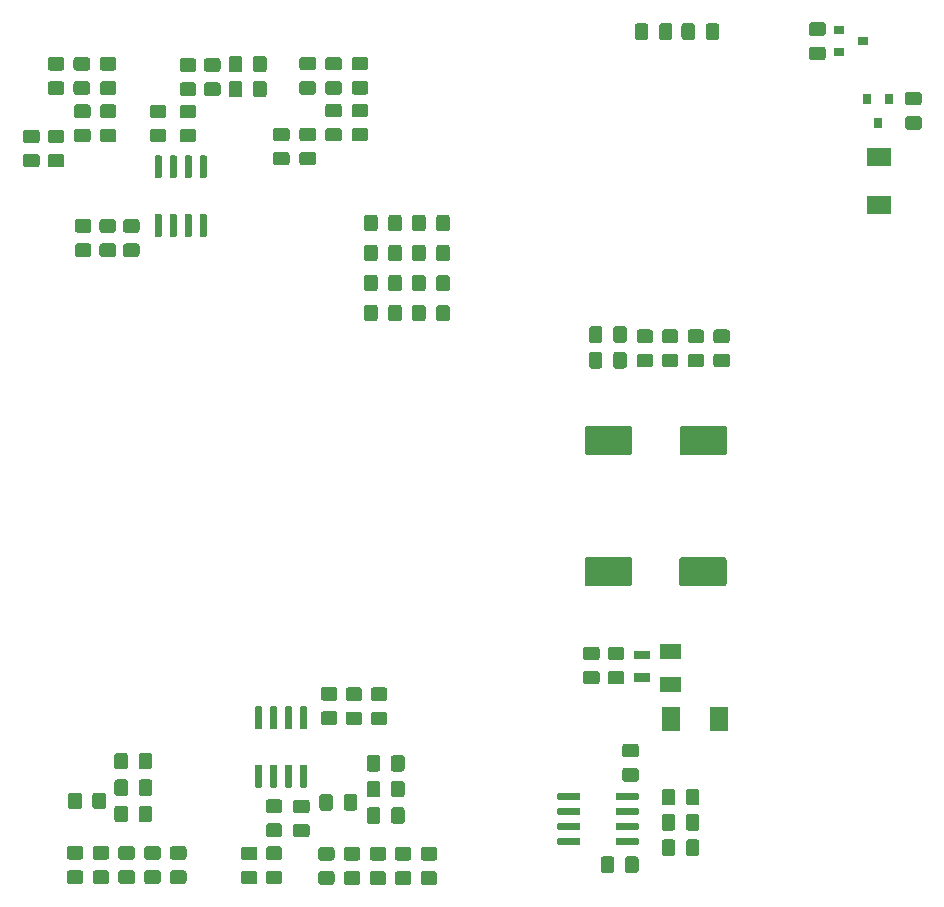
<source format=gbr>
G04 #@! TF.GenerationSoftware,KiCad,Pcbnew,(5.1.5)-3*
G04 #@! TF.CreationDate,2020-09-18T03:17:49-03:00*
G04 #@! TF.ProjectId,Diferencial,44696665-7265-46e6-9369-616c2e6b6963,rev?*
G04 #@! TF.SameCoordinates,Original*
G04 #@! TF.FileFunction,Paste,Top*
G04 #@! TF.FilePolarity,Positive*
%FSLAX46Y46*%
G04 Gerber Fmt 4.6, Leading zero omitted, Abs format (unit mm)*
G04 Created by KiCad (PCBNEW (5.1.5)-3) date 2020-09-18 03:17:49*
%MOMM*%
%LPD*%
G04 APERTURE LIST*
%ADD10C,0.100000*%
%ADD11R,1.600000X2.000000*%
%ADD12R,0.800000X0.900000*%
%ADD13R,0.900000X0.800000*%
%ADD14R,2.000000X1.600000*%
G04 APERTURE END LIST*
D10*
G36*
X131222005Y-132837604D02*
G01*
X131246273Y-132841204D01*
X131270072Y-132847165D01*
X131293171Y-132855430D01*
X131315350Y-132865920D01*
X131336393Y-132878532D01*
X131356099Y-132893147D01*
X131374277Y-132909623D01*
X131390753Y-132927801D01*
X131405368Y-132947507D01*
X131417980Y-132968550D01*
X131428470Y-132990729D01*
X131436735Y-133013828D01*
X131442696Y-133037627D01*
X131446296Y-133061895D01*
X131447500Y-133086399D01*
X131447500Y-133736401D01*
X131446296Y-133760905D01*
X131442696Y-133785173D01*
X131436735Y-133808972D01*
X131428470Y-133832071D01*
X131417980Y-133854250D01*
X131405368Y-133875293D01*
X131390753Y-133894999D01*
X131374277Y-133913177D01*
X131356099Y-133929653D01*
X131336393Y-133944268D01*
X131315350Y-133956880D01*
X131293171Y-133967370D01*
X131270072Y-133975635D01*
X131246273Y-133981596D01*
X131222005Y-133985196D01*
X131197501Y-133986400D01*
X130297499Y-133986400D01*
X130272995Y-133985196D01*
X130248727Y-133981596D01*
X130224928Y-133975635D01*
X130201829Y-133967370D01*
X130179650Y-133956880D01*
X130158607Y-133944268D01*
X130138901Y-133929653D01*
X130120723Y-133913177D01*
X130104247Y-133894999D01*
X130089632Y-133875293D01*
X130077020Y-133854250D01*
X130066530Y-133832071D01*
X130058265Y-133808972D01*
X130052304Y-133785173D01*
X130048704Y-133760905D01*
X130047500Y-133736401D01*
X130047500Y-133086399D01*
X130048704Y-133061895D01*
X130052304Y-133037627D01*
X130058265Y-133013828D01*
X130066530Y-132990729D01*
X130077020Y-132968550D01*
X130089632Y-132947507D01*
X130104247Y-132927801D01*
X130120723Y-132909623D01*
X130138901Y-132893147D01*
X130158607Y-132878532D01*
X130179650Y-132865920D01*
X130201829Y-132855430D01*
X130224928Y-132847165D01*
X130248727Y-132841204D01*
X130272995Y-132837604D01*
X130297499Y-132836400D01*
X131197501Y-132836400D01*
X131222005Y-132837604D01*
G37*
G36*
X131222005Y-134887604D02*
G01*
X131246273Y-134891204D01*
X131270072Y-134897165D01*
X131293171Y-134905430D01*
X131315350Y-134915920D01*
X131336393Y-134928532D01*
X131356099Y-134943147D01*
X131374277Y-134959623D01*
X131390753Y-134977801D01*
X131405368Y-134997507D01*
X131417980Y-135018550D01*
X131428470Y-135040729D01*
X131436735Y-135063828D01*
X131442696Y-135087627D01*
X131446296Y-135111895D01*
X131447500Y-135136399D01*
X131447500Y-135786401D01*
X131446296Y-135810905D01*
X131442696Y-135835173D01*
X131436735Y-135858972D01*
X131428470Y-135882071D01*
X131417980Y-135904250D01*
X131405368Y-135925293D01*
X131390753Y-135944999D01*
X131374277Y-135963177D01*
X131356099Y-135979653D01*
X131336393Y-135994268D01*
X131315350Y-136006880D01*
X131293171Y-136017370D01*
X131270072Y-136025635D01*
X131246273Y-136031596D01*
X131222005Y-136035196D01*
X131197501Y-136036400D01*
X130297499Y-136036400D01*
X130272995Y-136035196D01*
X130248727Y-136031596D01*
X130224928Y-136025635D01*
X130201829Y-136017370D01*
X130179650Y-136006880D01*
X130158607Y-135994268D01*
X130138901Y-135979653D01*
X130120723Y-135963177D01*
X130104247Y-135944999D01*
X130089632Y-135925293D01*
X130077020Y-135904250D01*
X130066530Y-135882071D01*
X130058265Y-135858972D01*
X130052304Y-135835173D01*
X130048704Y-135810905D01*
X130047500Y-135786401D01*
X130047500Y-135136399D01*
X130048704Y-135111895D01*
X130052304Y-135087627D01*
X130058265Y-135063828D01*
X130066530Y-135040729D01*
X130077020Y-135018550D01*
X130089632Y-134997507D01*
X130104247Y-134977801D01*
X130120723Y-134959623D01*
X130138901Y-134943147D01*
X130158607Y-134928532D01*
X130179650Y-134915920D01*
X130201829Y-134905430D01*
X130224928Y-134897165D01*
X130248727Y-134891204D01*
X130272995Y-134887604D01*
X130297499Y-134886400D01*
X131197501Y-134886400D01*
X131222005Y-134887604D01*
G37*
G36*
X129139205Y-132837604D02*
G01*
X129163473Y-132841204D01*
X129187272Y-132847165D01*
X129210371Y-132855430D01*
X129232550Y-132865920D01*
X129253593Y-132878532D01*
X129273299Y-132893147D01*
X129291477Y-132909623D01*
X129307953Y-132927801D01*
X129322568Y-132947507D01*
X129335180Y-132968550D01*
X129345670Y-132990729D01*
X129353935Y-133013828D01*
X129359896Y-133037627D01*
X129363496Y-133061895D01*
X129364700Y-133086399D01*
X129364700Y-133736401D01*
X129363496Y-133760905D01*
X129359896Y-133785173D01*
X129353935Y-133808972D01*
X129345670Y-133832071D01*
X129335180Y-133854250D01*
X129322568Y-133875293D01*
X129307953Y-133894999D01*
X129291477Y-133913177D01*
X129273299Y-133929653D01*
X129253593Y-133944268D01*
X129232550Y-133956880D01*
X129210371Y-133967370D01*
X129187272Y-133975635D01*
X129163473Y-133981596D01*
X129139205Y-133985196D01*
X129114701Y-133986400D01*
X128214699Y-133986400D01*
X128190195Y-133985196D01*
X128165927Y-133981596D01*
X128142128Y-133975635D01*
X128119029Y-133967370D01*
X128096850Y-133956880D01*
X128075807Y-133944268D01*
X128056101Y-133929653D01*
X128037923Y-133913177D01*
X128021447Y-133894999D01*
X128006832Y-133875293D01*
X127994220Y-133854250D01*
X127983730Y-133832071D01*
X127975465Y-133808972D01*
X127969504Y-133785173D01*
X127965904Y-133760905D01*
X127964700Y-133736401D01*
X127964700Y-133086399D01*
X127965904Y-133061895D01*
X127969504Y-133037627D01*
X127975465Y-133013828D01*
X127983730Y-132990729D01*
X127994220Y-132968550D01*
X128006832Y-132947507D01*
X128021447Y-132927801D01*
X128037923Y-132909623D01*
X128056101Y-132893147D01*
X128075807Y-132878532D01*
X128096850Y-132865920D01*
X128119029Y-132855430D01*
X128142128Y-132847165D01*
X128165927Y-132841204D01*
X128190195Y-132837604D01*
X128214699Y-132836400D01*
X129114701Y-132836400D01*
X129139205Y-132837604D01*
G37*
G36*
X129139205Y-134887604D02*
G01*
X129163473Y-134891204D01*
X129187272Y-134897165D01*
X129210371Y-134905430D01*
X129232550Y-134915920D01*
X129253593Y-134928532D01*
X129273299Y-134943147D01*
X129291477Y-134959623D01*
X129307953Y-134977801D01*
X129322568Y-134997507D01*
X129335180Y-135018550D01*
X129345670Y-135040729D01*
X129353935Y-135063828D01*
X129359896Y-135087627D01*
X129363496Y-135111895D01*
X129364700Y-135136399D01*
X129364700Y-135786401D01*
X129363496Y-135810905D01*
X129359896Y-135835173D01*
X129353935Y-135858972D01*
X129345670Y-135882071D01*
X129335180Y-135904250D01*
X129322568Y-135925293D01*
X129307953Y-135944999D01*
X129291477Y-135963177D01*
X129273299Y-135979653D01*
X129253593Y-135994268D01*
X129232550Y-136006880D01*
X129210371Y-136017370D01*
X129187272Y-136025635D01*
X129163473Y-136031596D01*
X129139205Y-136035196D01*
X129114701Y-136036400D01*
X128214699Y-136036400D01*
X128190195Y-136035196D01*
X128165927Y-136031596D01*
X128142128Y-136025635D01*
X128119029Y-136017370D01*
X128096850Y-136006880D01*
X128075807Y-135994268D01*
X128056101Y-135979653D01*
X128037923Y-135963177D01*
X128021447Y-135944999D01*
X128006832Y-135925293D01*
X127994220Y-135904250D01*
X127983730Y-135882071D01*
X127975465Y-135858972D01*
X127969504Y-135835173D01*
X127965904Y-135810905D01*
X127964700Y-135786401D01*
X127964700Y-135136399D01*
X127965904Y-135111895D01*
X127969504Y-135087627D01*
X127975465Y-135063828D01*
X127983730Y-135040729D01*
X127994220Y-135018550D01*
X128006832Y-134997507D01*
X128021447Y-134977801D01*
X128037923Y-134959623D01*
X128056101Y-134943147D01*
X128075807Y-134928532D01*
X128096850Y-134915920D01*
X128119029Y-134905430D01*
X128142128Y-134897165D01*
X128165927Y-134891204D01*
X128190195Y-134887604D01*
X128214699Y-134886400D01*
X129114701Y-134886400D01*
X129139205Y-134887604D01*
G37*
G36*
X134507000Y-135395000D02*
G01*
X136257000Y-135395000D01*
X136257000Y-136645000D01*
X134507000Y-136645000D01*
X134507000Y-135395000D01*
G37*
G36*
X134507000Y-132595000D02*
G01*
X136257000Y-132595000D01*
X136257000Y-133845000D01*
X134507000Y-133845000D01*
X134507000Y-132595000D01*
G37*
G36*
X133605300Y-133896300D02*
G01*
X132305300Y-133896300D01*
X132305300Y-133196300D01*
X133605300Y-133196300D01*
X133605300Y-133896300D01*
G37*
G36*
X133605300Y-135801300D02*
G01*
X132305300Y-135801300D01*
X132305300Y-135101300D01*
X133605300Y-135101300D01*
X133605300Y-135801300D01*
G37*
D11*
X135382000Y-138938000D03*
X139446000Y-138938000D03*
D10*
G36*
X131906104Y-114129704D02*
G01*
X131930373Y-114133304D01*
X131954171Y-114139265D01*
X131977271Y-114147530D01*
X131999449Y-114158020D01*
X132020493Y-114170633D01*
X132040198Y-114185247D01*
X132058377Y-114201723D01*
X132074853Y-114219902D01*
X132089467Y-114239607D01*
X132102080Y-114260651D01*
X132112570Y-114282829D01*
X132120835Y-114305929D01*
X132126796Y-114329727D01*
X132130396Y-114353996D01*
X132131600Y-114378500D01*
X132131600Y-116378500D01*
X132130396Y-116403004D01*
X132126796Y-116427273D01*
X132120835Y-116451071D01*
X132112570Y-116474171D01*
X132102080Y-116496349D01*
X132089467Y-116517393D01*
X132074853Y-116537098D01*
X132058377Y-116555277D01*
X132040198Y-116571753D01*
X132020493Y-116586367D01*
X131999449Y-116598980D01*
X131977271Y-116609470D01*
X131954171Y-116617735D01*
X131930373Y-116623696D01*
X131906104Y-116627296D01*
X131881600Y-116628500D01*
X128381600Y-116628500D01*
X128357096Y-116627296D01*
X128332827Y-116623696D01*
X128309029Y-116617735D01*
X128285929Y-116609470D01*
X128263751Y-116598980D01*
X128242707Y-116586367D01*
X128223002Y-116571753D01*
X128204823Y-116555277D01*
X128188347Y-116537098D01*
X128173733Y-116517393D01*
X128161120Y-116496349D01*
X128150630Y-116474171D01*
X128142365Y-116451071D01*
X128136404Y-116427273D01*
X128132804Y-116403004D01*
X128131600Y-116378500D01*
X128131600Y-114378500D01*
X128132804Y-114353996D01*
X128136404Y-114329727D01*
X128142365Y-114305929D01*
X128150630Y-114282829D01*
X128161120Y-114260651D01*
X128173733Y-114239607D01*
X128188347Y-114219902D01*
X128204823Y-114201723D01*
X128223002Y-114185247D01*
X128242707Y-114170633D01*
X128263751Y-114158020D01*
X128285929Y-114147530D01*
X128309029Y-114139265D01*
X128332827Y-114133304D01*
X128357096Y-114129704D01*
X128381600Y-114128500D01*
X131881600Y-114128500D01*
X131906104Y-114129704D01*
G37*
G36*
X139906104Y-114129704D02*
G01*
X139930373Y-114133304D01*
X139954171Y-114139265D01*
X139977271Y-114147530D01*
X139999449Y-114158020D01*
X140020493Y-114170633D01*
X140040198Y-114185247D01*
X140058377Y-114201723D01*
X140074853Y-114219902D01*
X140089467Y-114239607D01*
X140102080Y-114260651D01*
X140112570Y-114282829D01*
X140120835Y-114305929D01*
X140126796Y-114329727D01*
X140130396Y-114353996D01*
X140131600Y-114378500D01*
X140131600Y-116378500D01*
X140130396Y-116403004D01*
X140126796Y-116427273D01*
X140120835Y-116451071D01*
X140112570Y-116474171D01*
X140102080Y-116496349D01*
X140089467Y-116517393D01*
X140074853Y-116537098D01*
X140058377Y-116555277D01*
X140040198Y-116571753D01*
X140020493Y-116586367D01*
X139999449Y-116598980D01*
X139977271Y-116609470D01*
X139954171Y-116617735D01*
X139930373Y-116623696D01*
X139906104Y-116627296D01*
X139881600Y-116628500D01*
X136381600Y-116628500D01*
X136357096Y-116627296D01*
X136332827Y-116623696D01*
X136309029Y-116617735D01*
X136285929Y-116609470D01*
X136263751Y-116598980D01*
X136242707Y-116586367D01*
X136223002Y-116571753D01*
X136204823Y-116555277D01*
X136188347Y-116537098D01*
X136173733Y-116517393D01*
X136161120Y-116496349D01*
X136150630Y-116474171D01*
X136142365Y-116451071D01*
X136136404Y-116427273D01*
X136132804Y-116403004D01*
X136131600Y-116378500D01*
X136131600Y-114378500D01*
X136132804Y-114353996D01*
X136136404Y-114329727D01*
X136142365Y-114305929D01*
X136150630Y-114282829D01*
X136161120Y-114260651D01*
X136173733Y-114239607D01*
X136188347Y-114219902D01*
X136204823Y-114201723D01*
X136223002Y-114185247D01*
X136242707Y-114170633D01*
X136263751Y-114158020D01*
X136285929Y-114147530D01*
X136309029Y-114139265D01*
X136332827Y-114133304D01*
X136357096Y-114129704D01*
X136381600Y-114128500D01*
X139881600Y-114128500D01*
X139906104Y-114129704D01*
G37*
G36*
X131886504Y-125243204D02*
G01*
X131910773Y-125246804D01*
X131934571Y-125252765D01*
X131957671Y-125261030D01*
X131979849Y-125271520D01*
X132000893Y-125284133D01*
X132020598Y-125298747D01*
X132038777Y-125315223D01*
X132055253Y-125333402D01*
X132069867Y-125353107D01*
X132082480Y-125374151D01*
X132092970Y-125396329D01*
X132101235Y-125419429D01*
X132107196Y-125443227D01*
X132110796Y-125467496D01*
X132112000Y-125492000D01*
X132112000Y-127492000D01*
X132110796Y-127516504D01*
X132107196Y-127540773D01*
X132101235Y-127564571D01*
X132092970Y-127587671D01*
X132082480Y-127609849D01*
X132069867Y-127630893D01*
X132055253Y-127650598D01*
X132038777Y-127668777D01*
X132020598Y-127685253D01*
X132000893Y-127699867D01*
X131979849Y-127712480D01*
X131957671Y-127722970D01*
X131934571Y-127731235D01*
X131910773Y-127737196D01*
X131886504Y-127740796D01*
X131862000Y-127742000D01*
X128362000Y-127742000D01*
X128337496Y-127740796D01*
X128313227Y-127737196D01*
X128289429Y-127731235D01*
X128266329Y-127722970D01*
X128244151Y-127712480D01*
X128223107Y-127699867D01*
X128203402Y-127685253D01*
X128185223Y-127668777D01*
X128168747Y-127650598D01*
X128154133Y-127630893D01*
X128141520Y-127609849D01*
X128131030Y-127587671D01*
X128122765Y-127564571D01*
X128116804Y-127540773D01*
X128113204Y-127516504D01*
X128112000Y-127492000D01*
X128112000Y-125492000D01*
X128113204Y-125467496D01*
X128116804Y-125443227D01*
X128122765Y-125419429D01*
X128131030Y-125396329D01*
X128141520Y-125374151D01*
X128154133Y-125353107D01*
X128168747Y-125333402D01*
X128185223Y-125315223D01*
X128203402Y-125298747D01*
X128223107Y-125284133D01*
X128244151Y-125271520D01*
X128266329Y-125261030D01*
X128289429Y-125252765D01*
X128313227Y-125246804D01*
X128337496Y-125243204D01*
X128362000Y-125242000D01*
X131862000Y-125242000D01*
X131886504Y-125243204D01*
G37*
G36*
X139886504Y-125243204D02*
G01*
X139910773Y-125246804D01*
X139934571Y-125252765D01*
X139957671Y-125261030D01*
X139979849Y-125271520D01*
X140000893Y-125284133D01*
X140020598Y-125298747D01*
X140038777Y-125315223D01*
X140055253Y-125333402D01*
X140069867Y-125353107D01*
X140082480Y-125374151D01*
X140092970Y-125396329D01*
X140101235Y-125419429D01*
X140107196Y-125443227D01*
X140110796Y-125467496D01*
X140112000Y-125492000D01*
X140112000Y-127492000D01*
X140110796Y-127516504D01*
X140107196Y-127540773D01*
X140101235Y-127564571D01*
X140092970Y-127587671D01*
X140082480Y-127609849D01*
X140069867Y-127630893D01*
X140055253Y-127650598D01*
X140038777Y-127668777D01*
X140020598Y-127685253D01*
X140000893Y-127699867D01*
X139979849Y-127712480D01*
X139957671Y-127722970D01*
X139934571Y-127731235D01*
X139910773Y-127737196D01*
X139886504Y-127740796D01*
X139862000Y-127742000D01*
X136362000Y-127742000D01*
X136337496Y-127740796D01*
X136313227Y-127737196D01*
X136289429Y-127731235D01*
X136266329Y-127722970D01*
X136244151Y-127712480D01*
X136223107Y-127699867D01*
X136203402Y-127685253D01*
X136185223Y-127668777D01*
X136168747Y-127650598D01*
X136154133Y-127630893D01*
X136141520Y-127609849D01*
X136131030Y-127587671D01*
X136122765Y-127564571D01*
X136116804Y-127540773D01*
X136113204Y-127516504D01*
X136112000Y-127492000D01*
X136112000Y-125492000D01*
X136113204Y-125467496D01*
X136116804Y-125443227D01*
X136122765Y-125419429D01*
X136131030Y-125396329D01*
X136141520Y-125374151D01*
X136154133Y-125353107D01*
X136168747Y-125333402D01*
X136185223Y-125315223D01*
X136203402Y-125298747D01*
X136223107Y-125284133D01*
X136244151Y-125271520D01*
X136266329Y-125261030D01*
X136289429Y-125252765D01*
X136313227Y-125246804D01*
X136337496Y-125243204D01*
X136362000Y-125242000D01*
X139862000Y-125242000D01*
X139886504Y-125243204D01*
G37*
G36*
X104460103Y-142823622D02*
G01*
X104474664Y-142825782D01*
X104488943Y-142829359D01*
X104502803Y-142834318D01*
X104516110Y-142840612D01*
X104528736Y-142848180D01*
X104540559Y-142856948D01*
X104551466Y-142866834D01*
X104561352Y-142877741D01*
X104570120Y-142889564D01*
X104577688Y-142902190D01*
X104583982Y-142915497D01*
X104588941Y-142929357D01*
X104592518Y-142943636D01*
X104594678Y-142958197D01*
X104595400Y-142972900D01*
X104595400Y-144622900D01*
X104594678Y-144637603D01*
X104592518Y-144652164D01*
X104588941Y-144666443D01*
X104583982Y-144680303D01*
X104577688Y-144693610D01*
X104570120Y-144706236D01*
X104561352Y-144718059D01*
X104551466Y-144728966D01*
X104540559Y-144738852D01*
X104528736Y-144747620D01*
X104516110Y-144755188D01*
X104502803Y-144761482D01*
X104488943Y-144766441D01*
X104474664Y-144770018D01*
X104460103Y-144772178D01*
X104445400Y-144772900D01*
X104145400Y-144772900D01*
X104130697Y-144772178D01*
X104116136Y-144770018D01*
X104101857Y-144766441D01*
X104087997Y-144761482D01*
X104074690Y-144755188D01*
X104062064Y-144747620D01*
X104050241Y-144738852D01*
X104039334Y-144728966D01*
X104029448Y-144718059D01*
X104020680Y-144706236D01*
X104013112Y-144693610D01*
X104006818Y-144680303D01*
X104001859Y-144666443D01*
X103998282Y-144652164D01*
X103996122Y-144637603D01*
X103995400Y-144622900D01*
X103995400Y-142972900D01*
X103996122Y-142958197D01*
X103998282Y-142943636D01*
X104001859Y-142929357D01*
X104006818Y-142915497D01*
X104013112Y-142902190D01*
X104020680Y-142889564D01*
X104029448Y-142877741D01*
X104039334Y-142866834D01*
X104050241Y-142856948D01*
X104062064Y-142848180D01*
X104074690Y-142840612D01*
X104087997Y-142834318D01*
X104101857Y-142829359D01*
X104116136Y-142825782D01*
X104130697Y-142823622D01*
X104145400Y-142822900D01*
X104445400Y-142822900D01*
X104460103Y-142823622D01*
G37*
G36*
X103190103Y-142823622D02*
G01*
X103204664Y-142825782D01*
X103218943Y-142829359D01*
X103232803Y-142834318D01*
X103246110Y-142840612D01*
X103258736Y-142848180D01*
X103270559Y-142856948D01*
X103281466Y-142866834D01*
X103291352Y-142877741D01*
X103300120Y-142889564D01*
X103307688Y-142902190D01*
X103313982Y-142915497D01*
X103318941Y-142929357D01*
X103322518Y-142943636D01*
X103324678Y-142958197D01*
X103325400Y-142972900D01*
X103325400Y-144622900D01*
X103324678Y-144637603D01*
X103322518Y-144652164D01*
X103318941Y-144666443D01*
X103313982Y-144680303D01*
X103307688Y-144693610D01*
X103300120Y-144706236D01*
X103291352Y-144718059D01*
X103281466Y-144728966D01*
X103270559Y-144738852D01*
X103258736Y-144747620D01*
X103246110Y-144755188D01*
X103232803Y-144761482D01*
X103218943Y-144766441D01*
X103204664Y-144770018D01*
X103190103Y-144772178D01*
X103175400Y-144772900D01*
X102875400Y-144772900D01*
X102860697Y-144772178D01*
X102846136Y-144770018D01*
X102831857Y-144766441D01*
X102817997Y-144761482D01*
X102804690Y-144755188D01*
X102792064Y-144747620D01*
X102780241Y-144738852D01*
X102769334Y-144728966D01*
X102759448Y-144718059D01*
X102750680Y-144706236D01*
X102743112Y-144693610D01*
X102736818Y-144680303D01*
X102731859Y-144666443D01*
X102728282Y-144652164D01*
X102726122Y-144637603D01*
X102725400Y-144622900D01*
X102725400Y-142972900D01*
X102726122Y-142958197D01*
X102728282Y-142943636D01*
X102731859Y-142929357D01*
X102736818Y-142915497D01*
X102743112Y-142902190D01*
X102750680Y-142889564D01*
X102759448Y-142877741D01*
X102769334Y-142866834D01*
X102780241Y-142856948D01*
X102792064Y-142848180D01*
X102804690Y-142840612D01*
X102817997Y-142834318D01*
X102831857Y-142829359D01*
X102846136Y-142825782D01*
X102860697Y-142823622D01*
X102875400Y-142822900D01*
X103175400Y-142822900D01*
X103190103Y-142823622D01*
G37*
G36*
X101920103Y-142823622D02*
G01*
X101934664Y-142825782D01*
X101948943Y-142829359D01*
X101962803Y-142834318D01*
X101976110Y-142840612D01*
X101988736Y-142848180D01*
X102000559Y-142856948D01*
X102011466Y-142866834D01*
X102021352Y-142877741D01*
X102030120Y-142889564D01*
X102037688Y-142902190D01*
X102043982Y-142915497D01*
X102048941Y-142929357D01*
X102052518Y-142943636D01*
X102054678Y-142958197D01*
X102055400Y-142972900D01*
X102055400Y-144622900D01*
X102054678Y-144637603D01*
X102052518Y-144652164D01*
X102048941Y-144666443D01*
X102043982Y-144680303D01*
X102037688Y-144693610D01*
X102030120Y-144706236D01*
X102021352Y-144718059D01*
X102011466Y-144728966D01*
X102000559Y-144738852D01*
X101988736Y-144747620D01*
X101976110Y-144755188D01*
X101962803Y-144761482D01*
X101948943Y-144766441D01*
X101934664Y-144770018D01*
X101920103Y-144772178D01*
X101905400Y-144772900D01*
X101605400Y-144772900D01*
X101590697Y-144772178D01*
X101576136Y-144770018D01*
X101561857Y-144766441D01*
X101547997Y-144761482D01*
X101534690Y-144755188D01*
X101522064Y-144747620D01*
X101510241Y-144738852D01*
X101499334Y-144728966D01*
X101489448Y-144718059D01*
X101480680Y-144706236D01*
X101473112Y-144693610D01*
X101466818Y-144680303D01*
X101461859Y-144666443D01*
X101458282Y-144652164D01*
X101456122Y-144637603D01*
X101455400Y-144622900D01*
X101455400Y-142972900D01*
X101456122Y-142958197D01*
X101458282Y-142943636D01*
X101461859Y-142929357D01*
X101466818Y-142915497D01*
X101473112Y-142902190D01*
X101480680Y-142889564D01*
X101489448Y-142877741D01*
X101499334Y-142866834D01*
X101510241Y-142856948D01*
X101522064Y-142848180D01*
X101534690Y-142840612D01*
X101547997Y-142834318D01*
X101561857Y-142829359D01*
X101576136Y-142825782D01*
X101590697Y-142823622D01*
X101605400Y-142822900D01*
X101905400Y-142822900D01*
X101920103Y-142823622D01*
G37*
G36*
X100650103Y-142823622D02*
G01*
X100664664Y-142825782D01*
X100678943Y-142829359D01*
X100692803Y-142834318D01*
X100706110Y-142840612D01*
X100718736Y-142848180D01*
X100730559Y-142856948D01*
X100741466Y-142866834D01*
X100751352Y-142877741D01*
X100760120Y-142889564D01*
X100767688Y-142902190D01*
X100773982Y-142915497D01*
X100778941Y-142929357D01*
X100782518Y-142943636D01*
X100784678Y-142958197D01*
X100785400Y-142972900D01*
X100785400Y-144622900D01*
X100784678Y-144637603D01*
X100782518Y-144652164D01*
X100778941Y-144666443D01*
X100773982Y-144680303D01*
X100767688Y-144693610D01*
X100760120Y-144706236D01*
X100751352Y-144718059D01*
X100741466Y-144728966D01*
X100730559Y-144738852D01*
X100718736Y-144747620D01*
X100706110Y-144755188D01*
X100692803Y-144761482D01*
X100678943Y-144766441D01*
X100664664Y-144770018D01*
X100650103Y-144772178D01*
X100635400Y-144772900D01*
X100335400Y-144772900D01*
X100320697Y-144772178D01*
X100306136Y-144770018D01*
X100291857Y-144766441D01*
X100277997Y-144761482D01*
X100264690Y-144755188D01*
X100252064Y-144747620D01*
X100240241Y-144738852D01*
X100229334Y-144728966D01*
X100219448Y-144718059D01*
X100210680Y-144706236D01*
X100203112Y-144693610D01*
X100196818Y-144680303D01*
X100191859Y-144666443D01*
X100188282Y-144652164D01*
X100186122Y-144637603D01*
X100185400Y-144622900D01*
X100185400Y-142972900D01*
X100186122Y-142958197D01*
X100188282Y-142943636D01*
X100191859Y-142929357D01*
X100196818Y-142915497D01*
X100203112Y-142902190D01*
X100210680Y-142889564D01*
X100219448Y-142877741D01*
X100229334Y-142866834D01*
X100240241Y-142856948D01*
X100252064Y-142848180D01*
X100264690Y-142840612D01*
X100277997Y-142834318D01*
X100291857Y-142829359D01*
X100306136Y-142825782D01*
X100320697Y-142823622D01*
X100335400Y-142822900D01*
X100635400Y-142822900D01*
X100650103Y-142823622D01*
G37*
G36*
X100650103Y-137873622D02*
G01*
X100664664Y-137875782D01*
X100678943Y-137879359D01*
X100692803Y-137884318D01*
X100706110Y-137890612D01*
X100718736Y-137898180D01*
X100730559Y-137906948D01*
X100741466Y-137916834D01*
X100751352Y-137927741D01*
X100760120Y-137939564D01*
X100767688Y-137952190D01*
X100773982Y-137965497D01*
X100778941Y-137979357D01*
X100782518Y-137993636D01*
X100784678Y-138008197D01*
X100785400Y-138022900D01*
X100785400Y-139672900D01*
X100784678Y-139687603D01*
X100782518Y-139702164D01*
X100778941Y-139716443D01*
X100773982Y-139730303D01*
X100767688Y-139743610D01*
X100760120Y-139756236D01*
X100751352Y-139768059D01*
X100741466Y-139778966D01*
X100730559Y-139788852D01*
X100718736Y-139797620D01*
X100706110Y-139805188D01*
X100692803Y-139811482D01*
X100678943Y-139816441D01*
X100664664Y-139820018D01*
X100650103Y-139822178D01*
X100635400Y-139822900D01*
X100335400Y-139822900D01*
X100320697Y-139822178D01*
X100306136Y-139820018D01*
X100291857Y-139816441D01*
X100277997Y-139811482D01*
X100264690Y-139805188D01*
X100252064Y-139797620D01*
X100240241Y-139788852D01*
X100229334Y-139778966D01*
X100219448Y-139768059D01*
X100210680Y-139756236D01*
X100203112Y-139743610D01*
X100196818Y-139730303D01*
X100191859Y-139716443D01*
X100188282Y-139702164D01*
X100186122Y-139687603D01*
X100185400Y-139672900D01*
X100185400Y-138022900D01*
X100186122Y-138008197D01*
X100188282Y-137993636D01*
X100191859Y-137979357D01*
X100196818Y-137965497D01*
X100203112Y-137952190D01*
X100210680Y-137939564D01*
X100219448Y-137927741D01*
X100229334Y-137916834D01*
X100240241Y-137906948D01*
X100252064Y-137898180D01*
X100264690Y-137890612D01*
X100277997Y-137884318D01*
X100291857Y-137879359D01*
X100306136Y-137875782D01*
X100320697Y-137873622D01*
X100335400Y-137872900D01*
X100635400Y-137872900D01*
X100650103Y-137873622D01*
G37*
G36*
X101920103Y-137873622D02*
G01*
X101934664Y-137875782D01*
X101948943Y-137879359D01*
X101962803Y-137884318D01*
X101976110Y-137890612D01*
X101988736Y-137898180D01*
X102000559Y-137906948D01*
X102011466Y-137916834D01*
X102021352Y-137927741D01*
X102030120Y-137939564D01*
X102037688Y-137952190D01*
X102043982Y-137965497D01*
X102048941Y-137979357D01*
X102052518Y-137993636D01*
X102054678Y-138008197D01*
X102055400Y-138022900D01*
X102055400Y-139672900D01*
X102054678Y-139687603D01*
X102052518Y-139702164D01*
X102048941Y-139716443D01*
X102043982Y-139730303D01*
X102037688Y-139743610D01*
X102030120Y-139756236D01*
X102021352Y-139768059D01*
X102011466Y-139778966D01*
X102000559Y-139788852D01*
X101988736Y-139797620D01*
X101976110Y-139805188D01*
X101962803Y-139811482D01*
X101948943Y-139816441D01*
X101934664Y-139820018D01*
X101920103Y-139822178D01*
X101905400Y-139822900D01*
X101605400Y-139822900D01*
X101590697Y-139822178D01*
X101576136Y-139820018D01*
X101561857Y-139816441D01*
X101547997Y-139811482D01*
X101534690Y-139805188D01*
X101522064Y-139797620D01*
X101510241Y-139788852D01*
X101499334Y-139778966D01*
X101489448Y-139768059D01*
X101480680Y-139756236D01*
X101473112Y-139743610D01*
X101466818Y-139730303D01*
X101461859Y-139716443D01*
X101458282Y-139702164D01*
X101456122Y-139687603D01*
X101455400Y-139672900D01*
X101455400Y-138022900D01*
X101456122Y-138008197D01*
X101458282Y-137993636D01*
X101461859Y-137979357D01*
X101466818Y-137965497D01*
X101473112Y-137952190D01*
X101480680Y-137939564D01*
X101489448Y-137927741D01*
X101499334Y-137916834D01*
X101510241Y-137906948D01*
X101522064Y-137898180D01*
X101534690Y-137890612D01*
X101547997Y-137884318D01*
X101561857Y-137879359D01*
X101576136Y-137875782D01*
X101590697Y-137873622D01*
X101605400Y-137872900D01*
X101905400Y-137872900D01*
X101920103Y-137873622D01*
G37*
G36*
X103190103Y-137873622D02*
G01*
X103204664Y-137875782D01*
X103218943Y-137879359D01*
X103232803Y-137884318D01*
X103246110Y-137890612D01*
X103258736Y-137898180D01*
X103270559Y-137906948D01*
X103281466Y-137916834D01*
X103291352Y-137927741D01*
X103300120Y-137939564D01*
X103307688Y-137952190D01*
X103313982Y-137965497D01*
X103318941Y-137979357D01*
X103322518Y-137993636D01*
X103324678Y-138008197D01*
X103325400Y-138022900D01*
X103325400Y-139672900D01*
X103324678Y-139687603D01*
X103322518Y-139702164D01*
X103318941Y-139716443D01*
X103313982Y-139730303D01*
X103307688Y-139743610D01*
X103300120Y-139756236D01*
X103291352Y-139768059D01*
X103281466Y-139778966D01*
X103270559Y-139788852D01*
X103258736Y-139797620D01*
X103246110Y-139805188D01*
X103232803Y-139811482D01*
X103218943Y-139816441D01*
X103204664Y-139820018D01*
X103190103Y-139822178D01*
X103175400Y-139822900D01*
X102875400Y-139822900D01*
X102860697Y-139822178D01*
X102846136Y-139820018D01*
X102831857Y-139816441D01*
X102817997Y-139811482D01*
X102804690Y-139805188D01*
X102792064Y-139797620D01*
X102780241Y-139788852D01*
X102769334Y-139778966D01*
X102759448Y-139768059D01*
X102750680Y-139756236D01*
X102743112Y-139743610D01*
X102736818Y-139730303D01*
X102731859Y-139716443D01*
X102728282Y-139702164D01*
X102726122Y-139687603D01*
X102725400Y-139672900D01*
X102725400Y-138022900D01*
X102726122Y-138008197D01*
X102728282Y-137993636D01*
X102731859Y-137979357D01*
X102736818Y-137965497D01*
X102743112Y-137952190D01*
X102750680Y-137939564D01*
X102759448Y-137927741D01*
X102769334Y-137916834D01*
X102780241Y-137906948D01*
X102792064Y-137898180D01*
X102804690Y-137890612D01*
X102817997Y-137884318D01*
X102831857Y-137879359D01*
X102846136Y-137875782D01*
X102860697Y-137873622D01*
X102875400Y-137872900D01*
X103175400Y-137872900D01*
X103190103Y-137873622D01*
G37*
G36*
X104460103Y-137873622D02*
G01*
X104474664Y-137875782D01*
X104488943Y-137879359D01*
X104502803Y-137884318D01*
X104516110Y-137890612D01*
X104528736Y-137898180D01*
X104540559Y-137906948D01*
X104551466Y-137916834D01*
X104561352Y-137927741D01*
X104570120Y-137939564D01*
X104577688Y-137952190D01*
X104583982Y-137965497D01*
X104588941Y-137979357D01*
X104592518Y-137993636D01*
X104594678Y-138008197D01*
X104595400Y-138022900D01*
X104595400Y-139672900D01*
X104594678Y-139687603D01*
X104592518Y-139702164D01*
X104588941Y-139716443D01*
X104583982Y-139730303D01*
X104577688Y-139743610D01*
X104570120Y-139756236D01*
X104561352Y-139768059D01*
X104551466Y-139778966D01*
X104540559Y-139788852D01*
X104528736Y-139797620D01*
X104516110Y-139805188D01*
X104502803Y-139811482D01*
X104488943Y-139816441D01*
X104474664Y-139820018D01*
X104460103Y-139822178D01*
X104445400Y-139822900D01*
X104145400Y-139822900D01*
X104130697Y-139822178D01*
X104116136Y-139820018D01*
X104101857Y-139816441D01*
X104087997Y-139811482D01*
X104074690Y-139805188D01*
X104062064Y-139797620D01*
X104050241Y-139788852D01*
X104039334Y-139778966D01*
X104029448Y-139768059D01*
X104020680Y-139756236D01*
X104013112Y-139743610D01*
X104006818Y-139730303D01*
X104001859Y-139716443D01*
X103998282Y-139702164D01*
X103996122Y-139687603D01*
X103995400Y-139672900D01*
X103995400Y-138022900D01*
X103996122Y-138008197D01*
X103998282Y-137993636D01*
X104001859Y-137979357D01*
X104006818Y-137965497D01*
X104013112Y-137952190D01*
X104020680Y-137939564D01*
X104029448Y-137927741D01*
X104039334Y-137916834D01*
X104050241Y-137906948D01*
X104062064Y-137898180D01*
X104074690Y-137890612D01*
X104087997Y-137884318D01*
X104101857Y-137879359D01*
X104116136Y-137875782D01*
X104130697Y-137873622D01*
X104145400Y-137872900D01*
X104445400Y-137872900D01*
X104460103Y-137873622D01*
G37*
G36*
X92152403Y-91245722D02*
G01*
X92166964Y-91247882D01*
X92181243Y-91251459D01*
X92195103Y-91256418D01*
X92208410Y-91262712D01*
X92221036Y-91270280D01*
X92232859Y-91279048D01*
X92243766Y-91288934D01*
X92253652Y-91299841D01*
X92262420Y-91311664D01*
X92269988Y-91324290D01*
X92276282Y-91337597D01*
X92281241Y-91351457D01*
X92284818Y-91365736D01*
X92286978Y-91380297D01*
X92287700Y-91395000D01*
X92287700Y-93045000D01*
X92286978Y-93059703D01*
X92284818Y-93074264D01*
X92281241Y-93088543D01*
X92276282Y-93102403D01*
X92269988Y-93115710D01*
X92262420Y-93128336D01*
X92253652Y-93140159D01*
X92243766Y-93151066D01*
X92232859Y-93160952D01*
X92221036Y-93169720D01*
X92208410Y-93177288D01*
X92195103Y-93183582D01*
X92181243Y-93188541D01*
X92166964Y-93192118D01*
X92152403Y-93194278D01*
X92137700Y-93195000D01*
X91837700Y-93195000D01*
X91822997Y-93194278D01*
X91808436Y-93192118D01*
X91794157Y-93188541D01*
X91780297Y-93183582D01*
X91766990Y-93177288D01*
X91754364Y-93169720D01*
X91742541Y-93160952D01*
X91731634Y-93151066D01*
X91721748Y-93140159D01*
X91712980Y-93128336D01*
X91705412Y-93115710D01*
X91699118Y-93102403D01*
X91694159Y-93088543D01*
X91690582Y-93074264D01*
X91688422Y-93059703D01*
X91687700Y-93045000D01*
X91687700Y-91395000D01*
X91688422Y-91380297D01*
X91690582Y-91365736D01*
X91694159Y-91351457D01*
X91699118Y-91337597D01*
X91705412Y-91324290D01*
X91712980Y-91311664D01*
X91721748Y-91299841D01*
X91731634Y-91288934D01*
X91742541Y-91279048D01*
X91754364Y-91270280D01*
X91766990Y-91262712D01*
X91780297Y-91256418D01*
X91794157Y-91251459D01*
X91808436Y-91247882D01*
X91822997Y-91245722D01*
X91837700Y-91245000D01*
X92137700Y-91245000D01*
X92152403Y-91245722D01*
G37*
G36*
X93422403Y-91245722D02*
G01*
X93436964Y-91247882D01*
X93451243Y-91251459D01*
X93465103Y-91256418D01*
X93478410Y-91262712D01*
X93491036Y-91270280D01*
X93502859Y-91279048D01*
X93513766Y-91288934D01*
X93523652Y-91299841D01*
X93532420Y-91311664D01*
X93539988Y-91324290D01*
X93546282Y-91337597D01*
X93551241Y-91351457D01*
X93554818Y-91365736D01*
X93556978Y-91380297D01*
X93557700Y-91395000D01*
X93557700Y-93045000D01*
X93556978Y-93059703D01*
X93554818Y-93074264D01*
X93551241Y-93088543D01*
X93546282Y-93102403D01*
X93539988Y-93115710D01*
X93532420Y-93128336D01*
X93523652Y-93140159D01*
X93513766Y-93151066D01*
X93502859Y-93160952D01*
X93491036Y-93169720D01*
X93478410Y-93177288D01*
X93465103Y-93183582D01*
X93451243Y-93188541D01*
X93436964Y-93192118D01*
X93422403Y-93194278D01*
X93407700Y-93195000D01*
X93107700Y-93195000D01*
X93092997Y-93194278D01*
X93078436Y-93192118D01*
X93064157Y-93188541D01*
X93050297Y-93183582D01*
X93036990Y-93177288D01*
X93024364Y-93169720D01*
X93012541Y-93160952D01*
X93001634Y-93151066D01*
X92991748Y-93140159D01*
X92982980Y-93128336D01*
X92975412Y-93115710D01*
X92969118Y-93102403D01*
X92964159Y-93088543D01*
X92960582Y-93074264D01*
X92958422Y-93059703D01*
X92957700Y-93045000D01*
X92957700Y-91395000D01*
X92958422Y-91380297D01*
X92960582Y-91365736D01*
X92964159Y-91351457D01*
X92969118Y-91337597D01*
X92975412Y-91324290D01*
X92982980Y-91311664D01*
X92991748Y-91299841D01*
X93001634Y-91288934D01*
X93012541Y-91279048D01*
X93024364Y-91270280D01*
X93036990Y-91262712D01*
X93050297Y-91256418D01*
X93064157Y-91251459D01*
X93078436Y-91247882D01*
X93092997Y-91245722D01*
X93107700Y-91245000D01*
X93407700Y-91245000D01*
X93422403Y-91245722D01*
G37*
G36*
X94692403Y-91245722D02*
G01*
X94706964Y-91247882D01*
X94721243Y-91251459D01*
X94735103Y-91256418D01*
X94748410Y-91262712D01*
X94761036Y-91270280D01*
X94772859Y-91279048D01*
X94783766Y-91288934D01*
X94793652Y-91299841D01*
X94802420Y-91311664D01*
X94809988Y-91324290D01*
X94816282Y-91337597D01*
X94821241Y-91351457D01*
X94824818Y-91365736D01*
X94826978Y-91380297D01*
X94827700Y-91395000D01*
X94827700Y-93045000D01*
X94826978Y-93059703D01*
X94824818Y-93074264D01*
X94821241Y-93088543D01*
X94816282Y-93102403D01*
X94809988Y-93115710D01*
X94802420Y-93128336D01*
X94793652Y-93140159D01*
X94783766Y-93151066D01*
X94772859Y-93160952D01*
X94761036Y-93169720D01*
X94748410Y-93177288D01*
X94735103Y-93183582D01*
X94721243Y-93188541D01*
X94706964Y-93192118D01*
X94692403Y-93194278D01*
X94677700Y-93195000D01*
X94377700Y-93195000D01*
X94362997Y-93194278D01*
X94348436Y-93192118D01*
X94334157Y-93188541D01*
X94320297Y-93183582D01*
X94306990Y-93177288D01*
X94294364Y-93169720D01*
X94282541Y-93160952D01*
X94271634Y-93151066D01*
X94261748Y-93140159D01*
X94252980Y-93128336D01*
X94245412Y-93115710D01*
X94239118Y-93102403D01*
X94234159Y-93088543D01*
X94230582Y-93074264D01*
X94228422Y-93059703D01*
X94227700Y-93045000D01*
X94227700Y-91395000D01*
X94228422Y-91380297D01*
X94230582Y-91365736D01*
X94234159Y-91351457D01*
X94239118Y-91337597D01*
X94245412Y-91324290D01*
X94252980Y-91311664D01*
X94261748Y-91299841D01*
X94271634Y-91288934D01*
X94282541Y-91279048D01*
X94294364Y-91270280D01*
X94306990Y-91262712D01*
X94320297Y-91256418D01*
X94334157Y-91251459D01*
X94348436Y-91247882D01*
X94362997Y-91245722D01*
X94377700Y-91245000D01*
X94677700Y-91245000D01*
X94692403Y-91245722D01*
G37*
G36*
X95962403Y-91245722D02*
G01*
X95976964Y-91247882D01*
X95991243Y-91251459D01*
X96005103Y-91256418D01*
X96018410Y-91262712D01*
X96031036Y-91270280D01*
X96042859Y-91279048D01*
X96053766Y-91288934D01*
X96063652Y-91299841D01*
X96072420Y-91311664D01*
X96079988Y-91324290D01*
X96086282Y-91337597D01*
X96091241Y-91351457D01*
X96094818Y-91365736D01*
X96096978Y-91380297D01*
X96097700Y-91395000D01*
X96097700Y-93045000D01*
X96096978Y-93059703D01*
X96094818Y-93074264D01*
X96091241Y-93088543D01*
X96086282Y-93102403D01*
X96079988Y-93115710D01*
X96072420Y-93128336D01*
X96063652Y-93140159D01*
X96053766Y-93151066D01*
X96042859Y-93160952D01*
X96031036Y-93169720D01*
X96018410Y-93177288D01*
X96005103Y-93183582D01*
X95991243Y-93188541D01*
X95976964Y-93192118D01*
X95962403Y-93194278D01*
X95947700Y-93195000D01*
X95647700Y-93195000D01*
X95632997Y-93194278D01*
X95618436Y-93192118D01*
X95604157Y-93188541D01*
X95590297Y-93183582D01*
X95576990Y-93177288D01*
X95564364Y-93169720D01*
X95552541Y-93160952D01*
X95541634Y-93151066D01*
X95531748Y-93140159D01*
X95522980Y-93128336D01*
X95515412Y-93115710D01*
X95509118Y-93102403D01*
X95504159Y-93088543D01*
X95500582Y-93074264D01*
X95498422Y-93059703D01*
X95497700Y-93045000D01*
X95497700Y-91395000D01*
X95498422Y-91380297D01*
X95500582Y-91365736D01*
X95504159Y-91351457D01*
X95509118Y-91337597D01*
X95515412Y-91324290D01*
X95522980Y-91311664D01*
X95531748Y-91299841D01*
X95541634Y-91288934D01*
X95552541Y-91279048D01*
X95564364Y-91270280D01*
X95576990Y-91262712D01*
X95590297Y-91256418D01*
X95604157Y-91251459D01*
X95618436Y-91247882D01*
X95632997Y-91245722D01*
X95647700Y-91245000D01*
X95947700Y-91245000D01*
X95962403Y-91245722D01*
G37*
G36*
X95962403Y-96195722D02*
G01*
X95976964Y-96197882D01*
X95991243Y-96201459D01*
X96005103Y-96206418D01*
X96018410Y-96212712D01*
X96031036Y-96220280D01*
X96042859Y-96229048D01*
X96053766Y-96238934D01*
X96063652Y-96249841D01*
X96072420Y-96261664D01*
X96079988Y-96274290D01*
X96086282Y-96287597D01*
X96091241Y-96301457D01*
X96094818Y-96315736D01*
X96096978Y-96330297D01*
X96097700Y-96345000D01*
X96097700Y-97995000D01*
X96096978Y-98009703D01*
X96094818Y-98024264D01*
X96091241Y-98038543D01*
X96086282Y-98052403D01*
X96079988Y-98065710D01*
X96072420Y-98078336D01*
X96063652Y-98090159D01*
X96053766Y-98101066D01*
X96042859Y-98110952D01*
X96031036Y-98119720D01*
X96018410Y-98127288D01*
X96005103Y-98133582D01*
X95991243Y-98138541D01*
X95976964Y-98142118D01*
X95962403Y-98144278D01*
X95947700Y-98145000D01*
X95647700Y-98145000D01*
X95632997Y-98144278D01*
X95618436Y-98142118D01*
X95604157Y-98138541D01*
X95590297Y-98133582D01*
X95576990Y-98127288D01*
X95564364Y-98119720D01*
X95552541Y-98110952D01*
X95541634Y-98101066D01*
X95531748Y-98090159D01*
X95522980Y-98078336D01*
X95515412Y-98065710D01*
X95509118Y-98052403D01*
X95504159Y-98038543D01*
X95500582Y-98024264D01*
X95498422Y-98009703D01*
X95497700Y-97995000D01*
X95497700Y-96345000D01*
X95498422Y-96330297D01*
X95500582Y-96315736D01*
X95504159Y-96301457D01*
X95509118Y-96287597D01*
X95515412Y-96274290D01*
X95522980Y-96261664D01*
X95531748Y-96249841D01*
X95541634Y-96238934D01*
X95552541Y-96229048D01*
X95564364Y-96220280D01*
X95576990Y-96212712D01*
X95590297Y-96206418D01*
X95604157Y-96201459D01*
X95618436Y-96197882D01*
X95632997Y-96195722D01*
X95647700Y-96195000D01*
X95947700Y-96195000D01*
X95962403Y-96195722D01*
G37*
G36*
X94692403Y-96195722D02*
G01*
X94706964Y-96197882D01*
X94721243Y-96201459D01*
X94735103Y-96206418D01*
X94748410Y-96212712D01*
X94761036Y-96220280D01*
X94772859Y-96229048D01*
X94783766Y-96238934D01*
X94793652Y-96249841D01*
X94802420Y-96261664D01*
X94809988Y-96274290D01*
X94816282Y-96287597D01*
X94821241Y-96301457D01*
X94824818Y-96315736D01*
X94826978Y-96330297D01*
X94827700Y-96345000D01*
X94827700Y-97995000D01*
X94826978Y-98009703D01*
X94824818Y-98024264D01*
X94821241Y-98038543D01*
X94816282Y-98052403D01*
X94809988Y-98065710D01*
X94802420Y-98078336D01*
X94793652Y-98090159D01*
X94783766Y-98101066D01*
X94772859Y-98110952D01*
X94761036Y-98119720D01*
X94748410Y-98127288D01*
X94735103Y-98133582D01*
X94721243Y-98138541D01*
X94706964Y-98142118D01*
X94692403Y-98144278D01*
X94677700Y-98145000D01*
X94377700Y-98145000D01*
X94362997Y-98144278D01*
X94348436Y-98142118D01*
X94334157Y-98138541D01*
X94320297Y-98133582D01*
X94306990Y-98127288D01*
X94294364Y-98119720D01*
X94282541Y-98110952D01*
X94271634Y-98101066D01*
X94261748Y-98090159D01*
X94252980Y-98078336D01*
X94245412Y-98065710D01*
X94239118Y-98052403D01*
X94234159Y-98038543D01*
X94230582Y-98024264D01*
X94228422Y-98009703D01*
X94227700Y-97995000D01*
X94227700Y-96345000D01*
X94228422Y-96330297D01*
X94230582Y-96315736D01*
X94234159Y-96301457D01*
X94239118Y-96287597D01*
X94245412Y-96274290D01*
X94252980Y-96261664D01*
X94261748Y-96249841D01*
X94271634Y-96238934D01*
X94282541Y-96229048D01*
X94294364Y-96220280D01*
X94306990Y-96212712D01*
X94320297Y-96206418D01*
X94334157Y-96201459D01*
X94348436Y-96197882D01*
X94362997Y-96195722D01*
X94377700Y-96195000D01*
X94677700Y-96195000D01*
X94692403Y-96195722D01*
G37*
G36*
X93422403Y-96195722D02*
G01*
X93436964Y-96197882D01*
X93451243Y-96201459D01*
X93465103Y-96206418D01*
X93478410Y-96212712D01*
X93491036Y-96220280D01*
X93502859Y-96229048D01*
X93513766Y-96238934D01*
X93523652Y-96249841D01*
X93532420Y-96261664D01*
X93539988Y-96274290D01*
X93546282Y-96287597D01*
X93551241Y-96301457D01*
X93554818Y-96315736D01*
X93556978Y-96330297D01*
X93557700Y-96345000D01*
X93557700Y-97995000D01*
X93556978Y-98009703D01*
X93554818Y-98024264D01*
X93551241Y-98038543D01*
X93546282Y-98052403D01*
X93539988Y-98065710D01*
X93532420Y-98078336D01*
X93523652Y-98090159D01*
X93513766Y-98101066D01*
X93502859Y-98110952D01*
X93491036Y-98119720D01*
X93478410Y-98127288D01*
X93465103Y-98133582D01*
X93451243Y-98138541D01*
X93436964Y-98142118D01*
X93422403Y-98144278D01*
X93407700Y-98145000D01*
X93107700Y-98145000D01*
X93092997Y-98144278D01*
X93078436Y-98142118D01*
X93064157Y-98138541D01*
X93050297Y-98133582D01*
X93036990Y-98127288D01*
X93024364Y-98119720D01*
X93012541Y-98110952D01*
X93001634Y-98101066D01*
X92991748Y-98090159D01*
X92982980Y-98078336D01*
X92975412Y-98065710D01*
X92969118Y-98052403D01*
X92964159Y-98038543D01*
X92960582Y-98024264D01*
X92958422Y-98009703D01*
X92957700Y-97995000D01*
X92957700Y-96345000D01*
X92958422Y-96330297D01*
X92960582Y-96315736D01*
X92964159Y-96301457D01*
X92969118Y-96287597D01*
X92975412Y-96274290D01*
X92982980Y-96261664D01*
X92991748Y-96249841D01*
X93001634Y-96238934D01*
X93012541Y-96229048D01*
X93024364Y-96220280D01*
X93036990Y-96212712D01*
X93050297Y-96206418D01*
X93064157Y-96201459D01*
X93078436Y-96197882D01*
X93092997Y-96195722D01*
X93107700Y-96195000D01*
X93407700Y-96195000D01*
X93422403Y-96195722D01*
G37*
G36*
X92152403Y-96195722D02*
G01*
X92166964Y-96197882D01*
X92181243Y-96201459D01*
X92195103Y-96206418D01*
X92208410Y-96212712D01*
X92221036Y-96220280D01*
X92232859Y-96229048D01*
X92243766Y-96238934D01*
X92253652Y-96249841D01*
X92262420Y-96261664D01*
X92269988Y-96274290D01*
X92276282Y-96287597D01*
X92281241Y-96301457D01*
X92284818Y-96315736D01*
X92286978Y-96330297D01*
X92287700Y-96345000D01*
X92287700Y-97995000D01*
X92286978Y-98009703D01*
X92284818Y-98024264D01*
X92281241Y-98038543D01*
X92276282Y-98052403D01*
X92269988Y-98065710D01*
X92262420Y-98078336D01*
X92253652Y-98090159D01*
X92243766Y-98101066D01*
X92232859Y-98110952D01*
X92221036Y-98119720D01*
X92208410Y-98127288D01*
X92195103Y-98133582D01*
X92181243Y-98138541D01*
X92166964Y-98142118D01*
X92152403Y-98144278D01*
X92137700Y-98145000D01*
X91837700Y-98145000D01*
X91822997Y-98144278D01*
X91808436Y-98142118D01*
X91794157Y-98138541D01*
X91780297Y-98133582D01*
X91766990Y-98127288D01*
X91754364Y-98119720D01*
X91742541Y-98110952D01*
X91731634Y-98101066D01*
X91721748Y-98090159D01*
X91712980Y-98078336D01*
X91705412Y-98065710D01*
X91699118Y-98052403D01*
X91694159Y-98038543D01*
X91690582Y-98024264D01*
X91688422Y-98009703D01*
X91687700Y-97995000D01*
X91687700Y-96345000D01*
X91688422Y-96330297D01*
X91690582Y-96315736D01*
X91694159Y-96301457D01*
X91699118Y-96287597D01*
X91705412Y-96274290D01*
X91712980Y-96261664D01*
X91721748Y-96249841D01*
X91731634Y-96238934D01*
X91742541Y-96229048D01*
X91754364Y-96220280D01*
X91766990Y-96212712D01*
X91780297Y-96206418D01*
X91794157Y-96201459D01*
X91808436Y-96197882D01*
X91822997Y-96195722D01*
X91837700Y-96195000D01*
X92137700Y-96195000D01*
X92152403Y-96195722D01*
G37*
D12*
X152926400Y-88505800D03*
X151976400Y-86505800D03*
X153876400Y-86505800D03*
D13*
X151651200Y-81545100D03*
X149651200Y-82495100D03*
X149651200Y-80595100D03*
D10*
G36*
X132548063Y-145232642D02*
G01*
X132562624Y-145234802D01*
X132576903Y-145238379D01*
X132590763Y-145243338D01*
X132604070Y-145249632D01*
X132616696Y-145257200D01*
X132628519Y-145265968D01*
X132639426Y-145275854D01*
X132649312Y-145286761D01*
X132658080Y-145298584D01*
X132665648Y-145311210D01*
X132671942Y-145324517D01*
X132676901Y-145338377D01*
X132680478Y-145352656D01*
X132682638Y-145367217D01*
X132683360Y-145381920D01*
X132683360Y-145681920D01*
X132682638Y-145696623D01*
X132680478Y-145711184D01*
X132676901Y-145725463D01*
X132671942Y-145739323D01*
X132665648Y-145752630D01*
X132658080Y-145765256D01*
X132649312Y-145777079D01*
X132639426Y-145787986D01*
X132628519Y-145797872D01*
X132616696Y-145806640D01*
X132604070Y-145814208D01*
X132590763Y-145820502D01*
X132576903Y-145825461D01*
X132562624Y-145829038D01*
X132548063Y-145831198D01*
X132533360Y-145831920D01*
X130883360Y-145831920D01*
X130868657Y-145831198D01*
X130854096Y-145829038D01*
X130839817Y-145825461D01*
X130825957Y-145820502D01*
X130812650Y-145814208D01*
X130800024Y-145806640D01*
X130788201Y-145797872D01*
X130777294Y-145787986D01*
X130767408Y-145777079D01*
X130758640Y-145765256D01*
X130751072Y-145752630D01*
X130744778Y-145739323D01*
X130739819Y-145725463D01*
X130736242Y-145711184D01*
X130734082Y-145696623D01*
X130733360Y-145681920D01*
X130733360Y-145381920D01*
X130734082Y-145367217D01*
X130736242Y-145352656D01*
X130739819Y-145338377D01*
X130744778Y-145324517D01*
X130751072Y-145311210D01*
X130758640Y-145298584D01*
X130767408Y-145286761D01*
X130777294Y-145275854D01*
X130788201Y-145265968D01*
X130800024Y-145257200D01*
X130812650Y-145249632D01*
X130825957Y-145243338D01*
X130839817Y-145238379D01*
X130854096Y-145234802D01*
X130868657Y-145232642D01*
X130883360Y-145231920D01*
X132533360Y-145231920D01*
X132548063Y-145232642D01*
G37*
G36*
X132548063Y-146502642D02*
G01*
X132562624Y-146504802D01*
X132576903Y-146508379D01*
X132590763Y-146513338D01*
X132604070Y-146519632D01*
X132616696Y-146527200D01*
X132628519Y-146535968D01*
X132639426Y-146545854D01*
X132649312Y-146556761D01*
X132658080Y-146568584D01*
X132665648Y-146581210D01*
X132671942Y-146594517D01*
X132676901Y-146608377D01*
X132680478Y-146622656D01*
X132682638Y-146637217D01*
X132683360Y-146651920D01*
X132683360Y-146951920D01*
X132682638Y-146966623D01*
X132680478Y-146981184D01*
X132676901Y-146995463D01*
X132671942Y-147009323D01*
X132665648Y-147022630D01*
X132658080Y-147035256D01*
X132649312Y-147047079D01*
X132639426Y-147057986D01*
X132628519Y-147067872D01*
X132616696Y-147076640D01*
X132604070Y-147084208D01*
X132590763Y-147090502D01*
X132576903Y-147095461D01*
X132562624Y-147099038D01*
X132548063Y-147101198D01*
X132533360Y-147101920D01*
X130883360Y-147101920D01*
X130868657Y-147101198D01*
X130854096Y-147099038D01*
X130839817Y-147095461D01*
X130825957Y-147090502D01*
X130812650Y-147084208D01*
X130800024Y-147076640D01*
X130788201Y-147067872D01*
X130777294Y-147057986D01*
X130767408Y-147047079D01*
X130758640Y-147035256D01*
X130751072Y-147022630D01*
X130744778Y-147009323D01*
X130739819Y-146995463D01*
X130736242Y-146981184D01*
X130734082Y-146966623D01*
X130733360Y-146951920D01*
X130733360Y-146651920D01*
X130734082Y-146637217D01*
X130736242Y-146622656D01*
X130739819Y-146608377D01*
X130744778Y-146594517D01*
X130751072Y-146581210D01*
X130758640Y-146568584D01*
X130767408Y-146556761D01*
X130777294Y-146545854D01*
X130788201Y-146535968D01*
X130800024Y-146527200D01*
X130812650Y-146519632D01*
X130825957Y-146513338D01*
X130839817Y-146508379D01*
X130854096Y-146504802D01*
X130868657Y-146502642D01*
X130883360Y-146501920D01*
X132533360Y-146501920D01*
X132548063Y-146502642D01*
G37*
G36*
X132548063Y-147772642D02*
G01*
X132562624Y-147774802D01*
X132576903Y-147778379D01*
X132590763Y-147783338D01*
X132604070Y-147789632D01*
X132616696Y-147797200D01*
X132628519Y-147805968D01*
X132639426Y-147815854D01*
X132649312Y-147826761D01*
X132658080Y-147838584D01*
X132665648Y-147851210D01*
X132671942Y-147864517D01*
X132676901Y-147878377D01*
X132680478Y-147892656D01*
X132682638Y-147907217D01*
X132683360Y-147921920D01*
X132683360Y-148221920D01*
X132682638Y-148236623D01*
X132680478Y-148251184D01*
X132676901Y-148265463D01*
X132671942Y-148279323D01*
X132665648Y-148292630D01*
X132658080Y-148305256D01*
X132649312Y-148317079D01*
X132639426Y-148327986D01*
X132628519Y-148337872D01*
X132616696Y-148346640D01*
X132604070Y-148354208D01*
X132590763Y-148360502D01*
X132576903Y-148365461D01*
X132562624Y-148369038D01*
X132548063Y-148371198D01*
X132533360Y-148371920D01*
X130883360Y-148371920D01*
X130868657Y-148371198D01*
X130854096Y-148369038D01*
X130839817Y-148365461D01*
X130825957Y-148360502D01*
X130812650Y-148354208D01*
X130800024Y-148346640D01*
X130788201Y-148337872D01*
X130777294Y-148327986D01*
X130767408Y-148317079D01*
X130758640Y-148305256D01*
X130751072Y-148292630D01*
X130744778Y-148279323D01*
X130739819Y-148265463D01*
X130736242Y-148251184D01*
X130734082Y-148236623D01*
X130733360Y-148221920D01*
X130733360Y-147921920D01*
X130734082Y-147907217D01*
X130736242Y-147892656D01*
X130739819Y-147878377D01*
X130744778Y-147864517D01*
X130751072Y-147851210D01*
X130758640Y-147838584D01*
X130767408Y-147826761D01*
X130777294Y-147815854D01*
X130788201Y-147805968D01*
X130800024Y-147797200D01*
X130812650Y-147789632D01*
X130825957Y-147783338D01*
X130839817Y-147778379D01*
X130854096Y-147774802D01*
X130868657Y-147772642D01*
X130883360Y-147771920D01*
X132533360Y-147771920D01*
X132548063Y-147772642D01*
G37*
G36*
X132548063Y-149042642D02*
G01*
X132562624Y-149044802D01*
X132576903Y-149048379D01*
X132590763Y-149053338D01*
X132604070Y-149059632D01*
X132616696Y-149067200D01*
X132628519Y-149075968D01*
X132639426Y-149085854D01*
X132649312Y-149096761D01*
X132658080Y-149108584D01*
X132665648Y-149121210D01*
X132671942Y-149134517D01*
X132676901Y-149148377D01*
X132680478Y-149162656D01*
X132682638Y-149177217D01*
X132683360Y-149191920D01*
X132683360Y-149491920D01*
X132682638Y-149506623D01*
X132680478Y-149521184D01*
X132676901Y-149535463D01*
X132671942Y-149549323D01*
X132665648Y-149562630D01*
X132658080Y-149575256D01*
X132649312Y-149587079D01*
X132639426Y-149597986D01*
X132628519Y-149607872D01*
X132616696Y-149616640D01*
X132604070Y-149624208D01*
X132590763Y-149630502D01*
X132576903Y-149635461D01*
X132562624Y-149639038D01*
X132548063Y-149641198D01*
X132533360Y-149641920D01*
X130883360Y-149641920D01*
X130868657Y-149641198D01*
X130854096Y-149639038D01*
X130839817Y-149635461D01*
X130825957Y-149630502D01*
X130812650Y-149624208D01*
X130800024Y-149616640D01*
X130788201Y-149607872D01*
X130777294Y-149597986D01*
X130767408Y-149587079D01*
X130758640Y-149575256D01*
X130751072Y-149562630D01*
X130744778Y-149549323D01*
X130739819Y-149535463D01*
X130736242Y-149521184D01*
X130734082Y-149506623D01*
X130733360Y-149491920D01*
X130733360Y-149191920D01*
X130734082Y-149177217D01*
X130736242Y-149162656D01*
X130739819Y-149148377D01*
X130744778Y-149134517D01*
X130751072Y-149121210D01*
X130758640Y-149108584D01*
X130767408Y-149096761D01*
X130777294Y-149085854D01*
X130788201Y-149075968D01*
X130800024Y-149067200D01*
X130812650Y-149059632D01*
X130825957Y-149053338D01*
X130839817Y-149048379D01*
X130854096Y-149044802D01*
X130868657Y-149042642D01*
X130883360Y-149041920D01*
X132533360Y-149041920D01*
X132548063Y-149042642D01*
G37*
G36*
X127598063Y-149042642D02*
G01*
X127612624Y-149044802D01*
X127626903Y-149048379D01*
X127640763Y-149053338D01*
X127654070Y-149059632D01*
X127666696Y-149067200D01*
X127678519Y-149075968D01*
X127689426Y-149085854D01*
X127699312Y-149096761D01*
X127708080Y-149108584D01*
X127715648Y-149121210D01*
X127721942Y-149134517D01*
X127726901Y-149148377D01*
X127730478Y-149162656D01*
X127732638Y-149177217D01*
X127733360Y-149191920D01*
X127733360Y-149491920D01*
X127732638Y-149506623D01*
X127730478Y-149521184D01*
X127726901Y-149535463D01*
X127721942Y-149549323D01*
X127715648Y-149562630D01*
X127708080Y-149575256D01*
X127699312Y-149587079D01*
X127689426Y-149597986D01*
X127678519Y-149607872D01*
X127666696Y-149616640D01*
X127654070Y-149624208D01*
X127640763Y-149630502D01*
X127626903Y-149635461D01*
X127612624Y-149639038D01*
X127598063Y-149641198D01*
X127583360Y-149641920D01*
X125933360Y-149641920D01*
X125918657Y-149641198D01*
X125904096Y-149639038D01*
X125889817Y-149635461D01*
X125875957Y-149630502D01*
X125862650Y-149624208D01*
X125850024Y-149616640D01*
X125838201Y-149607872D01*
X125827294Y-149597986D01*
X125817408Y-149587079D01*
X125808640Y-149575256D01*
X125801072Y-149562630D01*
X125794778Y-149549323D01*
X125789819Y-149535463D01*
X125786242Y-149521184D01*
X125784082Y-149506623D01*
X125783360Y-149491920D01*
X125783360Y-149191920D01*
X125784082Y-149177217D01*
X125786242Y-149162656D01*
X125789819Y-149148377D01*
X125794778Y-149134517D01*
X125801072Y-149121210D01*
X125808640Y-149108584D01*
X125817408Y-149096761D01*
X125827294Y-149085854D01*
X125838201Y-149075968D01*
X125850024Y-149067200D01*
X125862650Y-149059632D01*
X125875957Y-149053338D01*
X125889817Y-149048379D01*
X125904096Y-149044802D01*
X125918657Y-149042642D01*
X125933360Y-149041920D01*
X127583360Y-149041920D01*
X127598063Y-149042642D01*
G37*
G36*
X127598063Y-147772642D02*
G01*
X127612624Y-147774802D01*
X127626903Y-147778379D01*
X127640763Y-147783338D01*
X127654070Y-147789632D01*
X127666696Y-147797200D01*
X127678519Y-147805968D01*
X127689426Y-147815854D01*
X127699312Y-147826761D01*
X127708080Y-147838584D01*
X127715648Y-147851210D01*
X127721942Y-147864517D01*
X127726901Y-147878377D01*
X127730478Y-147892656D01*
X127732638Y-147907217D01*
X127733360Y-147921920D01*
X127733360Y-148221920D01*
X127732638Y-148236623D01*
X127730478Y-148251184D01*
X127726901Y-148265463D01*
X127721942Y-148279323D01*
X127715648Y-148292630D01*
X127708080Y-148305256D01*
X127699312Y-148317079D01*
X127689426Y-148327986D01*
X127678519Y-148337872D01*
X127666696Y-148346640D01*
X127654070Y-148354208D01*
X127640763Y-148360502D01*
X127626903Y-148365461D01*
X127612624Y-148369038D01*
X127598063Y-148371198D01*
X127583360Y-148371920D01*
X125933360Y-148371920D01*
X125918657Y-148371198D01*
X125904096Y-148369038D01*
X125889817Y-148365461D01*
X125875957Y-148360502D01*
X125862650Y-148354208D01*
X125850024Y-148346640D01*
X125838201Y-148337872D01*
X125827294Y-148327986D01*
X125817408Y-148317079D01*
X125808640Y-148305256D01*
X125801072Y-148292630D01*
X125794778Y-148279323D01*
X125789819Y-148265463D01*
X125786242Y-148251184D01*
X125784082Y-148236623D01*
X125783360Y-148221920D01*
X125783360Y-147921920D01*
X125784082Y-147907217D01*
X125786242Y-147892656D01*
X125789819Y-147878377D01*
X125794778Y-147864517D01*
X125801072Y-147851210D01*
X125808640Y-147838584D01*
X125817408Y-147826761D01*
X125827294Y-147815854D01*
X125838201Y-147805968D01*
X125850024Y-147797200D01*
X125862650Y-147789632D01*
X125875957Y-147783338D01*
X125889817Y-147778379D01*
X125904096Y-147774802D01*
X125918657Y-147772642D01*
X125933360Y-147771920D01*
X127583360Y-147771920D01*
X127598063Y-147772642D01*
G37*
G36*
X127598063Y-146502642D02*
G01*
X127612624Y-146504802D01*
X127626903Y-146508379D01*
X127640763Y-146513338D01*
X127654070Y-146519632D01*
X127666696Y-146527200D01*
X127678519Y-146535968D01*
X127689426Y-146545854D01*
X127699312Y-146556761D01*
X127708080Y-146568584D01*
X127715648Y-146581210D01*
X127721942Y-146594517D01*
X127726901Y-146608377D01*
X127730478Y-146622656D01*
X127732638Y-146637217D01*
X127733360Y-146651920D01*
X127733360Y-146951920D01*
X127732638Y-146966623D01*
X127730478Y-146981184D01*
X127726901Y-146995463D01*
X127721942Y-147009323D01*
X127715648Y-147022630D01*
X127708080Y-147035256D01*
X127699312Y-147047079D01*
X127689426Y-147057986D01*
X127678519Y-147067872D01*
X127666696Y-147076640D01*
X127654070Y-147084208D01*
X127640763Y-147090502D01*
X127626903Y-147095461D01*
X127612624Y-147099038D01*
X127598063Y-147101198D01*
X127583360Y-147101920D01*
X125933360Y-147101920D01*
X125918657Y-147101198D01*
X125904096Y-147099038D01*
X125889817Y-147095461D01*
X125875957Y-147090502D01*
X125862650Y-147084208D01*
X125850024Y-147076640D01*
X125838201Y-147067872D01*
X125827294Y-147057986D01*
X125817408Y-147047079D01*
X125808640Y-147035256D01*
X125801072Y-147022630D01*
X125794778Y-147009323D01*
X125789819Y-146995463D01*
X125786242Y-146981184D01*
X125784082Y-146966623D01*
X125783360Y-146951920D01*
X125783360Y-146651920D01*
X125784082Y-146637217D01*
X125786242Y-146622656D01*
X125789819Y-146608377D01*
X125794778Y-146594517D01*
X125801072Y-146581210D01*
X125808640Y-146568584D01*
X125817408Y-146556761D01*
X125827294Y-146545854D01*
X125838201Y-146535968D01*
X125850024Y-146527200D01*
X125862650Y-146519632D01*
X125875957Y-146513338D01*
X125889817Y-146508379D01*
X125904096Y-146504802D01*
X125918657Y-146502642D01*
X125933360Y-146501920D01*
X127583360Y-146501920D01*
X127598063Y-146502642D01*
G37*
G36*
X127598063Y-145232642D02*
G01*
X127612624Y-145234802D01*
X127626903Y-145238379D01*
X127640763Y-145243338D01*
X127654070Y-145249632D01*
X127666696Y-145257200D01*
X127678519Y-145265968D01*
X127689426Y-145275854D01*
X127699312Y-145286761D01*
X127708080Y-145298584D01*
X127715648Y-145311210D01*
X127721942Y-145324517D01*
X127726901Y-145338377D01*
X127730478Y-145352656D01*
X127732638Y-145367217D01*
X127733360Y-145381920D01*
X127733360Y-145681920D01*
X127732638Y-145696623D01*
X127730478Y-145711184D01*
X127726901Y-145725463D01*
X127721942Y-145739323D01*
X127715648Y-145752630D01*
X127708080Y-145765256D01*
X127699312Y-145777079D01*
X127689426Y-145787986D01*
X127678519Y-145797872D01*
X127666696Y-145806640D01*
X127654070Y-145814208D01*
X127640763Y-145820502D01*
X127626903Y-145825461D01*
X127612624Y-145829038D01*
X127598063Y-145831198D01*
X127583360Y-145831920D01*
X125933360Y-145831920D01*
X125918657Y-145831198D01*
X125904096Y-145829038D01*
X125889817Y-145825461D01*
X125875957Y-145820502D01*
X125862650Y-145814208D01*
X125850024Y-145806640D01*
X125838201Y-145797872D01*
X125827294Y-145787986D01*
X125817408Y-145777079D01*
X125808640Y-145765256D01*
X125801072Y-145752630D01*
X125794778Y-145739323D01*
X125789819Y-145725463D01*
X125786242Y-145711184D01*
X125784082Y-145696623D01*
X125783360Y-145681920D01*
X125783360Y-145381920D01*
X125784082Y-145367217D01*
X125786242Y-145352656D01*
X125789819Y-145338377D01*
X125794778Y-145324517D01*
X125801072Y-145311210D01*
X125808640Y-145298584D01*
X125817408Y-145286761D01*
X125827294Y-145275854D01*
X125838201Y-145265968D01*
X125850024Y-145257200D01*
X125862650Y-145249632D01*
X125875957Y-145243338D01*
X125889817Y-145238379D01*
X125904096Y-145234802D01*
X125918657Y-145232642D01*
X125933360Y-145231920D01*
X127583360Y-145231920D01*
X127598063Y-145232642D01*
G37*
G36*
X140167605Y-108033904D02*
G01*
X140191873Y-108037504D01*
X140215672Y-108043465D01*
X140238771Y-108051730D01*
X140260950Y-108062220D01*
X140281993Y-108074832D01*
X140301699Y-108089447D01*
X140319877Y-108105923D01*
X140336353Y-108124101D01*
X140350968Y-108143807D01*
X140363580Y-108164850D01*
X140374070Y-108187029D01*
X140382335Y-108210128D01*
X140388296Y-108233927D01*
X140391896Y-108258195D01*
X140393100Y-108282699D01*
X140393100Y-108932701D01*
X140391896Y-108957205D01*
X140388296Y-108981473D01*
X140382335Y-109005272D01*
X140374070Y-109028371D01*
X140363580Y-109050550D01*
X140350968Y-109071593D01*
X140336353Y-109091299D01*
X140319877Y-109109477D01*
X140301699Y-109125953D01*
X140281993Y-109140568D01*
X140260950Y-109153180D01*
X140238771Y-109163670D01*
X140215672Y-109171935D01*
X140191873Y-109177896D01*
X140167605Y-109181496D01*
X140143101Y-109182700D01*
X139243099Y-109182700D01*
X139218595Y-109181496D01*
X139194327Y-109177896D01*
X139170528Y-109171935D01*
X139147429Y-109163670D01*
X139125250Y-109153180D01*
X139104207Y-109140568D01*
X139084501Y-109125953D01*
X139066323Y-109109477D01*
X139049847Y-109091299D01*
X139035232Y-109071593D01*
X139022620Y-109050550D01*
X139012130Y-109028371D01*
X139003865Y-109005272D01*
X138997904Y-108981473D01*
X138994304Y-108957205D01*
X138993100Y-108932701D01*
X138993100Y-108282699D01*
X138994304Y-108258195D01*
X138997904Y-108233927D01*
X139003865Y-108210128D01*
X139012130Y-108187029D01*
X139022620Y-108164850D01*
X139035232Y-108143807D01*
X139049847Y-108124101D01*
X139066323Y-108105923D01*
X139084501Y-108089447D01*
X139104207Y-108074832D01*
X139125250Y-108062220D01*
X139147429Y-108051730D01*
X139170528Y-108043465D01*
X139194327Y-108037504D01*
X139218595Y-108033904D01*
X139243099Y-108032700D01*
X140143101Y-108032700D01*
X140167605Y-108033904D01*
G37*
G36*
X140167605Y-105983904D02*
G01*
X140191873Y-105987504D01*
X140215672Y-105993465D01*
X140238771Y-106001730D01*
X140260950Y-106012220D01*
X140281993Y-106024832D01*
X140301699Y-106039447D01*
X140319877Y-106055923D01*
X140336353Y-106074101D01*
X140350968Y-106093807D01*
X140363580Y-106114850D01*
X140374070Y-106137029D01*
X140382335Y-106160128D01*
X140388296Y-106183927D01*
X140391896Y-106208195D01*
X140393100Y-106232699D01*
X140393100Y-106882701D01*
X140391896Y-106907205D01*
X140388296Y-106931473D01*
X140382335Y-106955272D01*
X140374070Y-106978371D01*
X140363580Y-107000550D01*
X140350968Y-107021593D01*
X140336353Y-107041299D01*
X140319877Y-107059477D01*
X140301699Y-107075953D01*
X140281993Y-107090568D01*
X140260950Y-107103180D01*
X140238771Y-107113670D01*
X140215672Y-107121935D01*
X140191873Y-107127896D01*
X140167605Y-107131496D01*
X140143101Y-107132700D01*
X139243099Y-107132700D01*
X139218595Y-107131496D01*
X139194327Y-107127896D01*
X139170528Y-107121935D01*
X139147429Y-107113670D01*
X139125250Y-107103180D01*
X139104207Y-107090568D01*
X139084501Y-107075953D01*
X139066323Y-107059477D01*
X139049847Y-107041299D01*
X139035232Y-107021593D01*
X139022620Y-107000550D01*
X139012130Y-106978371D01*
X139003865Y-106955272D01*
X138997904Y-106931473D01*
X138994304Y-106907205D01*
X138993100Y-106882701D01*
X138993100Y-106232699D01*
X138994304Y-106208195D01*
X138997904Y-106183927D01*
X139003865Y-106160128D01*
X139012130Y-106137029D01*
X139022620Y-106114850D01*
X139035232Y-106093807D01*
X139049847Y-106074101D01*
X139066323Y-106055923D01*
X139084501Y-106039447D01*
X139104207Y-106024832D01*
X139125250Y-106012220D01*
X139147429Y-106001730D01*
X139170528Y-105993465D01*
X139194327Y-105987504D01*
X139218595Y-105983904D01*
X139243099Y-105982700D01*
X140143101Y-105982700D01*
X140167605Y-105983904D01*
G37*
G36*
X131434205Y-107892004D02*
G01*
X131458473Y-107895604D01*
X131482272Y-107901565D01*
X131505371Y-107909830D01*
X131527550Y-107920320D01*
X131548593Y-107932932D01*
X131568299Y-107947547D01*
X131586477Y-107964023D01*
X131602953Y-107982201D01*
X131617568Y-108001907D01*
X131630180Y-108022950D01*
X131640670Y-108045129D01*
X131648935Y-108068228D01*
X131654896Y-108092027D01*
X131658496Y-108116295D01*
X131659700Y-108140799D01*
X131659700Y-109040801D01*
X131658496Y-109065305D01*
X131654896Y-109089573D01*
X131648935Y-109113372D01*
X131640670Y-109136471D01*
X131630180Y-109158650D01*
X131617568Y-109179693D01*
X131602953Y-109199399D01*
X131586477Y-109217577D01*
X131568299Y-109234053D01*
X131548593Y-109248668D01*
X131527550Y-109261280D01*
X131505371Y-109271770D01*
X131482272Y-109280035D01*
X131458473Y-109285996D01*
X131434205Y-109289596D01*
X131409701Y-109290800D01*
X130759699Y-109290800D01*
X130735195Y-109289596D01*
X130710927Y-109285996D01*
X130687128Y-109280035D01*
X130664029Y-109271770D01*
X130641850Y-109261280D01*
X130620807Y-109248668D01*
X130601101Y-109234053D01*
X130582923Y-109217577D01*
X130566447Y-109199399D01*
X130551832Y-109179693D01*
X130539220Y-109158650D01*
X130528730Y-109136471D01*
X130520465Y-109113372D01*
X130514504Y-109089573D01*
X130510904Y-109065305D01*
X130509700Y-109040801D01*
X130509700Y-108140799D01*
X130510904Y-108116295D01*
X130514504Y-108092027D01*
X130520465Y-108068228D01*
X130528730Y-108045129D01*
X130539220Y-108022950D01*
X130551832Y-108001907D01*
X130566447Y-107982201D01*
X130582923Y-107964023D01*
X130601101Y-107947547D01*
X130620807Y-107932932D01*
X130641850Y-107920320D01*
X130664029Y-107909830D01*
X130687128Y-107901565D01*
X130710927Y-107895604D01*
X130735195Y-107892004D01*
X130759699Y-107890800D01*
X131409701Y-107890800D01*
X131434205Y-107892004D01*
G37*
G36*
X129384205Y-107892004D02*
G01*
X129408473Y-107895604D01*
X129432272Y-107901565D01*
X129455371Y-107909830D01*
X129477550Y-107920320D01*
X129498593Y-107932932D01*
X129518299Y-107947547D01*
X129536477Y-107964023D01*
X129552953Y-107982201D01*
X129567568Y-108001907D01*
X129580180Y-108022950D01*
X129590670Y-108045129D01*
X129598935Y-108068228D01*
X129604896Y-108092027D01*
X129608496Y-108116295D01*
X129609700Y-108140799D01*
X129609700Y-109040801D01*
X129608496Y-109065305D01*
X129604896Y-109089573D01*
X129598935Y-109113372D01*
X129590670Y-109136471D01*
X129580180Y-109158650D01*
X129567568Y-109179693D01*
X129552953Y-109199399D01*
X129536477Y-109217577D01*
X129518299Y-109234053D01*
X129498593Y-109248668D01*
X129477550Y-109261280D01*
X129455371Y-109271770D01*
X129432272Y-109280035D01*
X129408473Y-109285996D01*
X129384205Y-109289596D01*
X129359701Y-109290800D01*
X128709699Y-109290800D01*
X128685195Y-109289596D01*
X128660927Y-109285996D01*
X128637128Y-109280035D01*
X128614029Y-109271770D01*
X128591850Y-109261280D01*
X128570807Y-109248668D01*
X128551101Y-109234053D01*
X128532923Y-109217577D01*
X128516447Y-109199399D01*
X128501832Y-109179693D01*
X128489220Y-109158650D01*
X128478730Y-109136471D01*
X128470465Y-109113372D01*
X128464504Y-109089573D01*
X128460904Y-109065305D01*
X128459700Y-109040801D01*
X128459700Y-108140799D01*
X128460904Y-108116295D01*
X128464504Y-108092027D01*
X128470465Y-108068228D01*
X128478730Y-108045129D01*
X128489220Y-108022950D01*
X128501832Y-108001907D01*
X128516447Y-107982201D01*
X128532923Y-107964023D01*
X128551101Y-107947547D01*
X128570807Y-107932932D01*
X128591850Y-107920320D01*
X128614029Y-107909830D01*
X128637128Y-107901565D01*
X128660927Y-107895604D01*
X128685195Y-107892004D01*
X128709699Y-107890800D01*
X129359701Y-107890800D01*
X129384205Y-107892004D01*
G37*
G36*
X133665205Y-105983904D02*
G01*
X133689473Y-105987504D01*
X133713272Y-105993465D01*
X133736371Y-106001730D01*
X133758550Y-106012220D01*
X133779593Y-106024832D01*
X133799299Y-106039447D01*
X133817477Y-106055923D01*
X133833953Y-106074101D01*
X133848568Y-106093807D01*
X133861180Y-106114850D01*
X133871670Y-106137029D01*
X133879935Y-106160128D01*
X133885896Y-106183927D01*
X133889496Y-106208195D01*
X133890700Y-106232699D01*
X133890700Y-106882701D01*
X133889496Y-106907205D01*
X133885896Y-106931473D01*
X133879935Y-106955272D01*
X133871670Y-106978371D01*
X133861180Y-107000550D01*
X133848568Y-107021593D01*
X133833953Y-107041299D01*
X133817477Y-107059477D01*
X133799299Y-107075953D01*
X133779593Y-107090568D01*
X133758550Y-107103180D01*
X133736371Y-107113670D01*
X133713272Y-107121935D01*
X133689473Y-107127896D01*
X133665205Y-107131496D01*
X133640701Y-107132700D01*
X132740699Y-107132700D01*
X132716195Y-107131496D01*
X132691927Y-107127896D01*
X132668128Y-107121935D01*
X132645029Y-107113670D01*
X132622850Y-107103180D01*
X132601807Y-107090568D01*
X132582101Y-107075953D01*
X132563923Y-107059477D01*
X132547447Y-107041299D01*
X132532832Y-107021593D01*
X132520220Y-107000550D01*
X132509730Y-106978371D01*
X132501465Y-106955272D01*
X132495504Y-106931473D01*
X132491904Y-106907205D01*
X132490700Y-106882701D01*
X132490700Y-106232699D01*
X132491904Y-106208195D01*
X132495504Y-106183927D01*
X132501465Y-106160128D01*
X132509730Y-106137029D01*
X132520220Y-106114850D01*
X132532832Y-106093807D01*
X132547447Y-106074101D01*
X132563923Y-106055923D01*
X132582101Y-106039447D01*
X132601807Y-106024832D01*
X132622850Y-106012220D01*
X132645029Y-106001730D01*
X132668128Y-105993465D01*
X132691927Y-105987504D01*
X132716195Y-105983904D01*
X132740699Y-105982700D01*
X133640701Y-105982700D01*
X133665205Y-105983904D01*
G37*
G36*
X133665205Y-108033904D02*
G01*
X133689473Y-108037504D01*
X133713272Y-108043465D01*
X133736371Y-108051730D01*
X133758550Y-108062220D01*
X133779593Y-108074832D01*
X133799299Y-108089447D01*
X133817477Y-108105923D01*
X133833953Y-108124101D01*
X133848568Y-108143807D01*
X133861180Y-108164850D01*
X133871670Y-108187029D01*
X133879935Y-108210128D01*
X133885896Y-108233927D01*
X133889496Y-108258195D01*
X133890700Y-108282699D01*
X133890700Y-108932701D01*
X133889496Y-108957205D01*
X133885896Y-108981473D01*
X133879935Y-109005272D01*
X133871670Y-109028371D01*
X133861180Y-109050550D01*
X133848568Y-109071593D01*
X133833953Y-109091299D01*
X133817477Y-109109477D01*
X133799299Y-109125953D01*
X133779593Y-109140568D01*
X133758550Y-109153180D01*
X133736371Y-109163670D01*
X133713272Y-109171935D01*
X133689473Y-109177896D01*
X133665205Y-109181496D01*
X133640701Y-109182700D01*
X132740699Y-109182700D01*
X132716195Y-109181496D01*
X132691927Y-109177896D01*
X132668128Y-109171935D01*
X132645029Y-109163670D01*
X132622850Y-109153180D01*
X132601807Y-109140568D01*
X132582101Y-109125953D01*
X132563923Y-109109477D01*
X132547447Y-109091299D01*
X132532832Y-109071593D01*
X132520220Y-109050550D01*
X132509730Y-109028371D01*
X132501465Y-109005272D01*
X132495504Y-108981473D01*
X132491904Y-108957205D01*
X132490700Y-108932701D01*
X132490700Y-108282699D01*
X132491904Y-108258195D01*
X132495504Y-108233927D01*
X132501465Y-108210128D01*
X132509730Y-108187029D01*
X132520220Y-108164850D01*
X132532832Y-108143807D01*
X132547447Y-108124101D01*
X132563923Y-108105923D01*
X132582101Y-108089447D01*
X132601807Y-108074832D01*
X132622850Y-108062220D01*
X132645029Y-108051730D01*
X132668128Y-108043465D01*
X132691927Y-108037504D01*
X132716195Y-108033904D01*
X132740699Y-108032700D01*
X133640701Y-108032700D01*
X133665205Y-108033904D01*
G37*
G36*
X129384205Y-105707604D02*
G01*
X129408473Y-105711204D01*
X129432272Y-105717165D01*
X129455371Y-105725430D01*
X129477550Y-105735920D01*
X129498593Y-105748532D01*
X129518299Y-105763147D01*
X129536477Y-105779623D01*
X129552953Y-105797801D01*
X129567568Y-105817507D01*
X129580180Y-105838550D01*
X129590670Y-105860729D01*
X129598935Y-105883828D01*
X129604896Y-105907627D01*
X129608496Y-105931895D01*
X129609700Y-105956399D01*
X129609700Y-106856401D01*
X129608496Y-106880905D01*
X129604896Y-106905173D01*
X129598935Y-106928972D01*
X129590670Y-106952071D01*
X129580180Y-106974250D01*
X129567568Y-106995293D01*
X129552953Y-107014999D01*
X129536477Y-107033177D01*
X129518299Y-107049653D01*
X129498593Y-107064268D01*
X129477550Y-107076880D01*
X129455371Y-107087370D01*
X129432272Y-107095635D01*
X129408473Y-107101596D01*
X129384205Y-107105196D01*
X129359701Y-107106400D01*
X128709699Y-107106400D01*
X128685195Y-107105196D01*
X128660927Y-107101596D01*
X128637128Y-107095635D01*
X128614029Y-107087370D01*
X128591850Y-107076880D01*
X128570807Y-107064268D01*
X128551101Y-107049653D01*
X128532923Y-107033177D01*
X128516447Y-107014999D01*
X128501832Y-106995293D01*
X128489220Y-106974250D01*
X128478730Y-106952071D01*
X128470465Y-106928972D01*
X128464504Y-106905173D01*
X128460904Y-106880905D01*
X128459700Y-106856401D01*
X128459700Y-105956399D01*
X128460904Y-105931895D01*
X128464504Y-105907627D01*
X128470465Y-105883828D01*
X128478730Y-105860729D01*
X128489220Y-105838550D01*
X128501832Y-105817507D01*
X128516447Y-105797801D01*
X128532923Y-105779623D01*
X128551101Y-105763147D01*
X128570807Y-105748532D01*
X128591850Y-105735920D01*
X128614029Y-105725430D01*
X128637128Y-105717165D01*
X128660927Y-105711204D01*
X128685195Y-105707604D01*
X128709699Y-105706400D01*
X129359701Y-105706400D01*
X129384205Y-105707604D01*
G37*
G36*
X131434205Y-105707604D02*
G01*
X131458473Y-105711204D01*
X131482272Y-105717165D01*
X131505371Y-105725430D01*
X131527550Y-105735920D01*
X131548593Y-105748532D01*
X131568299Y-105763147D01*
X131586477Y-105779623D01*
X131602953Y-105797801D01*
X131617568Y-105817507D01*
X131630180Y-105838550D01*
X131640670Y-105860729D01*
X131648935Y-105883828D01*
X131654896Y-105907627D01*
X131658496Y-105931895D01*
X131659700Y-105956399D01*
X131659700Y-106856401D01*
X131658496Y-106880905D01*
X131654896Y-106905173D01*
X131648935Y-106928972D01*
X131640670Y-106952071D01*
X131630180Y-106974250D01*
X131617568Y-106995293D01*
X131602953Y-107014999D01*
X131586477Y-107033177D01*
X131568299Y-107049653D01*
X131548593Y-107064268D01*
X131527550Y-107076880D01*
X131505371Y-107087370D01*
X131482272Y-107095635D01*
X131458473Y-107101596D01*
X131434205Y-107105196D01*
X131409701Y-107106400D01*
X130759699Y-107106400D01*
X130735195Y-107105196D01*
X130710927Y-107101596D01*
X130687128Y-107095635D01*
X130664029Y-107087370D01*
X130641850Y-107076880D01*
X130620807Y-107064268D01*
X130601101Y-107049653D01*
X130582923Y-107033177D01*
X130566447Y-107014999D01*
X130551832Y-106995293D01*
X130539220Y-106974250D01*
X130528730Y-106952071D01*
X130520465Y-106928972D01*
X130514504Y-106905173D01*
X130510904Y-106880905D01*
X130509700Y-106856401D01*
X130509700Y-105956399D01*
X130510904Y-105931895D01*
X130514504Y-105907627D01*
X130520465Y-105883828D01*
X130528730Y-105860729D01*
X130539220Y-105838550D01*
X130551832Y-105817507D01*
X130566447Y-105797801D01*
X130582923Y-105779623D01*
X130601101Y-105763147D01*
X130620807Y-105748532D01*
X130641850Y-105735920D01*
X130664029Y-105725430D01*
X130687128Y-105717165D01*
X130710927Y-105711204D01*
X130735195Y-105707604D01*
X130759699Y-105706400D01*
X131409701Y-105706400D01*
X131434205Y-105707604D01*
G37*
G36*
X135798805Y-105983904D02*
G01*
X135823073Y-105987504D01*
X135846872Y-105993465D01*
X135869971Y-106001730D01*
X135892150Y-106012220D01*
X135913193Y-106024832D01*
X135932899Y-106039447D01*
X135951077Y-106055923D01*
X135967553Y-106074101D01*
X135982168Y-106093807D01*
X135994780Y-106114850D01*
X136005270Y-106137029D01*
X136013535Y-106160128D01*
X136019496Y-106183927D01*
X136023096Y-106208195D01*
X136024300Y-106232699D01*
X136024300Y-106882701D01*
X136023096Y-106907205D01*
X136019496Y-106931473D01*
X136013535Y-106955272D01*
X136005270Y-106978371D01*
X135994780Y-107000550D01*
X135982168Y-107021593D01*
X135967553Y-107041299D01*
X135951077Y-107059477D01*
X135932899Y-107075953D01*
X135913193Y-107090568D01*
X135892150Y-107103180D01*
X135869971Y-107113670D01*
X135846872Y-107121935D01*
X135823073Y-107127896D01*
X135798805Y-107131496D01*
X135774301Y-107132700D01*
X134874299Y-107132700D01*
X134849795Y-107131496D01*
X134825527Y-107127896D01*
X134801728Y-107121935D01*
X134778629Y-107113670D01*
X134756450Y-107103180D01*
X134735407Y-107090568D01*
X134715701Y-107075953D01*
X134697523Y-107059477D01*
X134681047Y-107041299D01*
X134666432Y-107021593D01*
X134653820Y-107000550D01*
X134643330Y-106978371D01*
X134635065Y-106955272D01*
X134629104Y-106931473D01*
X134625504Y-106907205D01*
X134624300Y-106882701D01*
X134624300Y-106232699D01*
X134625504Y-106208195D01*
X134629104Y-106183927D01*
X134635065Y-106160128D01*
X134643330Y-106137029D01*
X134653820Y-106114850D01*
X134666432Y-106093807D01*
X134681047Y-106074101D01*
X134697523Y-106055923D01*
X134715701Y-106039447D01*
X134735407Y-106024832D01*
X134756450Y-106012220D01*
X134778629Y-106001730D01*
X134801728Y-105993465D01*
X134825527Y-105987504D01*
X134849795Y-105983904D01*
X134874299Y-105982700D01*
X135774301Y-105982700D01*
X135798805Y-105983904D01*
G37*
G36*
X135798805Y-108033904D02*
G01*
X135823073Y-108037504D01*
X135846872Y-108043465D01*
X135869971Y-108051730D01*
X135892150Y-108062220D01*
X135913193Y-108074832D01*
X135932899Y-108089447D01*
X135951077Y-108105923D01*
X135967553Y-108124101D01*
X135982168Y-108143807D01*
X135994780Y-108164850D01*
X136005270Y-108187029D01*
X136013535Y-108210128D01*
X136019496Y-108233927D01*
X136023096Y-108258195D01*
X136024300Y-108282699D01*
X136024300Y-108932701D01*
X136023096Y-108957205D01*
X136019496Y-108981473D01*
X136013535Y-109005272D01*
X136005270Y-109028371D01*
X135994780Y-109050550D01*
X135982168Y-109071593D01*
X135967553Y-109091299D01*
X135951077Y-109109477D01*
X135932899Y-109125953D01*
X135913193Y-109140568D01*
X135892150Y-109153180D01*
X135869971Y-109163670D01*
X135846872Y-109171935D01*
X135823073Y-109177896D01*
X135798805Y-109181496D01*
X135774301Y-109182700D01*
X134874299Y-109182700D01*
X134849795Y-109181496D01*
X134825527Y-109177896D01*
X134801728Y-109171935D01*
X134778629Y-109163670D01*
X134756450Y-109153180D01*
X134735407Y-109140568D01*
X134715701Y-109125953D01*
X134697523Y-109109477D01*
X134681047Y-109091299D01*
X134666432Y-109071593D01*
X134653820Y-109050550D01*
X134643330Y-109028371D01*
X134635065Y-109005272D01*
X134629104Y-108981473D01*
X134625504Y-108957205D01*
X134624300Y-108932701D01*
X134624300Y-108282699D01*
X134625504Y-108258195D01*
X134629104Y-108233927D01*
X134635065Y-108210128D01*
X134643330Y-108187029D01*
X134653820Y-108164850D01*
X134666432Y-108143807D01*
X134681047Y-108124101D01*
X134697523Y-108105923D01*
X134715701Y-108089447D01*
X134735407Y-108074832D01*
X134756450Y-108062220D01*
X134778629Y-108051730D01*
X134801728Y-108043465D01*
X134825527Y-108037504D01*
X134849795Y-108033904D01*
X134874299Y-108032700D01*
X135774301Y-108032700D01*
X135798805Y-108033904D01*
G37*
G36*
X148277705Y-82032304D02*
G01*
X148301973Y-82035904D01*
X148325772Y-82041865D01*
X148348871Y-82050130D01*
X148371050Y-82060620D01*
X148392093Y-82073232D01*
X148411799Y-82087847D01*
X148429977Y-82104323D01*
X148446453Y-82122501D01*
X148461068Y-82142207D01*
X148473680Y-82163250D01*
X148484170Y-82185429D01*
X148492435Y-82208528D01*
X148498396Y-82232327D01*
X148501996Y-82256595D01*
X148503200Y-82281099D01*
X148503200Y-82931101D01*
X148501996Y-82955605D01*
X148498396Y-82979873D01*
X148492435Y-83003672D01*
X148484170Y-83026771D01*
X148473680Y-83048950D01*
X148461068Y-83069993D01*
X148446453Y-83089699D01*
X148429977Y-83107877D01*
X148411799Y-83124353D01*
X148392093Y-83138968D01*
X148371050Y-83151580D01*
X148348871Y-83162070D01*
X148325772Y-83170335D01*
X148301973Y-83176296D01*
X148277705Y-83179896D01*
X148253201Y-83181100D01*
X147353199Y-83181100D01*
X147328695Y-83179896D01*
X147304427Y-83176296D01*
X147280628Y-83170335D01*
X147257529Y-83162070D01*
X147235350Y-83151580D01*
X147214307Y-83138968D01*
X147194601Y-83124353D01*
X147176423Y-83107877D01*
X147159947Y-83089699D01*
X147145332Y-83069993D01*
X147132720Y-83048950D01*
X147122230Y-83026771D01*
X147113965Y-83003672D01*
X147108004Y-82979873D01*
X147104404Y-82955605D01*
X147103200Y-82931101D01*
X147103200Y-82281099D01*
X147104404Y-82256595D01*
X147108004Y-82232327D01*
X147113965Y-82208528D01*
X147122230Y-82185429D01*
X147132720Y-82163250D01*
X147145332Y-82142207D01*
X147159947Y-82122501D01*
X147176423Y-82104323D01*
X147194601Y-82087847D01*
X147214307Y-82073232D01*
X147235350Y-82060620D01*
X147257529Y-82050130D01*
X147280628Y-82041865D01*
X147304427Y-82035904D01*
X147328695Y-82032304D01*
X147353199Y-82031100D01*
X148253201Y-82031100D01*
X148277705Y-82032304D01*
G37*
G36*
X148277705Y-79982304D02*
G01*
X148301973Y-79985904D01*
X148325772Y-79991865D01*
X148348871Y-80000130D01*
X148371050Y-80010620D01*
X148392093Y-80023232D01*
X148411799Y-80037847D01*
X148429977Y-80054323D01*
X148446453Y-80072501D01*
X148461068Y-80092207D01*
X148473680Y-80113250D01*
X148484170Y-80135429D01*
X148492435Y-80158528D01*
X148498396Y-80182327D01*
X148501996Y-80206595D01*
X148503200Y-80231099D01*
X148503200Y-80881101D01*
X148501996Y-80905605D01*
X148498396Y-80929873D01*
X148492435Y-80953672D01*
X148484170Y-80976771D01*
X148473680Y-80998950D01*
X148461068Y-81019993D01*
X148446453Y-81039699D01*
X148429977Y-81057877D01*
X148411799Y-81074353D01*
X148392093Y-81088968D01*
X148371050Y-81101580D01*
X148348871Y-81112070D01*
X148325772Y-81120335D01*
X148301973Y-81126296D01*
X148277705Y-81129896D01*
X148253201Y-81131100D01*
X147353199Y-81131100D01*
X147328695Y-81129896D01*
X147304427Y-81126296D01*
X147280628Y-81120335D01*
X147257529Y-81112070D01*
X147235350Y-81101580D01*
X147214307Y-81088968D01*
X147194601Y-81074353D01*
X147176423Y-81057877D01*
X147159947Y-81039699D01*
X147145332Y-81019993D01*
X147132720Y-80998950D01*
X147122230Y-80976771D01*
X147113965Y-80953672D01*
X147108004Y-80929873D01*
X147104404Y-80905605D01*
X147103200Y-80881101D01*
X147103200Y-80231099D01*
X147104404Y-80206595D01*
X147108004Y-80182327D01*
X147113965Y-80158528D01*
X147122230Y-80135429D01*
X147132720Y-80113250D01*
X147145332Y-80092207D01*
X147159947Y-80072501D01*
X147176423Y-80054323D01*
X147194601Y-80037847D01*
X147214307Y-80023232D01*
X147235350Y-80010620D01*
X147257529Y-80000130D01*
X147280628Y-79991865D01*
X147304427Y-79985904D01*
X147328695Y-79982304D01*
X147353199Y-79981100D01*
X148253201Y-79981100D01*
X148277705Y-79982304D01*
G37*
G36*
X137983205Y-105983904D02*
G01*
X138007473Y-105987504D01*
X138031272Y-105993465D01*
X138054371Y-106001730D01*
X138076550Y-106012220D01*
X138097593Y-106024832D01*
X138117299Y-106039447D01*
X138135477Y-106055923D01*
X138151953Y-106074101D01*
X138166568Y-106093807D01*
X138179180Y-106114850D01*
X138189670Y-106137029D01*
X138197935Y-106160128D01*
X138203896Y-106183927D01*
X138207496Y-106208195D01*
X138208700Y-106232699D01*
X138208700Y-106882701D01*
X138207496Y-106907205D01*
X138203896Y-106931473D01*
X138197935Y-106955272D01*
X138189670Y-106978371D01*
X138179180Y-107000550D01*
X138166568Y-107021593D01*
X138151953Y-107041299D01*
X138135477Y-107059477D01*
X138117299Y-107075953D01*
X138097593Y-107090568D01*
X138076550Y-107103180D01*
X138054371Y-107113670D01*
X138031272Y-107121935D01*
X138007473Y-107127896D01*
X137983205Y-107131496D01*
X137958701Y-107132700D01*
X137058699Y-107132700D01*
X137034195Y-107131496D01*
X137009927Y-107127896D01*
X136986128Y-107121935D01*
X136963029Y-107113670D01*
X136940850Y-107103180D01*
X136919807Y-107090568D01*
X136900101Y-107075953D01*
X136881923Y-107059477D01*
X136865447Y-107041299D01*
X136850832Y-107021593D01*
X136838220Y-107000550D01*
X136827730Y-106978371D01*
X136819465Y-106955272D01*
X136813504Y-106931473D01*
X136809904Y-106907205D01*
X136808700Y-106882701D01*
X136808700Y-106232699D01*
X136809904Y-106208195D01*
X136813504Y-106183927D01*
X136819465Y-106160128D01*
X136827730Y-106137029D01*
X136838220Y-106114850D01*
X136850832Y-106093807D01*
X136865447Y-106074101D01*
X136881923Y-106055923D01*
X136900101Y-106039447D01*
X136919807Y-106024832D01*
X136940850Y-106012220D01*
X136963029Y-106001730D01*
X136986128Y-105993465D01*
X137009927Y-105987504D01*
X137034195Y-105983904D01*
X137058699Y-105982700D01*
X137958701Y-105982700D01*
X137983205Y-105983904D01*
G37*
G36*
X137983205Y-108033904D02*
G01*
X138007473Y-108037504D01*
X138031272Y-108043465D01*
X138054371Y-108051730D01*
X138076550Y-108062220D01*
X138097593Y-108074832D01*
X138117299Y-108089447D01*
X138135477Y-108105923D01*
X138151953Y-108124101D01*
X138166568Y-108143807D01*
X138179180Y-108164850D01*
X138189670Y-108187029D01*
X138197935Y-108210128D01*
X138203896Y-108233927D01*
X138207496Y-108258195D01*
X138208700Y-108282699D01*
X138208700Y-108932701D01*
X138207496Y-108957205D01*
X138203896Y-108981473D01*
X138197935Y-109005272D01*
X138189670Y-109028371D01*
X138179180Y-109050550D01*
X138166568Y-109071593D01*
X138151953Y-109091299D01*
X138135477Y-109109477D01*
X138117299Y-109125953D01*
X138097593Y-109140568D01*
X138076550Y-109153180D01*
X138054371Y-109163670D01*
X138031272Y-109171935D01*
X138007473Y-109177896D01*
X137983205Y-109181496D01*
X137958701Y-109182700D01*
X137058699Y-109182700D01*
X137034195Y-109181496D01*
X137009927Y-109177896D01*
X136986128Y-109171935D01*
X136963029Y-109163670D01*
X136940850Y-109153180D01*
X136919807Y-109140568D01*
X136900101Y-109125953D01*
X136881923Y-109109477D01*
X136865447Y-109091299D01*
X136850832Y-109071593D01*
X136838220Y-109050550D01*
X136827730Y-109028371D01*
X136819465Y-109005272D01*
X136813504Y-108981473D01*
X136809904Y-108957205D01*
X136808700Y-108932701D01*
X136808700Y-108282699D01*
X136809904Y-108258195D01*
X136813504Y-108233927D01*
X136819465Y-108210128D01*
X136827730Y-108187029D01*
X136838220Y-108164850D01*
X136850832Y-108143807D01*
X136865447Y-108124101D01*
X136881923Y-108105923D01*
X136900101Y-108089447D01*
X136919807Y-108074832D01*
X136940850Y-108062220D01*
X136963029Y-108051730D01*
X136986128Y-108043465D01*
X137009927Y-108037504D01*
X137034195Y-108033904D01*
X137058699Y-108032700D01*
X137958701Y-108032700D01*
X137983205Y-108033904D01*
G37*
G36*
X110342905Y-103897704D02*
G01*
X110367173Y-103901304D01*
X110390972Y-103907265D01*
X110414071Y-103915530D01*
X110436250Y-103926020D01*
X110457293Y-103938632D01*
X110476999Y-103953247D01*
X110495177Y-103969723D01*
X110511653Y-103987901D01*
X110526268Y-104007607D01*
X110538880Y-104028650D01*
X110549370Y-104050829D01*
X110557635Y-104073928D01*
X110563596Y-104097727D01*
X110567196Y-104121995D01*
X110568400Y-104146499D01*
X110568400Y-105046501D01*
X110567196Y-105071005D01*
X110563596Y-105095273D01*
X110557635Y-105119072D01*
X110549370Y-105142171D01*
X110538880Y-105164350D01*
X110526268Y-105185393D01*
X110511653Y-105205099D01*
X110495177Y-105223277D01*
X110476999Y-105239753D01*
X110457293Y-105254368D01*
X110436250Y-105266980D01*
X110414071Y-105277470D01*
X110390972Y-105285735D01*
X110367173Y-105291696D01*
X110342905Y-105295296D01*
X110318401Y-105296500D01*
X109668399Y-105296500D01*
X109643895Y-105295296D01*
X109619627Y-105291696D01*
X109595828Y-105285735D01*
X109572729Y-105277470D01*
X109550550Y-105266980D01*
X109529507Y-105254368D01*
X109509801Y-105239753D01*
X109491623Y-105223277D01*
X109475147Y-105205099D01*
X109460532Y-105185393D01*
X109447920Y-105164350D01*
X109437430Y-105142171D01*
X109429165Y-105119072D01*
X109423204Y-105095273D01*
X109419604Y-105071005D01*
X109418400Y-105046501D01*
X109418400Y-104146499D01*
X109419604Y-104121995D01*
X109423204Y-104097727D01*
X109429165Y-104073928D01*
X109437430Y-104050829D01*
X109447920Y-104028650D01*
X109460532Y-104007607D01*
X109475147Y-103987901D01*
X109491623Y-103969723D01*
X109509801Y-103953247D01*
X109529507Y-103938632D01*
X109550550Y-103926020D01*
X109572729Y-103915530D01*
X109595828Y-103907265D01*
X109619627Y-103901304D01*
X109643895Y-103897704D01*
X109668399Y-103896500D01*
X110318401Y-103896500D01*
X110342905Y-103897704D01*
G37*
G36*
X112392905Y-103897704D02*
G01*
X112417173Y-103901304D01*
X112440972Y-103907265D01*
X112464071Y-103915530D01*
X112486250Y-103926020D01*
X112507293Y-103938632D01*
X112526999Y-103953247D01*
X112545177Y-103969723D01*
X112561653Y-103987901D01*
X112576268Y-104007607D01*
X112588880Y-104028650D01*
X112599370Y-104050829D01*
X112607635Y-104073928D01*
X112613596Y-104097727D01*
X112617196Y-104121995D01*
X112618400Y-104146499D01*
X112618400Y-105046501D01*
X112617196Y-105071005D01*
X112613596Y-105095273D01*
X112607635Y-105119072D01*
X112599370Y-105142171D01*
X112588880Y-105164350D01*
X112576268Y-105185393D01*
X112561653Y-105205099D01*
X112545177Y-105223277D01*
X112526999Y-105239753D01*
X112507293Y-105254368D01*
X112486250Y-105266980D01*
X112464071Y-105277470D01*
X112440972Y-105285735D01*
X112417173Y-105291696D01*
X112392905Y-105295296D01*
X112368401Y-105296500D01*
X111718399Y-105296500D01*
X111693895Y-105295296D01*
X111669627Y-105291696D01*
X111645828Y-105285735D01*
X111622729Y-105277470D01*
X111600550Y-105266980D01*
X111579507Y-105254368D01*
X111559801Y-105239753D01*
X111541623Y-105223277D01*
X111525147Y-105205099D01*
X111510532Y-105185393D01*
X111497920Y-105164350D01*
X111487430Y-105142171D01*
X111479165Y-105119072D01*
X111473204Y-105095273D01*
X111469604Y-105071005D01*
X111468400Y-105046501D01*
X111468400Y-104146499D01*
X111469604Y-104121995D01*
X111473204Y-104097727D01*
X111479165Y-104073928D01*
X111487430Y-104050829D01*
X111497920Y-104028650D01*
X111510532Y-104007607D01*
X111525147Y-103987901D01*
X111541623Y-103969723D01*
X111559801Y-103953247D01*
X111579507Y-103938632D01*
X111600550Y-103926020D01*
X111622729Y-103915530D01*
X111645828Y-103907265D01*
X111669627Y-103901304D01*
X111693895Y-103897704D01*
X111718399Y-103896500D01*
X112368401Y-103896500D01*
X112392905Y-103897704D01*
G37*
G36*
X110342905Y-101357704D02*
G01*
X110367173Y-101361304D01*
X110390972Y-101367265D01*
X110414071Y-101375530D01*
X110436250Y-101386020D01*
X110457293Y-101398632D01*
X110476999Y-101413247D01*
X110495177Y-101429723D01*
X110511653Y-101447901D01*
X110526268Y-101467607D01*
X110538880Y-101488650D01*
X110549370Y-101510829D01*
X110557635Y-101533928D01*
X110563596Y-101557727D01*
X110567196Y-101581995D01*
X110568400Y-101606499D01*
X110568400Y-102506501D01*
X110567196Y-102531005D01*
X110563596Y-102555273D01*
X110557635Y-102579072D01*
X110549370Y-102602171D01*
X110538880Y-102624350D01*
X110526268Y-102645393D01*
X110511653Y-102665099D01*
X110495177Y-102683277D01*
X110476999Y-102699753D01*
X110457293Y-102714368D01*
X110436250Y-102726980D01*
X110414071Y-102737470D01*
X110390972Y-102745735D01*
X110367173Y-102751696D01*
X110342905Y-102755296D01*
X110318401Y-102756500D01*
X109668399Y-102756500D01*
X109643895Y-102755296D01*
X109619627Y-102751696D01*
X109595828Y-102745735D01*
X109572729Y-102737470D01*
X109550550Y-102726980D01*
X109529507Y-102714368D01*
X109509801Y-102699753D01*
X109491623Y-102683277D01*
X109475147Y-102665099D01*
X109460532Y-102645393D01*
X109447920Y-102624350D01*
X109437430Y-102602171D01*
X109429165Y-102579072D01*
X109423204Y-102555273D01*
X109419604Y-102531005D01*
X109418400Y-102506501D01*
X109418400Y-101606499D01*
X109419604Y-101581995D01*
X109423204Y-101557727D01*
X109429165Y-101533928D01*
X109437430Y-101510829D01*
X109447920Y-101488650D01*
X109460532Y-101467607D01*
X109475147Y-101447901D01*
X109491623Y-101429723D01*
X109509801Y-101413247D01*
X109529507Y-101398632D01*
X109550550Y-101386020D01*
X109572729Y-101375530D01*
X109595828Y-101367265D01*
X109619627Y-101361304D01*
X109643895Y-101357704D01*
X109668399Y-101356500D01*
X110318401Y-101356500D01*
X110342905Y-101357704D01*
G37*
G36*
X112392905Y-101357704D02*
G01*
X112417173Y-101361304D01*
X112440972Y-101367265D01*
X112464071Y-101375530D01*
X112486250Y-101386020D01*
X112507293Y-101398632D01*
X112526999Y-101413247D01*
X112545177Y-101429723D01*
X112561653Y-101447901D01*
X112576268Y-101467607D01*
X112588880Y-101488650D01*
X112599370Y-101510829D01*
X112607635Y-101533928D01*
X112613596Y-101557727D01*
X112617196Y-101581995D01*
X112618400Y-101606499D01*
X112618400Y-102506501D01*
X112617196Y-102531005D01*
X112613596Y-102555273D01*
X112607635Y-102579072D01*
X112599370Y-102602171D01*
X112588880Y-102624350D01*
X112576268Y-102645393D01*
X112561653Y-102665099D01*
X112545177Y-102683277D01*
X112526999Y-102699753D01*
X112507293Y-102714368D01*
X112486250Y-102726980D01*
X112464071Y-102737470D01*
X112440972Y-102745735D01*
X112417173Y-102751696D01*
X112392905Y-102755296D01*
X112368401Y-102756500D01*
X111718399Y-102756500D01*
X111693895Y-102755296D01*
X111669627Y-102751696D01*
X111645828Y-102745735D01*
X111622729Y-102737470D01*
X111600550Y-102726980D01*
X111579507Y-102714368D01*
X111559801Y-102699753D01*
X111541623Y-102683277D01*
X111525147Y-102665099D01*
X111510532Y-102645393D01*
X111497920Y-102624350D01*
X111487430Y-102602171D01*
X111479165Y-102579072D01*
X111473204Y-102555273D01*
X111469604Y-102531005D01*
X111468400Y-102506501D01*
X111468400Y-101606499D01*
X111469604Y-101581995D01*
X111473204Y-101557727D01*
X111479165Y-101533928D01*
X111487430Y-101510829D01*
X111497920Y-101488650D01*
X111510532Y-101467607D01*
X111525147Y-101447901D01*
X111541623Y-101429723D01*
X111559801Y-101413247D01*
X111579507Y-101398632D01*
X111600550Y-101386020D01*
X111622729Y-101375530D01*
X111645828Y-101367265D01*
X111669627Y-101361304D01*
X111693895Y-101357704D01*
X111718399Y-101356500D01*
X112368401Y-101356500D01*
X112392905Y-101357704D01*
G37*
G36*
X110342905Y-98817704D02*
G01*
X110367173Y-98821304D01*
X110390972Y-98827265D01*
X110414071Y-98835530D01*
X110436250Y-98846020D01*
X110457293Y-98858632D01*
X110476999Y-98873247D01*
X110495177Y-98889723D01*
X110511653Y-98907901D01*
X110526268Y-98927607D01*
X110538880Y-98948650D01*
X110549370Y-98970829D01*
X110557635Y-98993928D01*
X110563596Y-99017727D01*
X110567196Y-99041995D01*
X110568400Y-99066499D01*
X110568400Y-99966501D01*
X110567196Y-99991005D01*
X110563596Y-100015273D01*
X110557635Y-100039072D01*
X110549370Y-100062171D01*
X110538880Y-100084350D01*
X110526268Y-100105393D01*
X110511653Y-100125099D01*
X110495177Y-100143277D01*
X110476999Y-100159753D01*
X110457293Y-100174368D01*
X110436250Y-100186980D01*
X110414071Y-100197470D01*
X110390972Y-100205735D01*
X110367173Y-100211696D01*
X110342905Y-100215296D01*
X110318401Y-100216500D01*
X109668399Y-100216500D01*
X109643895Y-100215296D01*
X109619627Y-100211696D01*
X109595828Y-100205735D01*
X109572729Y-100197470D01*
X109550550Y-100186980D01*
X109529507Y-100174368D01*
X109509801Y-100159753D01*
X109491623Y-100143277D01*
X109475147Y-100125099D01*
X109460532Y-100105393D01*
X109447920Y-100084350D01*
X109437430Y-100062171D01*
X109429165Y-100039072D01*
X109423204Y-100015273D01*
X109419604Y-99991005D01*
X109418400Y-99966501D01*
X109418400Y-99066499D01*
X109419604Y-99041995D01*
X109423204Y-99017727D01*
X109429165Y-98993928D01*
X109437430Y-98970829D01*
X109447920Y-98948650D01*
X109460532Y-98927607D01*
X109475147Y-98907901D01*
X109491623Y-98889723D01*
X109509801Y-98873247D01*
X109529507Y-98858632D01*
X109550550Y-98846020D01*
X109572729Y-98835530D01*
X109595828Y-98827265D01*
X109619627Y-98821304D01*
X109643895Y-98817704D01*
X109668399Y-98816500D01*
X110318401Y-98816500D01*
X110342905Y-98817704D01*
G37*
G36*
X112392905Y-98817704D02*
G01*
X112417173Y-98821304D01*
X112440972Y-98827265D01*
X112464071Y-98835530D01*
X112486250Y-98846020D01*
X112507293Y-98858632D01*
X112526999Y-98873247D01*
X112545177Y-98889723D01*
X112561653Y-98907901D01*
X112576268Y-98927607D01*
X112588880Y-98948650D01*
X112599370Y-98970829D01*
X112607635Y-98993928D01*
X112613596Y-99017727D01*
X112617196Y-99041995D01*
X112618400Y-99066499D01*
X112618400Y-99966501D01*
X112617196Y-99991005D01*
X112613596Y-100015273D01*
X112607635Y-100039072D01*
X112599370Y-100062171D01*
X112588880Y-100084350D01*
X112576268Y-100105393D01*
X112561653Y-100125099D01*
X112545177Y-100143277D01*
X112526999Y-100159753D01*
X112507293Y-100174368D01*
X112486250Y-100186980D01*
X112464071Y-100197470D01*
X112440972Y-100205735D01*
X112417173Y-100211696D01*
X112392905Y-100215296D01*
X112368401Y-100216500D01*
X111718399Y-100216500D01*
X111693895Y-100215296D01*
X111669627Y-100211696D01*
X111645828Y-100205735D01*
X111622729Y-100197470D01*
X111600550Y-100186980D01*
X111579507Y-100174368D01*
X111559801Y-100159753D01*
X111541623Y-100143277D01*
X111525147Y-100125099D01*
X111510532Y-100105393D01*
X111497920Y-100084350D01*
X111487430Y-100062171D01*
X111479165Y-100039072D01*
X111473204Y-100015273D01*
X111469604Y-99991005D01*
X111468400Y-99966501D01*
X111468400Y-99066499D01*
X111469604Y-99041995D01*
X111473204Y-99017727D01*
X111479165Y-98993928D01*
X111487430Y-98970829D01*
X111497920Y-98948650D01*
X111510532Y-98927607D01*
X111525147Y-98907901D01*
X111541623Y-98889723D01*
X111559801Y-98873247D01*
X111579507Y-98858632D01*
X111600550Y-98846020D01*
X111622729Y-98835530D01*
X111645828Y-98827265D01*
X111669627Y-98821304D01*
X111693895Y-98817704D01*
X111718399Y-98816500D01*
X112368401Y-98816500D01*
X112392905Y-98817704D01*
G37*
G36*
X110342905Y-96277704D02*
G01*
X110367173Y-96281304D01*
X110390972Y-96287265D01*
X110414071Y-96295530D01*
X110436250Y-96306020D01*
X110457293Y-96318632D01*
X110476999Y-96333247D01*
X110495177Y-96349723D01*
X110511653Y-96367901D01*
X110526268Y-96387607D01*
X110538880Y-96408650D01*
X110549370Y-96430829D01*
X110557635Y-96453928D01*
X110563596Y-96477727D01*
X110567196Y-96501995D01*
X110568400Y-96526499D01*
X110568400Y-97426501D01*
X110567196Y-97451005D01*
X110563596Y-97475273D01*
X110557635Y-97499072D01*
X110549370Y-97522171D01*
X110538880Y-97544350D01*
X110526268Y-97565393D01*
X110511653Y-97585099D01*
X110495177Y-97603277D01*
X110476999Y-97619753D01*
X110457293Y-97634368D01*
X110436250Y-97646980D01*
X110414071Y-97657470D01*
X110390972Y-97665735D01*
X110367173Y-97671696D01*
X110342905Y-97675296D01*
X110318401Y-97676500D01*
X109668399Y-97676500D01*
X109643895Y-97675296D01*
X109619627Y-97671696D01*
X109595828Y-97665735D01*
X109572729Y-97657470D01*
X109550550Y-97646980D01*
X109529507Y-97634368D01*
X109509801Y-97619753D01*
X109491623Y-97603277D01*
X109475147Y-97585099D01*
X109460532Y-97565393D01*
X109447920Y-97544350D01*
X109437430Y-97522171D01*
X109429165Y-97499072D01*
X109423204Y-97475273D01*
X109419604Y-97451005D01*
X109418400Y-97426501D01*
X109418400Y-96526499D01*
X109419604Y-96501995D01*
X109423204Y-96477727D01*
X109429165Y-96453928D01*
X109437430Y-96430829D01*
X109447920Y-96408650D01*
X109460532Y-96387607D01*
X109475147Y-96367901D01*
X109491623Y-96349723D01*
X109509801Y-96333247D01*
X109529507Y-96318632D01*
X109550550Y-96306020D01*
X109572729Y-96295530D01*
X109595828Y-96287265D01*
X109619627Y-96281304D01*
X109643895Y-96277704D01*
X109668399Y-96276500D01*
X110318401Y-96276500D01*
X110342905Y-96277704D01*
G37*
G36*
X112392905Y-96277704D02*
G01*
X112417173Y-96281304D01*
X112440972Y-96287265D01*
X112464071Y-96295530D01*
X112486250Y-96306020D01*
X112507293Y-96318632D01*
X112526999Y-96333247D01*
X112545177Y-96349723D01*
X112561653Y-96367901D01*
X112576268Y-96387607D01*
X112588880Y-96408650D01*
X112599370Y-96430829D01*
X112607635Y-96453928D01*
X112613596Y-96477727D01*
X112617196Y-96501995D01*
X112618400Y-96526499D01*
X112618400Y-97426501D01*
X112617196Y-97451005D01*
X112613596Y-97475273D01*
X112607635Y-97499072D01*
X112599370Y-97522171D01*
X112588880Y-97544350D01*
X112576268Y-97565393D01*
X112561653Y-97585099D01*
X112545177Y-97603277D01*
X112526999Y-97619753D01*
X112507293Y-97634368D01*
X112486250Y-97646980D01*
X112464071Y-97657470D01*
X112440972Y-97665735D01*
X112417173Y-97671696D01*
X112392905Y-97675296D01*
X112368401Y-97676500D01*
X111718399Y-97676500D01*
X111693895Y-97675296D01*
X111669627Y-97671696D01*
X111645828Y-97665735D01*
X111622729Y-97657470D01*
X111600550Y-97646980D01*
X111579507Y-97634368D01*
X111559801Y-97619753D01*
X111541623Y-97603277D01*
X111525147Y-97585099D01*
X111510532Y-97565393D01*
X111497920Y-97544350D01*
X111487430Y-97522171D01*
X111479165Y-97499072D01*
X111473204Y-97475273D01*
X111469604Y-97451005D01*
X111468400Y-97426501D01*
X111468400Y-96526499D01*
X111469604Y-96501995D01*
X111473204Y-96477727D01*
X111479165Y-96453928D01*
X111487430Y-96430829D01*
X111497920Y-96408650D01*
X111510532Y-96387607D01*
X111525147Y-96367901D01*
X111541623Y-96349723D01*
X111559801Y-96333247D01*
X111579507Y-96318632D01*
X111600550Y-96306020D01*
X111622729Y-96295530D01*
X111645828Y-96287265D01*
X111669627Y-96281304D01*
X111693895Y-96277704D01*
X111718399Y-96276500D01*
X112368401Y-96276500D01*
X112392905Y-96277704D01*
G37*
G36*
X139273705Y-80060704D02*
G01*
X139297973Y-80064304D01*
X139321772Y-80070265D01*
X139344871Y-80078530D01*
X139367050Y-80089020D01*
X139388093Y-80101632D01*
X139407799Y-80116247D01*
X139425977Y-80132723D01*
X139442453Y-80150901D01*
X139457068Y-80170607D01*
X139469680Y-80191650D01*
X139480170Y-80213829D01*
X139488435Y-80236928D01*
X139494396Y-80260727D01*
X139497996Y-80284995D01*
X139499200Y-80309499D01*
X139499200Y-81209501D01*
X139497996Y-81234005D01*
X139494396Y-81258273D01*
X139488435Y-81282072D01*
X139480170Y-81305171D01*
X139469680Y-81327350D01*
X139457068Y-81348393D01*
X139442453Y-81368099D01*
X139425977Y-81386277D01*
X139407799Y-81402753D01*
X139388093Y-81417368D01*
X139367050Y-81429980D01*
X139344871Y-81440470D01*
X139321772Y-81448735D01*
X139297973Y-81454696D01*
X139273705Y-81458296D01*
X139249201Y-81459500D01*
X138599199Y-81459500D01*
X138574695Y-81458296D01*
X138550427Y-81454696D01*
X138526628Y-81448735D01*
X138503529Y-81440470D01*
X138481350Y-81429980D01*
X138460307Y-81417368D01*
X138440601Y-81402753D01*
X138422423Y-81386277D01*
X138405947Y-81368099D01*
X138391332Y-81348393D01*
X138378720Y-81327350D01*
X138368230Y-81305171D01*
X138359965Y-81282072D01*
X138354004Y-81258273D01*
X138350404Y-81234005D01*
X138349200Y-81209501D01*
X138349200Y-80309499D01*
X138350404Y-80284995D01*
X138354004Y-80260727D01*
X138359965Y-80236928D01*
X138368230Y-80213829D01*
X138378720Y-80191650D01*
X138391332Y-80170607D01*
X138405947Y-80150901D01*
X138422423Y-80132723D01*
X138440601Y-80116247D01*
X138460307Y-80101632D01*
X138481350Y-80089020D01*
X138503529Y-80078530D01*
X138526628Y-80070265D01*
X138550427Y-80064304D01*
X138574695Y-80060704D01*
X138599199Y-80059500D01*
X139249201Y-80059500D01*
X139273705Y-80060704D01*
G37*
G36*
X137223705Y-80060704D02*
G01*
X137247973Y-80064304D01*
X137271772Y-80070265D01*
X137294871Y-80078530D01*
X137317050Y-80089020D01*
X137338093Y-80101632D01*
X137357799Y-80116247D01*
X137375977Y-80132723D01*
X137392453Y-80150901D01*
X137407068Y-80170607D01*
X137419680Y-80191650D01*
X137430170Y-80213829D01*
X137438435Y-80236928D01*
X137444396Y-80260727D01*
X137447996Y-80284995D01*
X137449200Y-80309499D01*
X137449200Y-81209501D01*
X137447996Y-81234005D01*
X137444396Y-81258273D01*
X137438435Y-81282072D01*
X137430170Y-81305171D01*
X137419680Y-81327350D01*
X137407068Y-81348393D01*
X137392453Y-81368099D01*
X137375977Y-81386277D01*
X137357799Y-81402753D01*
X137338093Y-81417368D01*
X137317050Y-81429980D01*
X137294871Y-81440470D01*
X137271772Y-81448735D01*
X137247973Y-81454696D01*
X137223705Y-81458296D01*
X137199201Y-81459500D01*
X136549199Y-81459500D01*
X136524695Y-81458296D01*
X136500427Y-81454696D01*
X136476628Y-81448735D01*
X136453529Y-81440470D01*
X136431350Y-81429980D01*
X136410307Y-81417368D01*
X136390601Y-81402753D01*
X136372423Y-81386277D01*
X136355947Y-81368099D01*
X136341332Y-81348393D01*
X136328720Y-81327350D01*
X136318230Y-81305171D01*
X136309965Y-81282072D01*
X136304004Y-81258273D01*
X136300404Y-81234005D01*
X136299200Y-81209501D01*
X136299200Y-80309499D01*
X136300404Y-80284995D01*
X136304004Y-80260727D01*
X136309965Y-80236928D01*
X136318230Y-80213829D01*
X136328720Y-80191650D01*
X136341332Y-80170607D01*
X136355947Y-80150901D01*
X136372423Y-80132723D01*
X136390601Y-80116247D01*
X136410307Y-80101632D01*
X136431350Y-80089020D01*
X136453529Y-80078530D01*
X136476628Y-80070265D01*
X136500427Y-80064304D01*
X136524695Y-80060704D01*
X136549199Y-80059500D01*
X137199201Y-80059500D01*
X137223705Y-80060704D01*
G37*
G36*
X156401605Y-85867304D02*
G01*
X156425873Y-85870904D01*
X156449672Y-85876865D01*
X156472771Y-85885130D01*
X156494950Y-85895620D01*
X156515993Y-85908232D01*
X156535699Y-85922847D01*
X156553877Y-85939323D01*
X156570353Y-85957501D01*
X156584968Y-85977207D01*
X156597580Y-85998250D01*
X156608070Y-86020429D01*
X156616335Y-86043528D01*
X156622296Y-86067327D01*
X156625896Y-86091595D01*
X156627100Y-86116099D01*
X156627100Y-86766101D01*
X156625896Y-86790605D01*
X156622296Y-86814873D01*
X156616335Y-86838672D01*
X156608070Y-86861771D01*
X156597580Y-86883950D01*
X156584968Y-86904993D01*
X156570353Y-86924699D01*
X156553877Y-86942877D01*
X156535699Y-86959353D01*
X156515993Y-86973968D01*
X156494950Y-86986580D01*
X156472771Y-86997070D01*
X156449672Y-87005335D01*
X156425873Y-87011296D01*
X156401605Y-87014896D01*
X156377101Y-87016100D01*
X155477099Y-87016100D01*
X155452595Y-87014896D01*
X155428327Y-87011296D01*
X155404528Y-87005335D01*
X155381429Y-86997070D01*
X155359250Y-86986580D01*
X155338207Y-86973968D01*
X155318501Y-86959353D01*
X155300323Y-86942877D01*
X155283847Y-86924699D01*
X155269232Y-86904993D01*
X155256620Y-86883950D01*
X155246130Y-86861771D01*
X155237865Y-86838672D01*
X155231904Y-86814873D01*
X155228304Y-86790605D01*
X155227100Y-86766101D01*
X155227100Y-86116099D01*
X155228304Y-86091595D01*
X155231904Y-86067327D01*
X155237865Y-86043528D01*
X155246130Y-86020429D01*
X155256620Y-85998250D01*
X155269232Y-85977207D01*
X155283847Y-85957501D01*
X155300323Y-85939323D01*
X155318501Y-85922847D01*
X155338207Y-85908232D01*
X155359250Y-85895620D01*
X155381429Y-85885130D01*
X155404528Y-85876865D01*
X155428327Y-85870904D01*
X155452595Y-85867304D01*
X155477099Y-85866100D01*
X156377101Y-85866100D01*
X156401605Y-85867304D01*
G37*
G36*
X156401605Y-87917304D02*
G01*
X156425873Y-87920904D01*
X156449672Y-87926865D01*
X156472771Y-87935130D01*
X156494950Y-87945620D01*
X156515993Y-87958232D01*
X156535699Y-87972847D01*
X156553877Y-87989323D01*
X156570353Y-88007501D01*
X156584968Y-88027207D01*
X156597580Y-88048250D01*
X156608070Y-88070429D01*
X156616335Y-88093528D01*
X156622296Y-88117327D01*
X156625896Y-88141595D01*
X156627100Y-88166099D01*
X156627100Y-88816101D01*
X156625896Y-88840605D01*
X156622296Y-88864873D01*
X156616335Y-88888672D01*
X156608070Y-88911771D01*
X156597580Y-88933950D01*
X156584968Y-88954993D01*
X156570353Y-88974699D01*
X156553877Y-88992877D01*
X156535699Y-89009353D01*
X156515993Y-89023968D01*
X156494950Y-89036580D01*
X156472771Y-89047070D01*
X156449672Y-89055335D01*
X156425873Y-89061296D01*
X156401605Y-89064896D01*
X156377101Y-89066100D01*
X155477099Y-89066100D01*
X155452595Y-89064896D01*
X155428327Y-89061296D01*
X155404528Y-89055335D01*
X155381429Y-89047070D01*
X155359250Y-89036580D01*
X155338207Y-89023968D01*
X155318501Y-89009353D01*
X155300323Y-88992877D01*
X155283847Y-88974699D01*
X155269232Y-88954993D01*
X155256620Y-88933950D01*
X155246130Y-88911771D01*
X155237865Y-88888672D01*
X155231904Y-88864873D01*
X155228304Y-88840605D01*
X155227100Y-88816101D01*
X155227100Y-88166099D01*
X155228304Y-88141595D01*
X155231904Y-88117327D01*
X155237865Y-88093528D01*
X155246130Y-88070429D01*
X155256620Y-88048250D01*
X155269232Y-88027207D01*
X155283847Y-88007501D01*
X155300323Y-87989323D01*
X155318501Y-87972847D01*
X155338207Y-87958232D01*
X155359250Y-87945620D01*
X155381429Y-87935130D01*
X155404528Y-87926865D01*
X155428327Y-87920904D01*
X155452595Y-87917304D01*
X155477099Y-87916100D01*
X156377101Y-87916100D01*
X156401605Y-87917304D01*
G37*
G36*
X100946405Y-82818204D02*
G01*
X100970673Y-82821804D01*
X100994472Y-82827765D01*
X101017571Y-82836030D01*
X101039750Y-82846520D01*
X101060793Y-82859132D01*
X101080499Y-82873747D01*
X101098677Y-82890223D01*
X101115153Y-82908401D01*
X101129768Y-82928107D01*
X101142380Y-82949150D01*
X101152870Y-82971329D01*
X101161135Y-82994428D01*
X101167096Y-83018227D01*
X101170696Y-83042495D01*
X101171900Y-83066999D01*
X101171900Y-83967001D01*
X101170696Y-83991505D01*
X101167096Y-84015773D01*
X101161135Y-84039572D01*
X101152870Y-84062671D01*
X101142380Y-84084850D01*
X101129768Y-84105893D01*
X101115153Y-84125599D01*
X101098677Y-84143777D01*
X101080499Y-84160253D01*
X101060793Y-84174868D01*
X101039750Y-84187480D01*
X101017571Y-84197970D01*
X100994472Y-84206235D01*
X100970673Y-84212196D01*
X100946405Y-84215796D01*
X100921901Y-84217000D01*
X100271899Y-84217000D01*
X100247395Y-84215796D01*
X100223127Y-84212196D01*
X100199328Y-84206235D01*
X100176229Y-84197970D01*
X100154050Y-84187480D01*
X100133007Y-84174868D01*
X100113301Y-84160253D01*
X100095123Y-84143777D01*
X100078647Y-84125599D01*
X100064032Y-84105893D01*
X100051420Y-84084850D01*
X100040930Y-84062671D01*
X100032665Y-84039572D01*
X100026704Y-84015773D01*
X100023104Y-83991505D01*
X100021900Y-83967001D01*
X100021900Y-83066999D01*
X100023104Y-83042495D01*
X100026704Y-83018227D01*
X100032665Y-82994428D01*
X100040930Y-82971329D01*
X100051420Y-82949150D01*
X100064032Y-82928107D01*
X100078647Y-82908401D01*
X100095123Y-82890223D01*
X100113301Y-82873747D01*
X100133007Y-82859132D01*
X100154050Y-82846520D01*
X100176229Y-82836030D01*
X100199328Y-82827765D01*
X100223127Y-82821804D01*
X100247395Y-82818204D01*
X100271899Y-82817000D01*
X100921901Y-82817000D01*
X100946405Y-82818204D01*
G37*
G36*
X98896405Y-82818204D02*
G01*
X98920673Y-82821804D01*
X98944472Y-82827765D01*
X98967571Y-82836030D01*
X98989750Y-82846520D01*
X99010793Y-82859132D01*
X99030499Y-82873747D01*
X99048677Y-82890223D01*
X99065153Y-82908401D01*
X99079768Y-82928107D01*
X99092380Y-82949150D01*
X99102870Y-82971329D01*
X99111135Y-82994428D01*
X99117096Y-83018227D01*
X99120696Y-83042495D01*
X99121900Y-83066999D01*
X99121900Y-83967001D01*
X99120696Y-83991505D01*
X99117096Y-84015773D01*
X99111135Y-84039572D01*
X99102870Y-84062671D01*
X99092380Y-84084850D01*
X99079768Y-84105893D01*
X99065153Y-84125599D01*
X99048677Y-84143777D01*
X99030499Y-84160253D01*
X99010793Y-84174868D01*
X98989750Y-84187480D01*
X98967571Y-84197970D01*
X98944472Y-84206235D01*
X98920673Y-84212196D01*
X98896405Y-84215796D01*
X98871901Y-84217000D01*
X98221899Y-84217000D01*
X98197395Y-84215796D01*
X98173127Y-84212196D01*
X98149328Y-84206235D01*
X98126229Y-84197970D01*
X98104050Y-84187480D01*
X98083007Y-84174868D01*
X98063301Y-84160253D01*
X98045123Y-84143777D01*
X98028647Y-84125599D01*
X98014032Y-84105893D01*
X98001420Y-84084850D01*
X97990930Y-84062671D01*
X97982665Y-84039572D01*
X97976704Y-84015773D01*
X97973104Y-83991505D01*
X97971900Y-83967001D01*
X97971900Y-83066999D01*
X97973104Y-83042495D01*
X97976704Y-83018227D01*
X97982665Y-82994428D01*
X97990930Y-82971329D01*
X98001420Y-82949150D01*
X98014032Y-82928107D01*
X98028647Y-82908401D01*
X98045123Y-82890223D01*
X98063301Y-82873747D01*
X98083007Y-82859132D01*
X98104050Y-82846520D01*
X98126229Y-82836030D01*
X98149328Y-82827765D01*
X98173127Y-82821804D01*
X98197395Y-82818204D01*
X98221899Y-82817000D01*
X98871901Y-82817000D01*
X98896405Y-82818204D01*
G37*
G36*
X98895205Y-84942204D02*
G01*
X98919473Y-84945804D01*
X98943272Y-84951765D01*
X98966371Y-84960030D01*
X98988550Y-84970520D01*
X99009593Y-84983132D01*
X99029299Y-84997747D01*
X99047477Y-85014223D01*
X99063953Y-85032401D01*
X99078568Y-85052107D01*
X99091180Y-85073150D01*
X99101670Y-85095329D01*
X99109935Y-85118428D01*
X99115896Y-85142227D01*
X99119496Y-85166495D01*
X99120700Y-85190999D01*
X99120700Y-86091001D01*
X99119496Y-86115505D01*
X99115896Y-86139773D01*
X99109935Y-86163572D01*
X99101670Y-86186671D01*
X99091180Y-86208850D01*
X99078568Y-86229893D01*
X99063953Y-86249599D01*
X99047477Y-86267777D01*
X99029299Y-86284253D01*
X99009593Y-86298868D01*
X98988550Y-86311480D01*
X98966371Y-86321970D01*
X98943272Y-86330235D01*
X98919473Y-86336196D01*
X98895205Y-86339796D01*
X98870701Y-86341000D01*
X98220699Y-86341000D01*
X98196195Y-86339796D01*
X98171927Y-86336196D01*
X98148128Y-86330235D01*
X98125029Y-86321970D01*
X98102850Y-86311480D01*
X98081807Y-86298868D01*
X98062101Y-86284253D01*
X98043923Y-86267777D01*
X98027447Y-86249599D01*
X98012832Y-86229893D01*
X98000220Y-86208850D01*
X97989730Y-86186671D01*
X97981465Y-86163572D01*
X97975504Y-86139773D01*
X97971904Y-86115505D01*
X97970700Y-86091001D01*
X97970700Y-85190999D01*
X97971904Y-85166495D01*
X97975504Y-85142227D01*
X97981465Y-85118428D01*
X97989730Y-85095329D01*
X98000220Y-85073150D01*
X98012832Y-85052107D01*
X98027447Y-85032401D01*
X98043923Y-85014223D01*
X98062101Y-84997747D01*
X98081807Y-84983132D01*
X98102850Y-84970520D01*
X98125029Y-84960030D01*
X98148128Y-84951765D01*
X98171927Y-84945804D01*
X98196195Y-84942204D01*
X98220699Y-84941000D01*
X98870701Y-84941000D01*
X98895205Y-84942204D01*
G37*
G36*
X100945205Y-84942204D02*
G01*
X100969473Y-84945804D01*
X100993272Y-84951765D01*
X101016371Y-84960030D01*
X101038550Y-84970520D01*
X101059593Y-84983132D01*
X101079299Y-84997747D01*
X101097477Y-85014223D01*
X101113953Y-85032401D01*
X101128568Y-85052107D01*
X101141180Y-85073150D01*
X101151670Y-85095329D01*
X101159935Y-85118428D01*
X101165896Y-85142227D01*
X101169496Y-85166495D01*
X101170700Y-85190999D01*
X101170700Y-86091001D01*
X101169496Y-86115505D01*
X101165896Y-86139773D01*
X101159935Y-86163572D01*
X101151670Y-86186671D01*
X101141180Y-86208850D01*
X101128568Y-86229893D01*
X101113953Y-86249599D01*
X101097477Y-86267777D01*
X101079299Y-86284253D01*
X101059593Y-86298868D01*
X101038550Y-86311480D01*
X101016371Y-86321970D01*
X100993272Y-86330235D01*
X100969473Y-86336196D01*
X100945205Y-86339796D01*
X100920701Y-86341000D01*
X100270699Y-86341000D01*
X100246195Y-86339796D01*
X100221927Y-86336196D01*
X100198128Y-86330235D01*
X100175029Y-86321970D01*
X100152850Y-86311480D01*
X100131807Y-86298868D01*
X100112101Y-86284253D01*
X100093923Y-86267777D01*
X100077447Y-86249599D01*
X100062832Y-86229893D01*
X100050220Y-86208850D01*
X100039730Y-86186671D01*
X100031465Y-86163572D01*
X100025504Y-86139773D01*
X100021904Y-86115505D01*
X100020700Y-86091001D01*
X100020700Y-85190999D01*
X100021904Y-85166495D01*
X100025504Y-85142227D01*
X100031465Y-85118428D01*
X100039730Y-85095329D01*
X100050220Y-85073150D01*
X100062832Y-85052107D01*
X100077447Y-85032401D01*
X100093923Y-85014223D01*
X100112101Y-84997747D01*
X100131807Y-84983132D01*
X100152850Y-84970520D01*
X100175029Y-84960030D01*
X100198128Y-84951765D01*
X100221927Y-84945804D01*
X100246195Y-84942204D01*
X100270699Y-84941000D01*
X100920701Y-84941000D01*
X100945205Y-84942204D01*
G37*
G36*
X102274905Y-147807904D02*
G01*
X102299173Y-147811504D01*
X102322972Y-147817465D01*
X102346071Y-147825730D01*
X102368250Y-147836220D01*
X102389293Y-147848832D01*
X102408999Y-147863447D01*
X102427177Y-147879923D01*
X102443653Y-147898101D01*
X102458268Y-147917807D01*
X102470880Y-147938850D01*
X102481370Y-147961029D01*
X102489635Y-147984128D01*
X102495596Y-148007927D01*
X102499196Y-148032195D01*
X102500400Y-148056699D01*
X102500400Y-148706701D01*
X102499196Y-148731205D01*
X102495596Y-148755473D01*
X102489635Y-148779272D01*
X102481370Y-148802371D01*
X102470880Y-148824550D01*
X102458268Y-148845593D01*
X102443653Y-148865299D01*
X102427177Y-148883477D01*
X102408999Y-148899953D01*
X102389293Y-148914568D01*
X102368250Y-148927180D01*
X102346071Y-148937670D01*
X102322972Y-148945935D01*
X102299173Y-148951896D01*
X102274905Y-148955496D01*
X102250401Y-148956700D01*
X101350399Y-148956700D01*
X101325895Y-148955496D01*
X101301627Y-148951896D01*
X101277828Y-148945935D01*
X101254729Y-148937670D01*
X101232550Y-148927180D01*
X101211507Y-148914568D01*
X101191801Y-148899953D01*
X101173623Y-148883477D01*
X101157147Y-148865299D01*
X101142532Y-148845593D01*
X101129920Y-148824550D01*
X101119430Y-148802371D01*
X101111165Y-148779272D01*
X101105204Y-148755473D01*
X101101604Y-148731205D01*
X101100400Y-148706701D01*
X101100400Y-148056699D01*
X101101604Y-148032195D01*
X101105204Y-148007927D01*
X101111165Y-147984128D01*
X101119430Y-147961029D01*
X101129920Y-147938850D01*
X101142532Y-147917807D01*
X101157147Y-147898101D01*
X101173623Y-147879923D01*
X101191801Y-147863447D01*
X101211507Y-147848832D01*
X101232550Y-147836220D01*
X101254729Y-147825730D01*
X101277828Y-147817465D01*
X101301627Y-147811504D01*
X101325895Y-147807904D01*
X101350399Y-147806700D01*
X102250401Y-147806700D01*
X102274905Y-147807904D01*
G37*
G36*
X102274905Y-145757904D02*
G01*
X102299173Y-145761504D01*
X102322972Y-145767465D01*
X102346071Y-145775730D01*
X102368250Y-145786220D01*
X102389293Y-145798832D01*
X102408999Y-145813447D01*
X102427177Y-145829923D01*
X102443653Y-145848101D01*
X102458268Y-145867807D01*
X102470880Y-145888850D01*
X102481370Y-145911029D01*
X102489635Y-145934128D01*
X102495596Y-145957927D01*
X102499196Y-145982195D01*
X102500400Y-146006699D01*
X102500400Y-146656701D01*
X102499196Y-146681205D01*
X102495596Y-146705473D01*
X102489635Y-146729272D01*
X102481370Y-146752371D01*
X102470880Y-146774550D01*
X102458268Y-146795593D01*
X102443653Y-146815299D01*
X102427177Y-146833477D01*
X102408999Y-146849953D01*
X102389293Y-146864568D01*
X102368250Y-146877180D01*
X102346071Y-146887670D01*
X102322972Y-146895935D01*
X102299173Y-146901896D01*
X102274905Y-146905496D01*
X102250401Y-146906700D01*
X101350399Y-146906700D01*
X101325895Y-146905496D01*
X101301627Y-146901896D01*
X101277828Y-146895935D01*
X101254729Y-146887670D01*
X101232550Y-146877180D01*
X101211507Y-146864568D01*
X101191801Y-146849953D01*
X101173623Y-146833477D01*
X101157147Y-146815299D01*
X101142532Y-146795593D01*
X101129920Y-146774550D01*
X101119430Y-146752371D01*
X101111165Y-146729272D01*
X101105204Y-146705473D01*
X101101604Y-146681205D01*
X101100400Y-146656701D01*
X101100400Y-146006699D01*
X101101604Y-145982195D01*
X101105204Y-145957927D01*
X101111165Y-145934128D01*
X101119430Y-145911029D01*
X101129920Y-145888850D01*
X101142532Y-145867807D01*
X101157147Y-145848101D01*
X101173623Y-145829923D01*
X101191801Y-145813447D01*
X101211507Y-145798832D01*
X101232550Y-145786220D01*
X101254729Y-145775730D01*
X101277828Y-145767465D01*
X101301627Y-145761504D01*
X101325895Y-145757904D01*
X101350399Y-145756700D01*
X102250401Y-145756700D01*
X102274905Y-145757904D01*
G37*
G36*
X106936805Y-136261004D02*
G01*
X106961073Y-136264604D01*
X106984872Y-136270565D01*
X107007971Y-136278830D01*
X107030150Y-136289320D01*
X107051193Y-136301932D01*
X107070899Y-136316547D01*
X107089077Y-136333023D01*
X107105553Y-136351201D01*
X107120168Y-136370907D01*
X107132780Y-136391950D01*
X107143270Y-136414129D01*
X107151535Y-136437228D01*
X107157496Y-136461027D01*
X107161096Y-136485295D01*
X107162300Y-136509799D01*
X107162300Y-137159801D01*
X107161096Y-137184305D01*
X107157496Y-137208573D01*
X107151535Y-137232372D01*
X107143270Y-137255471D01*
X107132780Y-137277650D01*
X107120168Y-137298693D01*
X107105553Y-137318399D01*
X107089077Y-137336577D01*
X107070899Y-137353053D01*
X107051193Y-137367668D01*
X107030150Y-137380280D01*
X107007971Y-137390770D01*
X106984872Y-137399035D01*
X106961073Y-137404996D01*
X106936805Y-137408596D01*
X106912301Y-137409800D01*
X106012299Y-137409800D01*
X105987795Y-137408596D01*
X105963527Y-137404996D01*
X105939728Y-137399035D01*
X105916629Y-137390770D01*
X105894450Y-137380280D01*
X105873407Y-137367668D01*
X105853701Y-137353053D01*
X105835523Y-137336577D01*
X105819047Y-137318399D01*
X105804432Y-137298693D01*
X105791820Y-137277650D01*
X105781330Y-137255471D01*
X105773065Y-137232372D01*
X105767104Y-137208573D01*
X105763504Y-137184305D01*
X105762300Y-137159801D01*
X105762300Y-136509799D01*
X105763504Y-136485295D01*
X105767104Y-136461027D01*
X105773065Y-136437228D01*
X105781330Y-136414129D01*
X105791820Y-136391950D01*
X105804432Y-136370907D01*
X105819047Y-136351201D01*
X105835523Y-136333023D01*
X105853701Y-136316547D01*
X105873407Y-136301932D01*
X105894450Y-136289320D01*
X105916629Y-136278830D01*
X105939728Y-136270565D01*
X105963527Y-136264604D01*
X105987795Y-136261004D01*
X106012299Y-136259800D01*
X106912301Y-136259800D01*
X106936805Y-136261004D01*
G37*
G36*
X106936805Y-138311004D02*
G01*
X106961073Y-138314604D01*
X106984872Y-138320565D01*
X107007971Y-138328830D01*
X107030150Y-138339320D01*
X107051193Y-138351932D01*
X107070899Y-138366547D01*
X107089077Y-138383023D01*
X107105553Y-138401201D01*
X107120168Y-138420907D01*
X107132780Y-138441950D01*
X107143270Y-138464129D01*
X107151535Y-138487228D01*
X107157496Y-138511027D01*
X107161096Y-138535295D01*
X107162300Y-138559799D01*
X107162300Y-139209801D01*
X107161096Y-139234305D01*
X107157496Y-139258573D01*
X107151535Y-139282372D01*
X107143270Y-139305471D01*
X107132780Y-139327650D01*
X107120168Y-139348693D01*
X107105553Y-139368399D01*
X107089077Y-139386577D01*
X107070899Y-139403053D01*
X107051193Y-139417668D01*
X107030150Y-139430280D01*
X107007971Y-139440770D01*
X106984872Y-139449035D01*
X106961073Y-139454996D01*
X106936805Y-139458596D01*
X106912301Y-139459800D01*
X106012299Y-139459800D01*
X105987795Y-139458596D01*
X105963527Y-139454996D01*
X105939728Y-139449035D01*
X105916629Y-139440770D01*
X105894450Y-139430280D01*
X105873407Y-139417668D01*
X105853701Y-139403053D01*
X105835523Y-139386577D01*
X105819047Y-139368399D01*
X105804432Y-139348693D01*
X105791820Y-139327650D01*
X105781330Y-139305471D01*
X105773065Y-139282372D01*
X105767104Y-139258573D01*
X105763504Y-139234305D01*
X105762300Y-139209801D01*
X105762300Y-138559799D01*
X105763504Y-138535295D01*
X105767104Y-138511027D01*
X105773065Y-138487228D01*
X105781330Y-138464129D01*
X105791820Y-138441950D01*
X105804432Y-138420907D01*
X105819047Y-138401201D01*
X105835523Y-138383023D01*
X105853701Y-138366547D01*
X105873407Y-138351932D01*
X105894450Y-138339320D01*
X105916629Y-138328830D01*
X105939728Y-138320565D01*
X105963527Y-138314604D01*
X105987795Y-138311004D01*
X106012299Y-138309800D01*
X106912301Y-138309800D01*
X106936805Y-138311004D01*
G37*
G36*
X90185705Y-98703104D02*
G01*
X90209973Y-98706704D01*
X90233772Y-98712665D01*
X90256871Y-98720930D01*
X90279050Y-98731420D01*
X90300093Y-98744032D01*
X90319799Y-98758647D01*
X90337977Y-98775123D01*
X90354453Y-98793301D01*
X90369068Y-98813007D01*
X90381680Y-98834050D01*
X90392170Y-98856229D01*
X90400435Y-98879328D01*
X90406396Y-98903127D01*
X90409996Y-98927395D01*
X90411200Y-98951899D01*
X90411200Y-99601901D01*
X90409996Y-99626405D01*
X90406396Y-99650673D01*
X90400435Y-99674472D01*
X90392170Y-99697571D01*
X90381680Y-99719750D01*
X90369068Y-99740793D01*
X90354453Y-99760499D01*
X90337977Y-99778677D01*
X90319799Y-99795153D01*
X90300093Y-99809768D01*
X90279050Y-99822380D01*
X90256871Y-99832870D01*
X90233772Y-99841135D01*
X90209973Y-99847096D01*
X90185705Y-99850696D01*
X90161201Y-99851900D01*
X89261199Y-99851900D01*
X89236695Y-99850696D01*
X89212427Y-99847096D01*
X89188628Y-99841135D01*
X89165529Y-99832870D01*
X89143350Y-99822380D01*
X89122307Y-99809768D01*
X89102601Y-99795153D01*
X89084423Y-99778677D01*
X89067947Y-99760499D01*
X89053332Y-99740793D01*
X89040720Y-99719750D01*
X89030230Y-99697571D01*
X89021965Y-99674472D01*
X89016004Y-99650673D01*
X89012404Y-99626405D01*
X89011200Y-99601901D01*
X89011200Y-98951899D01*
X89012404Y-98927395D01*
X89016004Y-98903127D01*
X89021965Y-98879328D01*
X89030230Y-98856229D01*
X89040720Y-98834050D01*
X89053332Y-98813007D01*
X89067947Y-98793301D01*
X89084423Y-98775123D01*
X89102601Y-98758647D01*
X89122307Y-98744032D01*
X89143350Y-98731420D01*
X89165529Y-98720930D01*
X89188628Y-98712665D01*
X89212427Y-98706704D01*
X89236695Y-98703104D01*
X89261199Y-98701900D01*
X90161201Y-98701900D01*
X90185705Y-98703104D01*
G37*
G36*
X90185705Y-96653104D02*
G01*
X90209973Y-96656704D01*
X90233772Y-96662665D01*
X90256871Y-96670930D01*
X90279050Y-96681420D01*
X90300093Y-96694032D01*
X90319799Y-96708647D01*
X90337977Y-96725123D01*
X90354453Y-96743301D01*
X90369068Y-96763007D01*
X90381680Y-96784050D01*
X90392170Y-96806229D01*
X90400435Y-96829328D01*
X90406396Y-96853127D01*
X90409996Y-96877395D01*
X90411200Y-96901899D01*
X90411200Y-97551901D01*
X90409996Y-97576405D01*
X90406396Y-97600673D01*
X90400435Y-97624472D01*
X90392170Y-97647571D01*
X90381680Y-97669750D01*
X90369068Y-97690793D01*
X90354453Y-97710499D01*
X90337977Y-97728677D01*
X90319799Y-97745153D01*
X90300093Y-97759768D01*
X90279050Y-97772380D01*
X90256871Y-97782870D01*
X90233772Y-97791135D01*
X90209973Y-97797096D01*
X90185705Y-97800696D01*
X90161201Y-97801900D01*
X89261199Y-97801900D01*
X89236695Y-97800696D01*
X89212427Y-97797096D01*
X89188628Y-97791135D01*
X89165529Y-97782870D01*
X89143350Y-97772380D01*
X89122307Y-97759768D01*
X89102601Y-97745153D01*
X89084423Y-97728677D01*
X89067947Y-97710499D01*
X89053332Y-97690793D01*
X89040720Y-97669750D01*
X89030230Y-97647571D01*
X89021965Y-97624472D01*
X89016004Y-97600673D01*
X89012404Y-97576405D01*
X89011200Y-97551901D01*
X89011200Y-96901899D01*
X89012404Y-96877395D01*
X89016004Y-96853127D01*
X89021965Y-96829328D01*
X89030230Y-96806229D01*
X89040720Y-96784050D01*
X89053332Y-96763007D01*
X89067947Y-96743301D01*
X89084423Y-96725123D01*
X89102601Y-96708647D01*
X89122307Y-96694032D01*
X89143350Y-96681420D01*
X89165529Y-96670930D01*
X89188628Y-96662665D01*
X89212427Y-96656704D01*
X89236695Y-96653104D01*
X89261199Y-96651900D01*
X90161201Y-96651900D01*
X90185705Y-96653104D01*
G37*
G36*
X94975705Y-86953004D02*
G01*
X94999973Y-86956604D01*
X95023772Y-86962565D01*
X95046871Y-86970830D01*
X95069050Y-86981320D01*
X95090093Y-86993932D01*
X95109799Y-87008547D01*
X95127977Y-87025023D01*
X95144453Y-87043201D01*
X95159068Y-87062907D01*
X95171680Y-87083950D01*
X95182170Y-87106129D01*
X95190435Y-87129228D01*
X95196396Y-87153027D01*
X95199996Y-87177295D01*
X95201200Y-87201799D01*
X95201200Y-87851801D01*
X95199996Y-87876305D01*
X95196396Y-87900573D01*
X95190435Y-87924372D01*
X95182170Y-87947471D01*
X95171680Y-87969650D01*
X95159068Y-87990693D01*
X95144453Y-88010399D01*
X95127977Y-88028577D01*
X95109799Y-88045053D01*
X95090093Y-88059668D01*
X95069050Y-88072280D01*
X95046871Y-88082770D01*
X95023772Y-88091035D01*
X94999973Y-88096996D01*
X94975705Y-88100596D01*
X94951201Y-88101800D01*
X94051199Y-88101800D01*
X94026695Y-88100596D01*
X94002427Y-88096996D01*
X93978628Y-88091035D01*
X93955529Y-88082770D01*
X93933350Y-88072280D01*
X93912307Y-88059668D01*
X93892601Y-88045053D01*
X93874423Y-88028577D01*
X93857947Y-88010399D01*
X93843332Y-87990693D01*
X93830720Y-87969650D01*
X93820230Y-87947471D01*
X93811965Y-87924372D01*
X93806004Y-87900573D01*
X93802404Y-87876305D01*
X93801200Y-87851801D01*
X93801200Y-87201799D01*
X93802404Y-87177295D01*
X93806004Y-87153027D01*
X93811965Y-87129228D01*
X93820230Y-87106129D01*
X93830720Y-87083950D01*
X93843332Y-87062907D01*
X93857947Y-87043201D01*
X93874423Y-87025023D01*
X93892601Y-87008547D01*
X93912307Y-86993932D01*
X93933350Y-86981320D01*
X93955529Y-86970830D01*
X93978628Y-86962565D01*
X94002427Y-86956604D01*
X94026695Y-86953004D01*
X94051199Y-86951800D01*
X94951201Y-86951800D01*
X94975705Y-86953004D01*
G37*
G36*
X94975705Y-89003004D02*
G01*
X94999973Y-89006604D01*
X95023772Y-89012565D01*
X95046871Y-89020830D01*
X95069050Y-89031320D01*
X95090093Y-89043932D01*
X95109799Y-89058547D01*
X95127977Y-89075023D01*
X95144453Y-89093201D01*
X95159068Y-89112907D01*
X95171680Y-89133950D01*
X95182170Y-89156129D01*
X95190435Y-89179228D01*
X95196396Y-89203027D01*
X95199996Y-89227295D01*
X95201200Y-89251799D01*
X95201200Y-89901801D01*
X95199996Y-89926305D01*
X95196396Y-89950573D01*
X95190435Y-89974372D01*
X95182170Y-89997471D01*
X95171680Y-90019650D01*
X95159068Y-90040693D01*
X95144453Y-90060399D01*
X95127977Y-90078577D01*
X95109799Y-90095053D01*
X95090093Y-90109668D01*
X95069050Y-90122280D01*
X95046871Y-90132770D01*
X95023772Y-90141035D01*
X94999973Y-90146996D01*
X94975705Y-90150596D01*
X94951201Y-90151800D01*
X94051199Y-90151800D01*
X94026695Y-90150596D01*
X94002427Y-90146996D01*
X93978628Y-90141035D01*
X93955529Y-90132770D01*
X93933350Y-90122280D01*
X93912307Y-90109668D01*
X93892601Y-90095053D01*
X93874423Y-90078577D01*
X93857947Y-90060399D01*
X93843332Y-90040693D01*
X93830720Y-90019650D01*
X93820230Y-89997471D01*
X93811965Y-89974372D01*
X93806004Y-89950573D01*
X93802404Y-89926305D01*
X93801200Y-89901801D01*
X93801200Y-89251799D01*
X93802404Y-89227295D01*
X93806004Y-89203027D01*
X93811965Y-89179228D01*
X93820230Y-89156129D01*
X93830720Y-89133950D01*
X93843332Y-89112907D01*
X93857947Y-89093201D01*
X93874423Y-89075023D01*
X93892601Y-89058547D01*
X93912307Y-89043932D01*
X93933350Y-89031320D01*
X93955529Y-89020830D01*
X93978628Y-89012565D01*
X94002427Y-89006604D01*
X94026695Y-89003004D01*
X94051199Y-89001800D01*
X94951201Y-89001800D01*
X94975705Y-89003004D01*
G37*
G36*
X132451065Y-143112924D02*
G01*
X132475333Y-143116524D01*
X132499132Y-143122485D01*
X132522231Y-143130750D01*
X132544410Y-143141240D01*
X132565453Y-143153852D01*
X132585159Y-143168467D01*
X132603337Y-143184943D01*
X132619813Y-143203121D01*
X132634428Y-143222827D01*
X132647040Y-143243870D01*
X132657530Y-143266049D01*
X132665795Y-143289148D01*
X132671756Y-143312947D01*
X132675356Y-143337215D01*
X132676560Y-143361719D01*
X132676560Y-144011721D01*
X132675356Y-144036225D01*
X132671756Y-144060493D01*
X132665795Y-144084292D01*
X132657530Y-144107391D01*
X132647040Y-144129570D01*
X132634428Y-144150613D01*
X132619813Y-144170319D01*
X132603337Y-144188497D01*
X132585159Y-144204973D01*
X132565453Y-144219588D01*
X132544410Y-144232200D01*
X132522231Y-144242690D01*
X132499132Y-144250955D01*
X132475333Y-144256916D01*
X132451065Y-144260516D01*
X132426561Y-144261720D01*
X131526559Y-144261720D01*
X131502055Y-144260516D01*
X131477787Y-144256916D01*
X131453988Y-144250955D01*
X131430889Y-144242690D01*
X131408710Y-144232200D01*
X131387667Y-144219588D01*
X131367961Y-144204973D01*
X131349783Y-144188497D01*
X131333307Y-144170319D01*
X131318692Y-144150613D01*
X131306080Y-144129570D01*
X131295590Y-144107391D01*
X131287325Y-144084292D01*
X131281364Y-144060493D01*
X131277764Y-144036225D01*
X131276560Y-144011721D01*
X131276560Y-143361719D01*
X131277764Y-143337215D01*
X131281364Y-143312947D01*
X131287325Y-143289148D01*
X131295590Y-143266049D01*
X131306080Y-143243870D01*
X131318692Y-143222827D01*
X131333307Y-143203121D01*
X131349783Y-143184943D01*
X131367961Y-143168467D01*
X131387667Y-143153852D01*
X131408710Y-143141240D01*
X131430889Y-143130750D01*
X131453988Y-143122485D01*
X131477787Y-143116524D01*
X131502055Y-143112924D01*
X131526559Y-143111720D01*
X132426561Y-143111720D01*
X132451065Y-143112924D01*
G37*
G36*
X132451065Y-141062924D02*
G01*
X132475333Y-141066524D01*
X132499132Y-141072485D01*
X132522231Y-141080750D01*
X132544410Y-141091240D01*
X132565453Y-141103852D01*
X132585159Y-141118467D01*
X132603337Y-141134943D01*
X132619813Y-141153121D01*
X132634428Y-141172827D01*
X132647040Y-141193870D01*
X132657530Y-141216049D01*
X132665795Y-141239148D01*
X132671756Y-141262947D01*
X132675356Y-141287215D01*
X132676560Y-141311719D01*
X132676560Y-141961721D01*
X132675356Y-141986225D01*
X132671756Y-142010493D01*
X132665795Y-142034292D01*
X132657530Y-142057391D01*
X132647040Y-142079570D01*
X132634428Y-142100613D01*
X132619813Y-142120319D01*
X132603337Y-142138497D01*
X132585159Y-142154973D01*
X132565453Y-142169588D01*
X132544410Y-142182200D01*
X132522231Y-142192690D01*
X132499132Y-142200955D01*
X132475333Y-142206916D01*
X132451065Y-142210516D01*
X132426561Y-142211720D01*
X131526559Y-142211720D01*
X131502055Y-142210516D01*
X131477787Y-142206916D01*
X131453988Y-142200955D01*
X131430889Y-142192690D01*
X131408710Y-142182200D01*
X131387667Y-142169588D01*
X131367961Y-142154973D01*
X131349783Y-142138497D01*
X131333307Y-142120319D01*
X131318692Y-142100613D01*
X131306080Y-142079570D01*
X131295590Y-142057391D01*
X131287325Y-142034292D01*
X131281364Y-142010493D01*
X131277764Y-141986225D01*
X131276560Y-141961721D01*
X131276560Y-141311719D01*
X131277764Y-141287215D01*
X131281364Y-141262947D01*
X131287325Y-141239148D01*
X131295590Y-141216049D01*
X131306080Y-141193870D01*
X131318692Y-141172827D01*
X131333307Y-141153121D01*
X131349783Y-141134943D01*
X131367961Y-141118467D01*
X131387667Y-141103852D01*
X131408710Y-141091240D01*
X131430889Y-141080750D01*
X131453988Y-141072485D01*
X131477787Y-141066524D01*
X131502055Y-141062924D01*
X131526559Y-141061720D01*
X132426561Y-141061720D01*
X132451065Y-141062924D01*
G37*
G36*
X112628905Y-144201704D02*
G01*
X112653173Y-144205304D01*
X112676972Y-144211265D01*
X112700071Y-144219530D01*
X112722250Y-144230020D01*
X112743293Y-144242632D01*
X112762999Y-144257247D01*
X112781177Y-144273723D01*
X112797653Y-144291901D01*
X112812268Y-144311607D01*
X112824880Y-144332650D01*
X112835370Y-144354829D01*
X112843635Y-144377928D01*
X112849596Y-144401727D01*
X112853196Y-144425995D01*
X112854400Y-144450499D01*
X112854400Y-145350501D01*
X112853196Y-145375005D01*
X112849596Y-145399273D01*
X112843635Y-145423072D01*
X112835370Y-145446171D01*
X112824880Y-145468350D01*
X112812268Y-145489393D01*
X112797653Y-145509099D01*
X112781177Y-145527277D01*
X112762999Y-145543753D01*
X112743293Y-145558368D01*
X112722250Y-145570980D01*
X112700071Y-145581470D01*
X112676972Y-145589735D01*
X112653173Y-145595696D01*
X112628905Y-145599296D01*
X112604401Y-145600500D01*
X111954399Y-145600500D01*
X111929895Y-145599296D01*
X111905627Y-145595696D01*
X111881828Y-145589735D01*
X111858729Y-145581470D01*
X111836550Y-145570980D01*
X111815507Y-145558368D01*
X111795801Y-145543753D01*
X111777623Y-145527277D01*
X111761147Y-145509099D01*
X111746532Y-145489393D01*
X111733920Y-145468350D01*
X111723430Y-145446171D01*
X111715165Y-145423072D01*
X111709204Y-145399273D01*
X111705604Y-145375005D01*
X111704400Y-145350501D01*
X111704400Y-144450499D01*
X111705604Y-144425995D01*
X111709204Y-144401727D01*
X111715165Y-144377928D01*
X111723430Y-144354829D01*
X111733920Y-144332650D01*
X111746532Y-144311607D01*
X111761147Y-144291901D01*
X111777623Y-144273723D01*
X111795801Y-144257247D01*
X111815507Y-144242632D01*
X111836550Y-144230020D01*
X111858729Y-144219530D01*
X111881828Y-144211265D01*
X111905627Y-144205304D01*
X111929895Y-144201704D01*
X111954399Y-144200500D01*
X112604401Y-144200500D01*
X112628905Y-144201704D01*
G37*
G36*
X110578905Y-144201704D02*
G01*
X110603173Y-144205304D01*
X110626972Y-144211265D01*
X110650071Y-144219530D01*
X110672250Y-144230020D01*
X110693293Y-144242632D01*
X110712999Y-144257247D01*
X110731177Y-144273723D01*
X110747653Y-144291901D01*
X110762268Y-144311607D01*
X110774880Y-144332650D01*
X110785370Y-144354829D01*
X110793635Y-144377928D01*
X110799596Y-144401727D01*
X110803196Y-144425995D01*
X110804400Y-144450499D01*
X110804400Y-145350501D01*
X110803196Y-145375005D01*
X110799596Y-145399273D01*
X110793635Y-145423072D01*
X110785370Y-145446171D01*
X110774880Y-145468350D01*
X110762268Y-145489393D01*
X110747653Y-145509099D01*
X110731177Y-145527277D01*
X110712999Y-145543753D01*
X110693293Y-145558368D01*
X110672250Y-145570980D01*
X110650071Y-145581470D01*
X110626972Y-145589735D01*
X110603173Y-145595696D01*
X110578905Y-145599296D01*
X110554401Y-145600500D01*
X109904399Y-145600500D01*
X109879895Y-145599296D01*
X109855627Y-145595696D01*
X109831828Y-145589735D01*
X109808729Y-145581470D01*
X109786550Y-145570980D01*
X109765507Y-145558368D01*
X109745801Y-145543753D01*
X109727623Y-145527277D01*
X109711147Y-145509099D01*
X109696532Y-145489393D01*
X109683920Y-145468350D01*
X109673430Y-145446171D01*
X109665165Y-145423072D01*
X109659204Y-145399273D01*
X109655604Y-145375005D01*
X109654400Y-145350501D01*
X109654400Y-144450499D01*
X109655604Y-144425995D01*
X109659204Y-144401727D01*
X109665165Y-144377928D01*
X109673430Y-144354829D01*
X109683920Y-144332650D01*
X109696532Y-144311607D01*
X109711147Y-144291901D01*
X109727623Y-144273723D01*
X109745801Y-144257247D01*
X109765507Y-144242632D01*
X109786550Y-144230020D01*
X109808729Y-144219530D01*
X109831828Y-144211265D01*
X109855627Y-144205304D01*
X109879895Y-144201704D01*
X109904399Y-144200500D01*
X110554401Y-144200500D01*
X110578905Y-144201704D01*
G37*
G36*
X112628905Y-146436904D02*
G01*
X112653173Y-146440504D01*
X112676972Y-146446465D01*
X112700071Y-146454730D01*
X112722250Y-146465220D01*
X112743293Y-146477832D01*
X112762999Y-146492447D01*
X112781177Y-146508923D01*
X112797653Y-146527101D01*
X112812268Y-146546807D01*
X112824880Y-146567850D01*
X112835370Y-146590029D01*
X112843635Y-146613128D01*
X112849596Y-146636927D01*
X112853196Y-146661195D01*
X112854400Y-146685699D01*
X112854400Y-147585701D01*
X112853196Y-147610205D01*
X112849596Y-147634473D01*
X112843635Y-147658272D01*
X112835370Y-147681371D01*
X112824880Y-147703550D01*
X112812268Y-147724593D01*
X112797653Y-147744299D01*
X112781177Y-147762477D01*
X112762999Y-147778953D01*
X112743293Y-147793568D01*
X112722250Y-147806180D01*
X112700071Y-147816670D01*
X112676972Y-147824935D01*
X112653173Y-147830896D01*
X112628905Y-147834496D01*
X112604401Y-147835700D01*
X111954399Y-147835700D01*
X111929895Y-147834496D01*
X111905627Y-147830896D01*
X111881828Y-147824935D01*
X111858729Y-147816670D01*
X111836550Y-147806180D01*
X111815507Y-147793568D01*
X111795801Y-147778953D01*
X111777623Y-147762477D01*
X111761147Y-147744299D01*
X111746532Y-147724593D01*
X111733920Y-147703550D01*
X111723430Y-147681371D01*
X111715165Y-147658272D01*
X111709204Y-147634473D01*
X111705604Y-147610205D01*
X111704400Y-147585701D01*
X111704400Y-146685699D01*
X111705604Y-146661195D01*
X111709204Y-146636927D01*
X111715165Y-146613128D01*
X111723430Y-146590029D01*
X111733920Y-146567850D01*
X111746532Y-146546807D01*
X111761147Y-146527101D01*
X111777623Y-146508923D01*
X111795801Y-146492447D01*
X111815507Y-146477832D01*
X111836550Y-146465220D01*
X111858729Y-146454730D01*
X111881828Y-146446465D01*
X111905627Y-146440504D01*
X111929895Y-146436904D01*
X111954399Y-146435700D01*
X112604401Y-146435700D01*
X112628905Y-146436904D01*
G37*
G36*
X110578905Y-146436904D02*
G01*
X110603173Y-146440504D01*
X110626972Y-146446465D01*
X110650071Y-146454730D01*
X110672250Y-146465220D01*
X110693293Y-146477832D01*
X110712999Y-146492447D01*
X110731177Y-146508923D01*
X110747653Y-146527101D01*
X110762268Y-146546807D01*
X110774880Y-146567850D01*
X110785370Y-146590029D01*
X110793635Y-146613128D01*
X110799596Y-146636927D01*
X110803196Y-146661195D01*
X110804400Y-146685699D01*
X110804400Y-147585701D01*
X110803196Y-147610205D01*
X110799596Y-147634473D01*
X110793635Y-147658272D01*
X110785370Y-147681371D01*
X110774880Y-147703550D01*
X110762268Y-147724593D01*
X110747653Y-147744299D01*
X110731177Y-147762477D01*
X110712999Y-147778953D01*
X110693293Y-147793568D01*
X110672250Y-147806180D01*
X110650071Y-147816670D01*
X110626972Y-147824935D01*
X110603173Y-147830896D01*
X110578905Y-147834496D01*
X110554401Y-147835700D01*
X109904399Y-147835700D01*
X109879895Y-147834496D01*
X109855627Y-147830896D01*
X109831828Y-147824935D01*
X109808729Y-147816670D01*
X109786550Y-147806180D01*
X109765507Y-147793568D01*
X109745801Y-147778953D01*
X109727623Y-147762477D01*
X109711147Y-147744299D01*
X109696532Y-147724593D01*
X109683920Y-147703550D01*
X109673430Y-147681371D01*
X109665165Y-147658272D01*
X109659204Y-147634473D01*
X109655604Y-147610205D01*
X109654400Y-147585701D01*
X109654400Y-146685699D01*
X109655604Y-146661195D01*
X109659204Y-146636927D01*
X109665165Y-146613128D01*
X109673430Y-146590029D01*
X109683920Y-146567850D01*
X109696532Y-146546807D01*
X109711147Y-146527101D01*
X109727623Y-146508923D01*
X109745801Y-146492447D01*
X109765507Y-146477832D01*
X109786550Y-146465220D01*
X109808729Y-146454730D01*
X109831828Y-146446465D01*
X109855627Y-146440504D01*
X109879895Y-146436904D01*
X109904399Y-146435700D01*
X110554401Y-146435700D01*
X110578905Y-146436904D01*
G37*
G36*
X91263805Y-144074704D02*
G01*
X91288073Y-144078304D01*
X91311872Y-144084265D01*
X91334971Y-144092530D01*
X91357150Y-144103020D01*
X91378193Y-144115632D01*
X91397899Y-144130247D01*
X91416077Y-144146723D01*
X91432553Y-144164901D01*
X91447168Y-144184607D01*
X91459780Y-144205650D01*
X91470270Y-144227829D01*
X91478535Y-144250928D01*
X91484496Y-144274727D01*
X91488096Y-144298995D01*
X91489300Y-144323499D01*
X91489300Y-145223501D01*
X91488096Y-145248005D01*
X91484496Y-145272273D01*
X91478535Y-145296072D01*
X91470270Y-145319171D01*
X91459780Y-145341350D01*
X91447168Y-145362393D01*
X91432553Y-145382099D01*
X91416077Y-145400277D01*
X91397899Y-145416753D01*
X91378193Y-145431368D01*
X91357150Y-145443980D01*
X91334971Y-145454470D01*
X91311872Y-145462735D01*
X91288073Y-145468696D01*
X91263805Y-145472296D01*
X91239301Y-145473500D01*
X90589299Y-145473500D01*
X90564795Y-145472296D01*
X90540527Y-145468696D01*
X90516728Y-145462735D01*
X90493629Y-145454470D01*
X90471450Y-145443980D01*
X90450407Y-145431368D01*
X90430701Y-145416753D01*
X90412523Y-145400277D01*
X90396047Y-145382099D01*
X90381432Y-145362393D01*
X90368820Y-145341350D01*
X90358330Y-145319171D01*
X90350065Y-145296072D01*
X90344104Y-145272273D01*
X90340504Y-145248005D01*
X90339300Y-145223501D01*
X90339300Y-144323499D01*
X90340504Y-144298995D01*
X90344104Y-144274727D01*
X90350065Y-144250928D01*
X90358330Y-144227829D01*
X90368820Y-144205650D01*
X90381432Y-144184607D01*
X90396047Y-144164901D01*
X90412523Y-144146723D01*
X90430701Y-144130247D01*
X90450407Y-144115632D01*
X90471450Y-144103020D01*
X90493629Y-144092530D01*
X90516728Y-144084265D01*
X90540527Y-144078304D01*
X90564795Y-144074704D01*
X90589299Y-144073500D01*
X91239301Y-144073500D01*
X91263805Y-144074704D01*
G37*
G36*
X89213805Y-144074704D02*
G01*
X89238073Y-144078304D01*
X89261872Y-144084265D01*
X89284971Y-144092530D01*
X89307150Y-144103020D01*
X89328193Y-144115632D01*
X89347899Y-144130247D01*
X89366077Y-144146723D01*
X89382553Y-144164901D01*
X89397168Y-144184607D01*
X89409780Y-144205650D01*
X89420270Y-144227829D01*
X89428535Y-144250928D01*
X89434496Y-144274727D01*
X89438096Y-144298995D01*
X89439300Y-144323499D01*
X89439300Y-145223501D01*
X89438096Y-145248005D01*
X89434496Y-145272273D01*
X89428535Y-145296072D01*
X89420270Y-145319171D01*
X89409780Y-145341350D01*
X89397168Y-145362393D01*
X89382553Y-145382099D01*
X89366077Y-145400277D01*
X89347899Y-145416753D01*
X89328193Y-145431368D01*
X89307150Y-145443980D01*
X89284971Y-145454470D01*
X89261872Y-145462735D01*
X89238073Y-145468696D01*
X89213805Y-145472296D01*
X89189301Y-145473500D01*
X88539299Y-145473500D01*
X88514795Y-145472296D01*
X88490527Y-145468696D01*
X88466728Y-145462735D01*
X88443629Y-145454470D01*
X88421450Y-145443980D01*
X88400407Y-145431368D01*
X88380701Y-145416753D01*
X88362523Y-145400277D01*
X88346047Y-145382099D01*
X88331432Y-145362393D01*
X88318820Y-145341350D01*
X88308330Y-145319171D01*
X88300065Y-145296072D01*
X88294104Y-145272273D01*
X88290504Y-145248005D01*
X88289300Y-145223501D01*
X88289300Y-144323499D01*
X88290504Y-144298995D01*
X88294104Y-144274727D01*
X88300065Y-144250928D01*
X88308330Y-144227829D01*
X88318820Y-144205650D01*
X88331432Y-144184607D01*
X88346047Y-144164901D01*
X88362523Y-144146723D01*
X88380701Y-144130247D01*
X88400407Y-144115632D01*
X88421450Y-144103020D01*
X88443629Y-144092530D01*
X88466728Y-144084265D01*
X88490527Y-144078304D01*
X88514795Y-144074704D01*
X88539299Y-144073500D01*
X89189301Y-144073500D01*
X89213805Y-144074704D01*
G37*
G36*
X91254805Y-146309904D02*
G01*
X91279073Y-146313504D01*
X91302872Y-146319465D01*
X91325971Y-146327730D01*
X91348150Y-146338220D01*
X91369193Y-146350832D01*
X91388899Y-146365447D01*
X91407077Y-146381923D01*
X91423553Y-146400101D01*
X91438168Y-146419807D01*
X91450780Y-146440850D01*
X91461270Y-146463029D01*
X91469535Y-146486128D01*
X91475496Y-146509927D01*
X91479096Y-146534195D01*
X91480300Y-146558699D01*
X91480300Y-147458701D01*
X91479096Y-147483205D01*
X91475496Y-147507473D01*
X91469535Y-147531272D01*
X91461270Y-147554371D01*
X91450780Y-147576550D01*
X91438168Y-147597593D01*
X91423553Y-147617299D01*
X91407077Y-147635477D01*
X91388899Y-147651953D01*
X91369193Y-147666568D01*
X91348150Y-147679180D01*
X91325971Y-147689670D01*
X91302872Y-147697935D01*
X91279073Y-147703896D01*
X91254805Y-147707496D01*
X91230301Y-147708700D01*
X90580299Y-147708700D01*
X90555795Y-147707496D01*
X90531527Y-147703896D01*
X90507728Y-147697935D01*
X90484629Y-147689670D01*
X90462450Y-147679180D01*
X90441407Y-147666568D01*
X90421701Y-147651953D01*
X90403523Y-147635477D01*
X90387047Y-147617299D01*
X90372432Y-147597593D01*
X90359820Y-147576550D01*
X90349330Y-147554371D01*
X90341065Y-147531272D01*
X90335104Y-147507473D01*
X90331504Y-147483205D01*
X90330300Y-147458701D01*
X90330300Y-146558699D01*
X90331504Y-146534195D01*
X90335104Y-146509927D01*
X90341065Y-146486128D01*
X90349330Y-146463029D01*
X90359820Y-146440850D01*
X90372432Y-146419807D01*
X90387047Y-146400101D01*
X90403523Y-146381923D01*
X90421701Y-146365447D01*
X90441407Y-146350832D01*
X90462450Y-146338220D01*
X90484629Y-146327730D01*
X90507728Y-146319465D01*
X90531527Y-146313504D01*
X90555795Y-146309904D01*
X90580299Y-146308700D01*
X91230301Y-146308700D01*
X91254805Y-146309904D01*
G37*
G36*
X89204805Y-146309904D02*
G01*
X89229073Y-146313504D01*
X89252872Y-146319465D01*
X89275971Y-146327730D01*
X89298150Y-146338220D01*
X89319193Y-146350832D01*
X89338899Y-146365447D01*
X89357077Y-146381923D01*
X89373553Y-146400101D01*
X89388168Y-146419807D01*
X89400780Y-146440850D01*
X89411270Y-146463029D01*
X89419535Y-146486128D01*
X89425496Y-146509927D01*
X89429096Y-146534195D01*
X89430300Y-146558699D01*
X89430300Y-147458701D01*
X89429096Y-147483205D01*
X89425496Y-147507473D01*
X89419535Y-147531272D01*
X89411270Y-147554371D01*
X89400780Y-147576550D01*
X89388168Y-147597593D01*
X89373553Y-147617299D01*
X89357077Y-147635477D01*
X89338899Y-147651953D01*
X89319193Y-147666568D01*
X89298150Y-147679180D01*
X89275971Y-147689670D01*
X89252872Y-147697935D01*
X89229073Y-147703896D01*
X89204805Y-147707496D01*
X89180301Y-147708700D01*
X88530299Y-147708700D01*
X88505795Y-147707496D01*
X88481527Y-147703896D01*
X88457728Y-147697935D01*
X88434629Y-147689670D01*
X88412450Y-147679180D01*
X88391407Y-147666568D01*
X88371701Y-147651953D01*
X88353523Y-147635477D01*
X88337047Y-147617299D01*
X88322432Y-147597593D01*
X88309820Y-147576550D01*
X88299330Y-147554371D01*
X88291065Y-147531272D01*
X88285104Y-147507473D01*
X88281504Y-147483205D01*
X88280300Y-147458701D01*
X88280300Y-146558699D01*
X88281504Y-146534195D01*
X88285104Y-146509927D01*
X88291065Y-146486128D01*
X88299330Y-146463029D01*
X88309820Y-146440850D01*
X88322432Y-146419807D01*
X88337047Y-146400101D01*
X88353523Y-146381923D01*
X88371701Y-146365447D01*
X88391407Y-146350832D01*
X88412450Y-146338220D01*
X88434629Y-146327730D01*
X88457728Y-146319465D01*
X88481527Y-146313504D01*
X88505795Y-146309904D01*
X88530299Y-146308700D01*
X89180301Y-146308700D01*
X89204805Y-146309904D01*
G37*
G36*
X110578905Y-142017304D02*
G01*
X110603173Y-142020904D01*
X110626972Y-142026865D01*
X110650071Y-142035130D01*
X110672250Y-142045620D01*
X110693293Y-142058232D01*
X110712999Y-142072847D01*
X110731177Y-142089323D01*
X110747653Y-142107501D01*
X110762268Y-142127207D01*
X110774880Y-142148250D01*
X110785370Y-142170429D01*
X110793635Y-142193528D01*
X110799596Y-142217327D01*
X110803196Y-142241595D01*
X110804400Y-142266099D01*
X110804400Y-143166101D01*
X110803196Y-143190605D01*
X110799596Y-143214873D01*
X110793635Y-143238672D01*
X110785370Y-143261771D01*
X110774880Y-143283950D01*
X110762268Y-143304993D01*
X110747653Y-143324699D01*
X110731177Y-143342877D01*
X110712999Y-143359353D01*
X110693293Y-143373968D01*
X110672250Y-143386580D01*
X110650071Y-143397070D01*
X110626972Y-143405335D01*
X110603173Y-143411296D01*
X110578905Y-143414896D01*
X110554401Y-143416100D01*
X109904399Y-143416100D01*
X109879895Y-143414896D01*
X109855627Y-143411296D01*
X109831828Y-143405335D01*
X109808729Y-143397070D01*
X109786550Y-143386580D01*
X109765507Y-143373968D01*
X109745801Y-143359353D01*
X109727623Y-143342877D01*
X109711147Y-143324699D01*
X109696532Y-143304993D01*
X109683920Y-143283950D01*
X109673430Y-143261771D01*
X109665165Y-143238672D01*
X109659204Y-143214873D01*
X109655604Y-143190605D01*
X109654400Y-143166101D01*
X109654400Y-142266099D01*
X109655604Y-142241595D01*
X109659204Y-142217327D01*
X109665165Y-142193528D01*
X109673430Y-142170429D01*
X109683920Y-142148250D01*
X109696532Y-142127207D01*
X109711147Y-142107501D01*
X109727623Y-142089323D01*
X109745801Y-142072847D01*
X109765507Y-142058232D01*
X109786550Y-142045620D01*
X109808729Y-142035130D01*
X109831828Y-142026865D01*
X109855627Y-142020904D01*
X109879895Y-142017304D01*
X109904399Y-142016100D01*
X110554401Y-142016100D01*
X110578905Y-142017304D01*
G37*
G36*
X112628905Y-142017304D02*
G01*
X112653173Y-142020904D01*
X112676972Y-142026865D01*
X112700071Y-142035130D01*
X112722250Y-142045620D01*
X112743293Y-142058232D01*
X112762999Y-142072847D01*
X112781177Y-142089323D01*
X112797653Y-142107501D01*
X112812268Y-142127207D01*
X112824880Y-142148250D01*
X112835370Y-142170429D01*
X112843635Y-142193528D01*
X112849596Y-142217327D01*
X112853196Y-142241595D01*
X112854400Y-142266099D01*
X112854400Y-143166101D01*
X112853196Y-143190605D01*
X112849596Y-143214873D01*
X112843635Y-143238672D01*
X112835370Y-143261771D01*
X112824880Y-143283950D01*
X112812268Y-143304993D01*
X112797653Y-143324699D01*
X112781177Y-143342877D01*
X112762999Y-143359353D01*
X112743293Y-143373968D01*
X112722250Y-143386580D01*
X112700071Y-143397070D01*
X112676972Y-143405335D01*
X112653173Y-143411296D01*
X112628905Y-143414896D01*
X112604401Y-143416100D01*
X111954399Y-143416100D01*
X111929895Y-143414896D01*
X111905627Y-143411296D01*
X111881828Y-143405335D01*
X111858729Y-143397070D01*
X111836550Y-143386580D01*
X111815507Y-143373968D01*
X111795801Y-143359353D01*
X111777623Y-143342877D01*
X111761147Y-143324699D01*
X111746532Y-143304993D01*
X111733920Y-143283950D01*
X111723430Y-143261771D01*
X111715165Y-143238672D01*
X111709204Y-143214873D01*
X111705604Y-143190605D01*
X111704400Y-143166101D01*
X111704400Y-142266099D01*
X111705604Y-142241595D01*
X111709204Y-142217327D01*
X111715165Y-142193528D01*
X111723430Y-142170429D01*
X111733920Y-142148250D01*
X111746532Y-142127207D01*
X111761147Y-142107501D01*
X111777623Y-142089323D01*
X111795801Y-142072847D01*
X111815507Y-142058232D01*
X111836550Y-142045620D01*
X111858729Y-142035130D01*
X111881828Y-142026865D01*
X111905627Y-142020904D01*
X111929895Y-142017304D01*
X111954399Y-142016100D01*
X112604401Y-142016100D01*
X112628905Y-142017304D01*
G37*
G36*
X89204805Y-141839504D02*
G01*
X89229073Y-141843104D01*
X89252872Y-141849065D01*
X89275971Y-141857330D01*
X89298150Y-141867820D01*
X89319193Y-141880432D01*
X89338899Y-141895047D01*
X89357077Y-141911523D01*
X89373553Y-141929701D01*
X89388168Y-141949407D01*
X89400780Y-141970450D01*
X89411270Y-141992629D01*
X89419535Y-142015728D01*
X89425496Y-142039527D01*
X89429096Y-142063795D01*
X89430300Y-142088299D01*
X89430300Y-142988301D01*
X89429096Y-143012805D01*
X89425496Y-143037073D01*
X89419535Y-143060872D01*
X89411270Y-143083971D01*
X89400780Y-143106150D01*
X89388168Y-143127193D01*
X89373553Y-143146899D01*
X89357077Y-143165077D01*
X89338899Y-143181553D01*
X89319193Y-143196168D01*
X89298150Y-143208780D01*
X89275971Y-143219270D01*
X89252872Y-143227535D01*
X89229073Y-143233496D01*
X89204805Y-143237096D01*
X89180301Y-143238300D01*
X88530299Y-143238300D01*
X88505795Y-143237096D01*
X88481527Y-143233496D01*
X88457728Y-143227535D01*
X88434629Y-143219270D01*
X88412450Y-143208780D01*
X88391407Y-143196168D01*
X88371701Y-143181553D01*
X88353523Y-143165077D01*
X88337047Y-143146899D01*
X88322432Y-143127193D01*
X88309820Y-143106150D01*
X88299330Y-143083971D01*
X88291065Y-143060872D01*
X88285104Y-143037073D01*
X88281504Y-143012805D01*
X88280300Y-142988301D01*
X88280300Y-142088299D01*
X88281504Y-142063795D01*
X88285104Y-142039527D01*
X88291065Y-142015728D01*
X88299330Y-141992629D01*
X88309820Y-141970450D01*
X88322432Y-141949407D01*
X88337047Y-141929701D01*
X88353523Y-141911523D01*
X88371701Y-141895047D01*
X88391407Y-141880432D01*
X88412450Y-141867820D01*
X88434629Y-141857330D01*
X88457728Y-141849065D01*
X88481527Y-141843104D01*
X88505795Y-141839504D01*
X88530299Y-141838300D01*
X89180301Y-141838300D01*
X89204805Y-141839504D01*
G37*
G36*
X91254805Y-141839504D02*
G01*
X91279073Y-141843104D01*
X91302872Y-141849065D01*
X91325971Y-141857330D01*
X91348150Y-141867820D01*
X91369193Y-141880432D01*
X91388899Y-141895047D01*
X91407077Y-141911523D01*
X91423553Y-141929701D01*
X91438168Y-141949407D01*
X91450780Y-141970450D01*
X91461270Y-141992629D01*
X91469535Y-142015728D01*
X91475496Y-142039527D01*
X91479096Y-142063795D01*
X91480300Y-142088299D01*
X91480300Y-142988301D01*
X91479096Y-143012805D01*
X91475496Y-143037073D01*
X91469535Y-143060872D01*
X91461270Y-143083971D01*
X91450780Y-143106150D01*
X91438168Y-143127193D01*
X91423553Y-143146899D01*
X91407077Y-143165077D01*
X91388899Y-143181553D01*
X91369193Y-143196168D01*
X91348150Y-143208780D01*
X91325971Y-143219270D01*
X91302872Y-143227535D01*
X91279073Y-143233496D01*
X91254805Y-143237096D01*
X91230301Y-143238300D01*
X90580299Y-143238300D01*
X90555795Y-143237096D01*
X90531527Y-143233496D01*
X90507728Y-143227535D01*
X90484629Y-143219270D01*
X90462450Y-143208780D01*
X90441407Y-143196168D01*
X90421701Y-143181553D01*
X90403523Y-143165077D01*
X90387047Y-143146899D01*
X90372432Y-143127193D01*
X90359820Y-143106150D01*
X90349330Y-143083971D01*
X90341065Y-143060872D01*
X90335104Y-143037073D01*
X90331504Y-143012805D01*
X90330300Y-142988301D01*
X90330300Y-142088299D01*
X90331504Y-142063795D01*
X90335104Y-142039527D01*
X90341065Y-142015728D01*
X90349330Y-141992629D01*
X90359820Y-141970450D01*
X90372432Y-141949407D01*
X90387047Y-141929701D01*
X90403523Y-141911523D01*
X90421701Y-141895047D01*
X90441407Y-141880432D01*
X90462450Y-141867820D01*
X90484629Y-141857330D01*
X90507728Y-141849065D01*
X90531527Y-141843104D01*
X90555795Y-141839504D01*
X90580299Y-141838300D01*
X91230301Y-141838300D01*
X91254805Y-141839504D01*
G37*
G36*
X108615705Y-145319304D02*
G01*
X108639973Y-145322904D01*
X108663772Y-145328865D01*
X108686871Y-145337130D01*
X108709050Y-145347620D01*
X108730093Y-145360232D01*
X108749799Y-145374847D01*
X108767977Y-145391323D01*
X108784453Y-145409501D01*
X108799068Y-145429207D01*
X108811680Y-145450250D01*
X108822170Y-145472429D01*
X108830435Y-145495528D01*
X108836396Y-145519327D01*
X108839996Y-145543595D01*
X108841200Y-145568099D01*
X108841200Y-146468101D01*
X108839996Y-146492605D01*
X108836396Y-146516873D01*
X108830435Y-146540672D01*
X108822170Y-146563771D01*
X108811680Y-146585950D01*
X108799068Y-146606993D01*
X108784453Y-146626699D01*
X108767977Y-146644877D01*
X108749799Y-146661353D01*
X108730093Y-146675968D01*
X108709050Y-146688580D01*
X108686871Y-146699070D01*
X108663772Y-146707335D01*
X108639973Y-146713296D01*
X108615705Y-146716896D01*
X108591201Y-146718100D01*
X107941199Y-146718100D01*
X107916695Y-146716896D01*
X107892427Y-146713296D01*
X107868628Y-146707335D01*
X107845529Y-146699070D01*
X107823350Y-146688580D01*
X107802307Y-146675968D01*
X107782601Y-146661353D01*
X107764423Y-146644877D01*
X107747947Y-146626699D01*
X107733332Y-146606993D01*
X107720720Y-146585950D01*
X107710230Y-146563771D01*
X107701965Y-146540672D01*
X107696004Y-146516873D01*
X107692404Y-146492605D01*
X107691200Y-146468101D01*
X107691200Y-145568099D01*
X107692404Y-145543595D01*
X107696004Y-145519327D01*
X107701965Y-145495528D01*
X107710230Y-145472429D01*
X107720720Y-145450250D01*
X107733332Y-145429207D01*
X107747947Y-145409501D01*
X107764423Y-145391323D01*
X107782601Y-145374847D01*
X107802307Y-145360232D01*
X107823350Y-145347620D01*
X107845529Y-145337130D01*
X107868628Y-145328865D01*
X107892427Y-145322904D01*
X107916695Y-145319304D01*
X107941199Y-145318100D01*
X108591201Y-145318100D01*
X108615705Y-145319304D01*
G37*
G36*
X106565705Y-145319304D02*
G01*
X106589973Y-145322904D01*
X106613772Y-145328865D01*
X106636871Y-145337130D01*
X106659050Y-145347620D01*
X106680093Y-145360232D01*
X106699799Y-145374847D01*
X106717977Y-145391323D01*
X106734453Y-145409501D01*
X106749068Y-145429207D01*
X106761680Y-145450250D01*
X106772170Y-145472429D01*
X106780435Y-145495528D01*
X106786396Y-145519327D01*
X106789996Y-145543595D01*
X106791200Y-145568099D01*
X106791200Y-146468101D01*
X106789996Y-146492605D01*
X106786396Y-146516873D01*
X106780435Y-146540672D01*
X106772170Y-146563771D01*
X106761680Y-146585950D01*
X106749068Y-146606993D01*
X106734453Y-146626699D01*
X106717977Y-146644877D01*
X106699799Y-146661353D01*
X106680093Y-146675968D01*
X106659050Y-146688580D01*
X106636871Y-146699070D01*
X106613772Y-146707335D01*
X106589973Y-146713296D01*
X106565705Y-146716896D01*
X106541201Y-146718100D01*
X105891199Y-146718100D01*
X105866695Y-146716896D01*
X105842427Y-146713296D01*
X105818628Y-146707335D01*
X105795529Y-146699070D01*
X105773350Y-146688580D01*
X105752307Y-146675968D01*
X105732601Y-146661353D01*
X105714423Y-146644877D01*
X105697947Y-146626699D01*
X105683332Y-146606993D01*
X105670720Y-146585950D01*
X105660230Y-146563771D01*
X105651965Y-146540672D01*
X105646004Y-146516873D01*
X105642404Y-146492605D01*
X105641200Y-146468101D01*
X105641200Y-145568099D01*
X105642404Y-145543595D01*
X105646004Y-145519327D01*
X105651965Y-145495528D01*
X105660230Y-145472429D01*
X105670720Y-145450250D01*
X105683332Y-145429207D01*
X105697947Y-145409501D01*
X105714423Y-145391323D01*
X105732601Y-145374847D01*
X105752307Y-145360232D01*
X105773350Y-145347620D01*
X105795529Y-145337130D01*
X105818628Y-145328865D01*
X105842427Y-145322904D01*
X105866695Y-145319304D01*
X105891199Y-145318100D01*
X106541201Y-145318100D01*
X106565705Y-145319304D01*
G37*
G36*
X87352205Y-145192304D02*
G01*
X87376473Y-145195904D01*
X87400272Y-145201865D01*
X87423371Y-145210130D01*
X87445550Y-145220620D01*
X87466593Y-145233232D01*
X87486299Y-145247847D01*
X87504477Y-145264323D01*
X87520953Y-145282501D01*
X87535568Y-145302207D01*
X87548180Y-145323250D01*
X87558670Y-145345429D01*
X87566935Y-145368528D01*
X87572896Y-145392327D01*
X87576496Y-145416595D01*
X87577700Y-145441099D01*
X87577700Y-146341101D01*
X87576496Y-146365605D01*
X87572896Y-146389873D01*
X87566935Y-146413672D01*
X87558670Y-146436771D01*
X87548180Y-146458950D01*
X87535568Y-146479993D01*
X87520953Y-146499699D01*
X87504477Y-146517877D01*
X87486299Y-146534353D01*
X87466593Y-146548968D01*
X87445550Y-146561580D01*
X87423371Y-146572070D01*
X87400272Y-146580335D01*
X87376473Y-146586296D01*
X87352205Y-146589896D01*
X87327701Y-146591100D01*
X86677699Y-146591100D01*
X86653195Y-146589896D01*
X86628927Y-146586296D01*
X86605128Y-146580335D01*
X86582029Y-146572070D01*
X86559850Y-146561580D01*
X86538807Y-146548968D01*
X86519101Y-146534353D01*
X86500923Y-146517877D01*
X86484447Y-146499699D01*
X86469832Y-146479993D01*
X86457220Y-146458950D01*
X86446730Y-146436771D01*
X86438465Y-146413672D01*
X86432504Y-146389873D01*
X86428904Y-146365605D01*
X86427700Y-146341101D01*
X86427700Y-145441099D01*
X86428904Y-145416595D01*
X86432504Y-145392327D01*
X86438465Y-145368528D01*
X86446730Y-145345429D01*
X86457220Y-145323250D01*
X86469832Y-145302207D01*
X86484447Y-145282501D01*
X86500923Y-145264323D01*
X86519101Y-145247847D01*
X86538807Y-145233232D01*
X86559850Y-145220620D01*
X86582029Y-145210130D01*
X86605128Y-145201865D01*
X86628927Y-145195904D01*
X86653195Y-145192304D01*
X86677699Y-145191100D01*
X87327701Y-145191100D01*
X87352205Y-145192304D01*
G37*
G36*
X85302205Y-145192304D02*
G01*
X85326473Y-145195904D01*
X85350272Y-145201865D01*
X85373371Y-145210130D01*
X85395550Y-145220620D01*
X85416593Y-145233232D01*
X85436299Y-145247847D01*
X85454477Y-145264323D01*
X85470953Y-145282501D01*
X85485568Y-145302207D01*
X85498180Y-145323250D01*
X85508670Y-145345429D01*
X85516935Y-145368528D01*
X85522896Y-145392327D01*
X85526496Y-145416595D01*
X85527700Y-145441099D01*
X85527700Y-146341101D01*
X85526496Y-146365605D01*
X85522896Y-146389873D01*
X85516935Y-146413672D01*
X85508670Y-146436771D01*
X85498180Y-146458950D01*
X85485568Y-146479993D01*
X85470953Y-146499699D01*
X85454477Y-146517877D01*
X85436299Y-146534353D01*
X85416593Y-146548968D01*
X85395550Y-146561580D01*
X85373371Y-146572070D01*
X85350272Y-146580335D01*
X85326473Y-146586296D01*
X85302205Y-146589896D01*
X85277701Y-146591100D01*
X84627699Y-146591100D01*
X84603195Y-146589896D01*
X84578927Y-146586296D01*
X84555128Y-146580335D01*
X84532029Y-146572070D01*
X84509850Y-146561580D01*
X84488807Y-146548968D01*
X84469101Y-146534353D01*
X84450923Y-146517877D01*
X84434447Y-146499699D01*
X84419832Y-146479993D01*
X84407220Y-146458950D01*
X84396730Y-146436771D01*
X84388465Y-146413672D01*
X84382504Y-146389873D01*
X84378904Y-146365605D01*
X84377700Y-146341101D01*
X84377700Y-145441099D01*
X84378904Y-145416595D01*
X84382504Y-145392327D01*
X84388465Y-145368528D01*
X84396730Y-145345429D01*
X84407220Y-145323250D01*
X84419832Y-145302207D01*
X84434447Y-145282501D01*
X84450923Y-145264323D01*
X84469101Y-145247847D01*
X84488807Y-145233232D01*
X84509850Y-145220620D01*
X84532029Y-145210130D01*
X84555128Y-145201865D01*
X84578927Y-145195904D01*
X84603195Y-145192304D01*
X84627699Y-145191100D01*
X85277701Y-145191100D01*
X85302205Y-145192304D01*
G37*
G36*
X105122505Y-90951404D02*
G01*
X105146773Y-90955004D01*
X105170572Y-90960965D01*
X105193671Y-90969230D01*
X105215850Y-90979720D01*
X105236893Y-90992332D01*
X105256599Y-91006947D01*
X105274777Y-91023423D01*
X105291253Y-91041601D01*
X105305868Y-91061307D01*
X105318480Y-91082350D01*
X105328970Y-91104529D01*
X105337235Y-91127628D01*
X105343196Y-91151427D01*
X105346796Y-91175695D01*
X105348000Y-91200199D01*
X105348000Y-91850201D01*
X105346796Y-91874705D01*
X105343196Y-91898973D01*
X105337235Y-91922772D01*
X105328970Y-91945871D01*
X105318480Y-91968050D01*
X105305868Y-91989093D01*
X105291253Y-92008799D01*
X105274777Y-92026977D01*
X105256599Y-92043453D01*
X105236893Y-92058068D01*
X105215850Y-92070680D01*
X105193671Y-92081170D01*
X105170572Y-92089435D01*
X105146773Y-92095396D01*
X105122505Y-92098996D01*
X105098001Y-92100200D01*
X104197999Y-92100200D01*
X104173495Y-92098996D01*
X104149227Y-92095396D01*
X104125428Y-92089435D01*
X104102329Y-92081170D01*
X104080150Y-92070680D01*
X104059107Y-92058068D01*
X104039401Y-92043453D01*
X104021223Y-92026977D01*
X104004747Y-92008799D01*
X103990132Y-91989093D01*
X103977520Y-91968050D01*
X103967030Y-91945871D01*
X103958765Y-91922772D01*
X103952804Y-91898973D01*
X103949204Y-91874705D01*
X103948000Y-91850201D01*
X103948000Y-91200199D01*
X103949204Y-91175695D01*
X103952804Y-91151427D01*
X103958765Y-91127628D01*
X103967030Y-91104529D01*
X103977520Y-91082350D01*
X103990132Y-91061307D01*
X104004747Y-91041601D01*
X104021223Y-91023423D01*
X104039401Y-91006947D01*
X104059107Y-90992332D01*
X104080150Y-90979720D01*
X104102329Y-90969230D01*
X104125428Y-90960965D01*
X104149227Y-90955004D01*
X104173495Y-90951404D01*
X104197999Y-90950200D01*
X105098001Y-90950200D01*
X105122505Y-90951404D01*
G37*
G36*
X105122505Y-88901404D02*
G01*
X105146773Y-88905004D01*
X105170572Y-88910965D01*
X105193671Y-88919230D01*
X105215850Y-88929720D01*
X105236893Y-88942332D01*
X105256599Y-88956947D01*
X105274777Y-88973423D01*
X105291253Y-88991601D01*
X105305868Y-89011307D01*
X105318480Y-89032350D01*
X105328970Y-89054529D01*
X105337235Y-89077628D01*
X105343196Y-89101427D01*
X105346796Y-89125695D01*
X105348000Y-89150199D01*
X105348000Y-89800201D01*
X105346796Y-89824705D01*
X105343196Y-89848973D01*
X105337235Y-89872772D01*
X105328970Y-89895871D01*
X105318480Y-89918050D01*
X105305868Y-89939093D01*
X105291253Y-89958799D01*
X105274777Y-89976977D01*
X105256599Y-89993453D01*
X105236893Y-90008068D01*
X105215850Y-90020680D01*
X105193671Y-90031170D01*
X105170572Y-90039435D01*
X105146773Y-90045396D01*
X105122505Y-90048996D01*
X105098001Y-90050200D01*
X104197999Y-90050200D01*
X104173495Y-90048996D01*
X104149227Y-90045396D01*
X104125428Y-90039435D01*
X104102329Y-90031170D01*
X104080150Y-90020680D01*
X104059107Y-90008068D01*
X104039401Y-89993453D01*
X104021223Y-89976977D01*
X104004747Y-89958799D01*
X103990132Y-89939093D01*
X103977520Y-89918050D01*
X103967030Y-89895871D01*
X103958765Y-89872772D01*
X103952804Y-89848973D01*
X103949204Y-89824705D01*
X103948000Y-89800201D01*
X103948000Y-89150199D01*
X103949204Y-89125695D01*
X103952804Y-89101427D01*
X103958765Y-89077628D01*
X103967030Y-89054529D01*
X103977520Y-89032350D01*
X103990132Y-89011307D01*
X104004747Y-88991601D01*
X104021223Y-88973423D01*
X104039401Y-88956947D01*
X104059107Y-88942332D01*
X104080150Y-88929720D01*
X104102329Y-88919230D01*
X104125428Y-88910965D01*
X104149227Y-88905004D01*
X104173495Y-88901404D01*
X104197999Y-88900200D01*
X105098001Y-88900200D01*
X105122505Y-88901404D01*
G37*
G36*
X102887305Y-88901404D02*
G01*
X102911573Y-88905004D01*
X102935372Y-88910965D01*
X102958471Y-88919230D01*
X102980650Y-88929720D01*
X103001693Y-88942332D01*
X103021399Y-88956947D01*
X103039577Y-88973423D01*
X103056053Y-88991601D01*
X103070668Y-89011307D01*
X103083280Y-89032350D01*
X103093770Y-89054529D01*
X103102035Y-89077628D01*
X103107996Y-89101427D01*
X103111596Y-89125695D01*
X103112800Y-89150199D01*
X103112800Y-89800201D01*
X103111596Y-89824705D01*
X103107996Y-89848973D01*
X103102035Y-89872772D01*
X103093770Y-89895871D01*
X103083280Y-89918050D01*
X103070668Y-89939093D01*
X103056053Y-89958799D01*
X103039577Y-89976977D01*
X103021399Y-89993453D01*
X103001693Y-90008068D01*
X102980650Y-90020680D01*
X102958471Y-90031170D01*
X102935372Y-90039435D01*
X102911573Y-90045396D01*
X102887305Y-90048996D01*
X102862801Y-90050200D01*
X101962799Y-90050200D01*
X101938295Y-90048996D01*
X101914027Y-90045396D01*
X101890228Y-90039435D01*
X101867129Y-90031170D01*
X101844950Y-90020680D01*
X101823907Y-90008068D01*
X101804201Y-89993453D01*
X101786023Y-89976977D01*
X101769547Y-89958799D01*
X101754932Y-89939093D01*
X101742320Y-89918050D01*
X101731830Y-89895871D01*
X101723565Y-89872772D01*
X101717604Y-89848973D01*
X101714004Y-89824705D01*
X101712800Y-89800201D01*
X101712800Y-89150199D01*
X101714004Y-89125695D01*
X101717604Y-89101427D01*
X101723565Y-89077628D01*
X101731830Y-89054529D01*
X101742320Y-89032350D01*
X101754932Y-89011307D01*
X101769547Y-88991601D01*
X101786023Y-88973423D01*
X101804201Y-88956947D01*
X101823907Y-88942332D01*
X101844950Y-88929720D01*
X101867129Y-88919230D01*
X101890228Y-88910965D01*
X101914027Y-88905004D01*
X101938295Y-88901404D01*
X101962799Y-88900200D01*
X102862801Y-88900200D01*
X102887305Y-88901404D01*
G37*
G36*
X102887305Y-90951404D02*
G01*
X102911573Y-90955004D01*
X102935372Y-90960965D01*
X102958471Y-90969230D01*
X102980650Y-90979720D01*
X103001693Y-90992332D01*
X103021399Y-91006947D01*
X103039577Y-91023423D01*
X103056053Y-91041601D01*
X103070668Y-91061307D01*
X103083280Y-91082350D01*
X103093770Y-91104529D01*
X103102035Y-91127628D01*
X103107996Y-91151427D01*
X103111596Y-91175695D01*
X103112800Y-91200199D01*
X103112800Y-91850201D01*
X103111596Y-91874705D01*
X103107996Y-91898973D01*
X103102035Y-91922772D01*
X103093770Y-91945871D01*
X103083280Y-91968050D01*
X103070668Y-91989093D01*
X103056053Y-92008799D01*
X103039577Y-92026977D01*
X103021399Y-92043453D01*
X103001693Y-92058068D01*
X102980650Y-92070680D01*
X102958471Y-92081170D01*
X102935372Y-92089435D01*
X102911573Y-92095396D01*
X102887305Y-92098996D01*
X102862801Y-92100200D01*
X101962799Y-92100200D01*
X101938295Y-92098996D01*
X101914027Y-92095396D01*
X101890228Y-92089435D01*
X101867129Y-92081170D01*
X101844950Y-92070680D01*
X101823907Y-92058068D01*
X101804201Y-92043453D01*
X101786023Y-92026977D01*
X101769547Y-92008799D01*
X101754932Y-91989093D01*
X101742320Y-91968050D01*
X101731830Y-91945871D01*
X101723565Y-91922772D01*
X101717604Y-91898973D01*
X101714004Y-91874705D01*
X101712800Y-91850201D01*
X101712800Y-91200199D01*
X101714004Y-91175695D01*
X101717604Y-91151427D01*
X101723565Y-91127628D01*
X101731830Y-91104529D01*
X101742320Y-91082350D01*
X101754932Y-91061307D01*
X101769547Y-91041601D01*
X101786023Y-91023423D01*
X101804201Y-91006947D01*
X101823907Y-90992332D01*
X101844950Y-90979720D01*
X101867129Y-90969230D01*
X101890228Y-90960965D01*
X101914027Y-90955004D01*
X101938295Y-90951404D01*
X101962799Y-90950200D01*
X102862801Y-90950200D01*
X102887305Y-90951404D01*
G37*
G36*
X83811905Y-91116504D02*
G01*
X83836173Y-91120104D01*
X83859972Y-91126065D01*
X83883071Y-91134330D01*
X83905250Y-91144820D01*
X83926293Y-91157432D01*
X83945999Y-91172047D01*
X83964177Y-91188523D01*
X83980653Y-91206701D01*
X83995268Y-91226407D01*
X84007880Y-91247450D01*
X84018370Y-91269629D01*
X84026635Y-91292728D01*
X84032596Y-91316527D01*
X84036196Y-91340795D01*
X84037400Y-91365299D01*
X84037400Y-92015301D01*
X84036196Y-92039805D01*
X84032596Y-92064073D01*
X84026635Y-92087872D01*
X84018370Y-92110971D01*
X84007880Y-92133150D01*
X83995268Y-92154193D01*
X83980653Y-92173899D01*
X83964177Y-92192077D01*
X83945999Y-92208553D01*
X83926293Y-92223168D01*
X83905250Y-92235780D01*
X83883071Y-92246270D01*
X83859972Y-92254535D01*
X83836173Y-92260496D01*
X83811905Y-92264096D01*
X83787401Y-92265300D01*
X82887399Y-92265300D01*
X82862895Y-92264096D01*
X82838627Y-92260496D01*
X82814828Y-92254535D01*
X82791729Y-92246270D01*
X82769550Y-92235780D01*
X82748507Y-92223168D01*
X82728801Y-92208553D01*
X82710623Y-92192077D01*
X82694147Y-92173899D01*
X82679532Y-92154193D01*
X82666920Y-92133150D01*
X82656430Y-92110971D01*
X82648165Y-92087872D01*
X82642204Y-92064073D01*
X82638604Y-92039805D01*
X82637400Y-92015301D01*
X82637400Y-91365299D01*
X82638604Y-91340795D01*
X82642204Y-91316527D01*
X82648165Y-91292728D01*
X82656430Y-91269629D01*
X82666920Y-91247450D01*
X82679532Y-91226407D01*
X82694147Y-91206701D01*
X82710623Y-91188523D01*
X82728801Y-91172047D01*
X82748507Y-91157432D01*
X82769550Y-91144820D01*
X82791729Y-91134330D01*
X82814828Y-91126065D01*
X82838627Y-91120104D01*
X82862895Y-91116504D01*
X82887399Y-91115300D01*
X83787401Y-91115300D01*
X83811905Y-91116504D01*
G37*
G36*
X83811905Y-89066504D02*
G01*
X83836173Y-89070104D01*
X83859972Y-89076065D01*
X83883071Y-89084330D01*
X83905250Y-89094820D01*
X83926293Y-89107432D01*
X83945999Y-89122047D01*
X83964177Y-89138523D01*
X83980653Y-89156701D01*
X83995268Y-89176407D01*
X84007880Y-89197450D01*
X84018370Y-89219629D01*
X84026635Y-89242728D01*
X84032596Y-89266527D01*
X84036196Y-89290795D01*
X84037400Y-89315299D01*
X84037400Y-89965301D01*
X84036196Y-89989805D01*
X84032596Y-90014073D01*
X84026635Y-90037872D01*
X84018370Y-90060971D01*
X84007880Y-90083150D01*
X83995268Y-90104193D01*
X83980653Y-90123899D01*
X83964177Y-90142077D01*
X83945999Y-90158553D01*
X83926293Y-90173168D01*
X83905250Y-90185780D01*
X83883071Y-90196270D01*
X83859972Y-90204535D01*
X83836173Y-90210496D01*
X83811905Y-90214096D01*
X83787401Y-90215300D01*
X82887399Y-90215300D01*
X82862895Y-90214096D01*
X82838627Y-90210496D01*
X82814828Y-90204535D01*
X82791729Y-90196270D01*
X82769550Y-90185780D01*
X82748507Y-90173168D01*
X82728801Y-90158553D01*
X82710623Y-90142077D01*
X82694147Y-90123899D01*
X82679532Y-90104193D01*
X82666920Y-90083150D01*
X82656430Y-90060971D01*
X82648165Y-90037872D01*
X82642204Y-90014073D01*
X82638604Y-89989805D01*
X82637400Y-89965301D01*
X82637400Y-89315299D01*
X82638604Y-89290795D01*
X82642204Y-89266527D01*
X82648165Y-89242728D01*
X82656430Y-89219629D01*
X82666920Y-89197450D01*
X82679532Y-89176407D01*
X82694147Y-89156701D01*
X82710623Y-89138523D01*
X82728801Y-89122047D01*
X82748507Y-89107432D01*
X82769550Y-89094820D01*
X82791729Y-89084330D01*
X82814828Y-89076065D01*
X82838627Y-89070104D01*
X82862895Y-89066504D01*
X82887399Y-89065300D01*
X83787401Y-89065300D01*
X83811905Y-89066504D01*
G37*
G36*
X81729105Y-89066504D02*
G01*
X81753373Y-89070104D01*
X81777172Y-89076065D01*
X81800271Y-89084330D01*
X81822450Y-89094820D01*
X81843493Y-89107432D01*
X81863199Y-89122047D01*
X81881377Y-89138523D01*
X81897853Y-89156701D01*
X81912468Y-89176407D01*
X81925080Y-89197450D01*
X81935570Y-89219629D01*
X81943835Y-89242728D01*
X81949796Y-89266527D01*
X81953396Y-89290795D01*
X81954600Y-89315299D01*
X81954600Y-89965301D01*
X81953396Y-89989805D01*
X81949796Y-90014073D01*
X81943835Y-90037872D01*
X81935570Y-90060971D01*
X81925080Y-90083150D01*
X81912468Y-90104193D01*
X81897853Y-90123899D01*
X81881377Y-90142077D01*
X81863199Y-90158553D01*
X81843493Y-90173168D01*
X81822450Y-90185780D01*
X81800271Y-90196270D01*
X81777172Y-90204535D01*
X81753373Y-90210496D01*
X81729105Y-90214096D01*
X81704601Y-90215300D01*
X80804599Y-90215300D01*
X80780095Y-90214096D01*
X80755827Y-90210496D01*
X80732028Y-90204535D01*
X80708929Y-90196270D01*
X80686750Y-90185780D01*
X80665707Y-90173168D01*
X80646001Y-90158553D01*
X80627823Y-90142077D01*
X80611347Y-90123899D01*
X80596732Y-90104193D01*
X80584120Y-90083150D01*
X80573630Y-90060971D01*
X80565365Y-90037872D01*
X80559404Y-90014073D01*
X80555804Y-89989805D01*
X80554600Y-89965301D01*
X80554600Y-89315299D01*
X80555804Y-89290795D01*
X80559404Y-89266527D01*
X80565365Y-89242728D01*
X80573630Y-89219629D01*
X80584120Y-89197450D01*
X80596732Y-89176407D01*
X80611347Y-89156701D01*
X80627823Y-89138523D01*
X80646001Y-89122047D01*
X80665707Y-89107432D01*
X80686750Y-89094820D01*
X80708929Y-89084330D01*
X80732028Y-89076065D01*
X80755827Y-89070104D01*
X80780095Y-89066504D01*
X80804599Y-89065300D01*
X81704601Y-89065300D01*
X81729105Y-89066504D01*
G37*
G36*
X81729105Y-91116504D02*
G01*
X81753373Y-91120104D01*
X81777172Y-91126065D01*
X81800271Y-91134330D01*
X81822450Y-91144820D01*
X81843493Y-91157432D01*
X81863199Y-91172047D01*
X81881377Y-91188523D01*
X81897853Y-91206701D01*
X81912468Y-91226407D01*
X81925080Y-91247450D01*
X81935570Y-91269629D01*
X81943835Y-91292728D01*
X81949796Y-91316527D01*
X81953396Y-91340795D01*
X81954600Y-91365299D01*
X81954600Y-92015301D01*
X81953396Y-92039805D01*
X81949796Y-92064073D01*
X81943835Y-92087872D01*
X81935570Y-92110971D01*
X81925080Y-92133150D01*
X81912468Y-92154193D01*
X81897853Y-92173899D01*
X81881377Y-92192077D01*
X81863199Y-92208553D01*
X81843493Y-92223168D01*
X81822450Y-92235780D01*
X81800271Y-92246270D01*
X81777172Y-92254535D01*
X81753373Y-92260496D01*
X81729105Y-92264096D01*
X81704601Y-92265300D01*
X80804599Y-92265300D01*
X80780095Y-92264096D01*
X80755827Y-92260496D01*
X80732028Y-92254535D01*
X80708929Y-92246270D01*
X80686750Y-92235780D01*
X80665707Y-92223168D01*
X80646001Y-92208553D01*
X80627823Y-92192077D01*
X80611347Y-92173899D01*
X80596732Y-92154193D01*
X80584120Y-92133150D01*
X80573630Y-92110971D01*
X80565365Y-92087872D01*
X80559404Y-92064073D01*
X80555804Y-92039805D01*
X80554600Y-92015301D01*
X80554600Y-91365299D01*
X80555804Y-91340795D01*
X80559404Y-91316527D01*
X80565365Y-91292728D01*
X80573630Y-91269629D01*
X80584120Y-91247450D01*
X80596732Y-91226407D01*
X80611347Y-91206701D01*
X80627823Y-91188523D01*
X80646001Y-91172047D01*
X80665707Y-91157432D01*
X80686750Y-91144820D01*
X80708929Y-91134330D01*
X80732028Y-91126065D01*
X80755827Y-91120104D01*
X80780095Y-91116504D01*
X80804599Y-91115300D01*
X81704601Y-91115300D01*
X81729105Y-91116504D01*
G37*
G36*
X137592865Y-144883924D02*
G01*
X137617133Y-144887524D01*
X137640932Y-144893485D01*
X137664031Y-144901750D01*
X137686210Y-144912240D01*
X137707253Y-144924852D01*
X137726959Y-144939467D01*
X137745137Y-144955943D01*
X137761613Y-144974121D01*
X137776228Y-144993827D01*
X137788840Y-145014870D01*
X137799330Y-145037049D01*
X137807595Y-145060148D01*
X137813556Y-145083947D01*
X137817156Y-145108215D01*
X137818360Y-145132719D01*
X137818360Y-146032721D01*
X137817156Y-146057225D01*
X137813556Y-146081493D01*
X137807595Y-146105292D01*
X137799330Y-146128391D01*
X137788840Y-146150570D01*
X137776228Y-146171613D01*
X137761613Y-146191319D01*
X137745137Y-146209497D01*
X137726959Y-146225973D01*
X137707253Y-146240588D01*
X137686210Y-146253200D01*
X137664031Y-146263690D01*
X137640932Y-146271955D01*
X137617133Y-146277916D01*
X137592865Y-146281516D01*
X137568361Y-146282720D01*
X136918359Y-146282720D01*
X136893855Y-146281516D01*
X136869587Y-146277916D01*
X136845788Y-146271955D01*
X136822689Y-146263690D01*
X136800510Y-146253200D01*
X136779467Y-146240588D01*
X136759761Y-146225973D01*
X136741583Y-146209497D01*
X136725107Y-146191319D01*
X136710492Y-146171613D01*
X136697880Y-146150570D01*
X136687390Y-146128391D01*
X136679125Y-146105292D01*
X136673164Y-146081493D01*
X136669564Y-146057225D01*
X136668360Y-146032721D01*
X136668360Y-145132719D01*
X136669564Y-145108215D01*
X136673164Y-145083947D01*
X136679125Y-145060148D01*
X136687390Y-145037049D01*
X136697880Y-145014870D01*
X136710492Y-144993827D01*
X136725107Y-144974121D01*
X136741583Y-144955943D01*
X136759761Y-144939467D01*
X136779467Y-144924852D01*
X136800510Y-144912240D01*
X136822689Y-144901750D01*
X136845788Y-144893485D01*
X136869587Y-144887524D01*
X136893855Y-144883924D01*
X136918359Y-144882720D01*
X137568361Y-144882720D01*
X137592865Y-144883924D01*
G37*
G36*
X135542865Y-144883924D02*
G01*
X135567133Y-144887524D01*
X135590932Y-144893485D01*
X135614031Y-144901750D01*
X135636210Y-144912240D01*
X135657253Y-144924852D01*
X135676959Y-144939467D01*
X135695137Y-144955943D01*
X135711613Y-144974121D01*
X135726228Y-144993827D01*
X135738840Y-145014870D01*
X135749330Y-145037049D01*
X135757595Y-145060148D01*
X135763556Y-145083947D01*
X135767156Y-145108215D01*
X135768360Y-145132719D01*
X135768360Y-146032721D01*
X135767156Y-146057225D01*
X135763556Y-146081493D01*
X135757595Y-146105292D01*
X135749330Y-146128391D01*
X135738840Y-146150570D01*
X135726228Y-146171613D01*
X135711613Y-146191319D01*
X135695137Y-146209497D01*
X135676959Y-146225973D01*
X135657253Y-146240588D01*
X135636210Y-146253200D01*
X135614031Y-146263690D01*
X135590932Y-146271955D01*
X135567133Y-146277916D01*
X135542865Y-146281516D01*
X135518361Y-146282720D01*
X134868359Y-146282720D01*
X134843855Y-146281516D01*
X134819587Y-146277916D01*
X134795788Y-146271955D01*
X134772689Y-146263690D01*
X134750510Y-146253200D01*
X134729467Y-146240588D01*
X134709761Y-146225973D01*
X134691583Y-146209497D01*
X134675107Y-146191319D01*
X134660492Y-146171613D01*
X134647880Y-146150570D01*
X134637390Y-146128391D01*
X134629125Y-146105292D01*
X134623164Y-146081493D01*
X134619564Y-146057225D01*
X134618360Y-146032721D01*
X134618360Y-145132719D01*
X134619564Y-145108215D01*
X134623164Y-145083947D01*
X134629125Y-145060148D01*
X134637390Y-145037049D01*
X134647880Y-145014870D01*
X134660492Y-144993827D01*
X134675107Y-144974121D01*
X134691583Y-144955943D01*
X134709761Y-144939467D01*
X134729467Y-144924852D01*
X134750510Y-144912240D01*
X134772689Y-144901750D01*
X134795788Y-144893485D01*
X134819587Y-144887524D01*
X134843855Y-144883924D01*
X134868359Y-144882720D01*
X135518361Y-144882720D01*
X135542865Y-144883924D01*
G37*
G36*
X135542865Y-147017524D02*
G01*
X135567133Y-147021124D01*
X135590932Y-147027085D01*
X135614031Y-147035350D01*
X135636210Y-147045840D01*
X135657253Y-147058452D01*
X135676959Y-147073067D01*
X135695137Y-147089543D01*
X135711613Y-147107721D01*
X135726228Y-147127427D01*
X135738840Y-147148470D01*
X135749330Y-147170649D01*
X135757595Y-147193748D01*
X135763556Y-147217547D01*
X135767156Y-147241815D01*
X135768360Y-147266319D01*
X135768360Y-148166321D01*
X135767156Y-148190825D01*
X135763556Y-148215093D01*
X135757595Y-148238892D01*
X135749330Y-148261991D01*
X135738840Y-148284170D01*
X135726228Y-148305213D01*
X135711613Y-148324919D01*
X135695137Y-148343097D01*
X135676959Y-148359573D01*
X135657253Y-148374188D01*
X135636210Y-148386800D01*
X135614031Y-148397290D01*
X135590932Y-148405555D01*
X135567133Y-148411516D01*
X135542865Y-148415116D01*
X135518361Y-148416320D01*
X134868359Y-148416320D01*
X134843855Y-148415116D01*
X134819587Y-148411516D01*
X134795788Y-148405555D01*
X134772689Y-148397290D01*
X134750510Y-148386800D01*
X134729467Y-148374188D01*
X134709761Y-148359573D01*
X134691583Y-148343097D01*
X134675107Y-148324919D01*
X134660492Y-148305213D01*
X134647880Y-148284170D01*
X134637390Y-148261991D01*
X134629125Y-148238892D01*
X134623164Y-148215093D01*
X134619564Y-148190825D01*
X134618360Y-148166321D01*
X134618360Y-147266319D01*
X134619564Y-147241815D01*
X134623164Y-147217547D01*
X134629125Y-147193748D01*
X134637390Y-147170649D01*
X134647880Y-147148470D01*
X134660492Y-147127427D01*
X134675107Y-147107721D01*
X134691583Y-147089543D01*
X134709761Y-147073067D01*
X134729467Y-147058452D01*
X134750510Y-147045840D01*
X134772689Y-147035350D01*
X134795788Y-147027085D01*
X134819587Y-147021124D01*
X134843855Y-147017524D01*
X134868359Y-147016320D01*
X135518361Y-147016320D01*
X135542865Y-147017524D01*
G37*
G36*
X137592865Y-147017524D02*
G01*
X137617133Y-147021124D01*
X137640932Y-147027085D01*
X137664031Y-147035350D01*
X137686210Y-147045840D01*
X137707253Y-147058452D01*
X137726959Y-147073067D01*
X137745137Y-147089543D01*
X137761613Y-147107721D01*
X137776228Y-147127427D01*
X137788840Y-147148470D01*
X137799330Y-147170649D01*
X137807595Y-147193748D01*
X137813556Y-147217547D01*
X137817156Y-147241815D01*
X137818360Y-147266319D01*
X137818360Y-148166321D01*
X137817156Y-148190825D01*
X137813556Y-148215093D01*
X137807595Y-148238892D01*
X137799330Y-148261991D01*
X137788840Y-148284170D01*
X137776228Y-148305213D01*
X137761613Y-148324919D01*
X137745137Y-148343097D01*
X137726959Y-148359573D01*
X137707253Y-148374188D01*
X137686210Y-148386800D01*
X137664031Y-148397290D01*
X137640932Y-148405555D01*
X137617133Y-148411516D01*
X137592865Y-148415116D01*
X137568361Y-148416320D01*
X136918359Y-148416320D01*
X136893855Y-148415116D01*
X136869587Y-148411516D01*
X136845788Y-148405555D01*
X136822689Y-148397290D01*
X136800510Y-148386800D01*
X136779467Y-148374188D01*
X136759761Y-148359573D01*
X136741583Y-148343097D01*
X136725107Y-148324919D01*
X136710492Y-148305213D01*
X136697880Y-148284170D01*
X136687390Y-148261991D01*
X136679125Y-148238892D01*
X136673164Y-148215093D01*
X136669564Y-148190825D01*
X136668360Y-148166321D01*
X136668360Y-147266319D01*
X136669564Y-147241815D01*
X136673164Y-147217547D01*
X136679125Y-147193748D01*
X136687390Y-147170649D01*
X136697880Y-147148470D01*
X136710492Y-147127427D01*
X136725107Y-147107721D01*
X136741583Y-147089543D01*
X136759761Y-147073067D01*
X136779467Y-147058452D01*
X136800510Y-147045840D01*
X136822689Y-147035350D01*
X136845788Y-147027085D01*
X136869587Y-147021124D01*
X136893855Y-147017524D01*
X136918359Y-147016320D01*
X137568361Y-147016320D01*
X137592865Y-147017524D01*
G37*
G36*
X137592865Y-149151124D02*
G01*
X137617133Y-149154724D01*
X137640932Y-149160685D01*
X137664031Y-149168950D01*
X137686210Y-149179440D01*
X137707253Y-149192052D01*
X137726959Y-149206667D01*
X137745137Y-149223143D01*
X137761613Y-149241321D01*
X137776228Y-149261027D01*
X137788840Y-149282070D01*
X137799330Y-149304249D01*
X137807595Y-149327348D01*
X137813556Y-149351147D01*
X137817156Y-149375415D01*
X137818360Y-149399919D01*
X137818360Y-150299921D01*
X137817156Y-150324425D01*
X137813556Y-150348693D01*
X137807595Y-150372492D01*
X137799330Y-150395591D01*
X137788840Y-150417770D01*
X137776228Y-150438813D01*
X137761613Y-150458519D01*
X137745137Y-150476697D01*
X137726959Y-150493173D01*
X137707253Y-150507788D01*
X137686210Y-150520400D01*
X137664031Y-150530890D01*
X137640932Y-150539155D01*
X137617133Y-150545116D01*
X137592865Y-150548716D01*
X137568361Y-150549920D01*
X136918359Y-150549920D01*
X136893855Y-150548716D01*
X136869587Y-150545116D01*
X136845788Y-150539155D01*
X136822689Y-150530890D01*
X136800510Y-150520400D01*
X136779467Y-150507788D01*
X136759761Y-150493173D01*
X136741583Y-150476697D01*
X136725107Y-150458519D01*
X136710492Y-150438813D01*
X136697880Y-150417770D01*
X136687390Y-150395591D01*
X136679125Y-150372492D01*
X136673164Y-150348693D01*
X136669564Y-150324425D01*
X136668360Y-150299921D01*
X136668360Y-149399919D01*
X136669564Y-149375415D01*
X136673164Y-149351147D01*
X136679125Y-149327348D01*
X136687390Y-149304249D01*
X136697880Y-149282070D01*
X136710492Y-149261027D01*
X136725107Y-149241321D01*
X136741583Y-149223143D01*
X136759761Y-149206667D01*
X136779467Y-149192052D01*
X136800510Y-149179440D01*
X136822689Y-149168950D01*
X136845788Y-149160685D01*
X136869587Y-149154724D01*
X136893855Y-149151124D01*
X136918359Y-149149920D01*
X137568361Y-149149920D01*
X137592865Y-149151124D01*
G37*
G36*
X135542865Y-149151124D02*
G01*
X135567133Y-149154724D01*
X135590932Y-149160685D01*
X135614031Y-149168950D01*
X135636210Y-149179440D01*
X135657253Y-149192052D01*
X135676959Y-149206667D01*
X135695137Y-149223143D01*
X135711613Y-149241321D01*
X135726228Y-149261027D01*
X135738840Y-149282070D01*
X135749330Y-149304249D01*
X135757595Y-149327348D01*
X135763556Y-149351147D01*
X135767156Y-149375415D01*
X135768360Y-149399919D01*
X135768360Y-150299921D01*
X135767156Y-150324425D01*
X135763556Y-150348693D01*
X135757595Y-150372492D01*
X135749330Y-150395591D01*
X135738840Y-150417770D01*
X135726228Y-150438813D01*
X135711613Y-150458519D01*
X135695137Y-150476697D01*
X135676959Y-150493173D01*
X135657253Y-150507788D01*
X135636210Y-150520400D01*
X135614031Y-150530890D01*
X135590932Y-150539155D01*
X135567133Y-150545116D01*
X135542865Y-150548716D01*
X135518361Y-150549920D01*
X134868359Y-150549920D01*
X134843855Y-150548716D01*
X134819587Y-150545116D01*
X134795788Y-150539155D01*
X134772689Y-150530890D01*
X134750510Y-150520400D01*
X134729467Y-150507788D01*
X134709761Y-150493173D01*
X134691583Y-150476697D01*
X134675107Y-150458519D01*
X134660492Y-150438813D01*
X134647880Y-150417770D01*
X134637390Y-150395591D01*
X134629125Y-150372492D01*
X134623164Y-150348693D01*
X134619564Y-150324425D01*
X134618360Y-150299921D01*
X134618360Y-149399919D01*
X134619564Y-149375415D01*
X134623164Y-149351147D01*
X134629125Y-149327348D01*
X134637390Y-149304249D01*
X134647880Y-149282070D01*
X134660492Y-149261027D01*
X134675107Y-149241321D01*
X134691583Y-149223143D01*
X134709761Y-149206667D01*
X134729467Y-149192052D01*
X134750510Y-149179440D01*
X134772689Y-149168950D01*
X134795788Y-149160685D01*
X134819587Y-149154724D01*
X134843855Y-149151124D01*
X134868359Y-149149920D01*
X135518361Y-149149920D01*
X135542865Y-149151124D01*
G37*
G36*
X107306905Y-88919404D02*
G01*
X107331173Y-88923004D01*
X107354972Y-88928965D01*
X107378071Y-88937230D01*
X107400250Y-88947720D01*
X107421293Y-88960332D01*
X107440999Y-88974947D01*
X107459177Y-88991423D01*
X107475653Y-89009601D01*
X107490268Y-89029307D01*
X107502880Y-89050350D01*
X107513370Y-89072529D01*
X107521635Y-89095628D01*
X107527596Y-89119427D01*
X107531196Y-89143695D01*
X107532400Y-89168199D01*
X107532400Y-89818201D01*
X107531196Y-89842705D01*
X107527596Y-89866973D01*
X107521635Y-89890772D01*
X107513370Y-89913871D01*
X107502880Y-89936050D01*
X107490268Y-89957093D01*
X107475653Y-89976799D01*
X107459177Y-89994977D01*
X107440999Y-90011453D01*
X107421293Y-90026068D01*
X107400250Y-90038680D01*
X107378071Y-90049170D01*
X107354972Y-90057435D01*
X107331173Y-90063396D01*
X107306905Y-90066996D01*
X107282401Y-90068200D01*
X106382399Y-90068200D01*
X106357895Y-90066996D01*
X106333627Y-90063396D01*
X106309828Y-90057435D01*
X106286729Y-90049170D01*
X106264550Y-90038680D01*
X106243507Y-90026068D01*
X106223801Y-90011453D01*
X106205623Y-89994977D01*
X106189147Y-89976799D01*
X106174532Y-89957093D01*
X106161920Y-89936050D01*
X106151430Y-89913871D01*
X106143165Y-89890772D01*
X106137204Y-89866973D01*
X106133604Y-89842705D01*
X106132400Y-89818201D01*
X106132400Y-89168199D01*
X106133604Y-89143695D01*
X106137204Y-89119427D01*
X106143165Y-89095628D01*
X106151430Y-89072529D01*
X106161920Y-89050350D01*
X106174532Y-89029307D01*
X106189147Y-89009601D01*
X106205623Y-88991423D01*
X106223801Y-88974947D01*
X106243507Y-88960332D01*
X106264550Y-88947720D01*
X106286729Y-88937230D01*
X106309828Y-88928965D01*
X106333627Y-88923004D01*
X106357895Y-88919404D01*
X106382399Y-88918200D01*
X107282401Y-88918200D01*
X107306905Y-88919404D01*
G37*
G36*
X107306905Y-86869404D02*
G01*
X107331173Y-86873004D01*
X107354972Y-86878965D01*
X107378071Y-86887230D01*
X107400250Y-86897720D01*
X107421293Y-86910332D01*
X107440999Y-86924947D01*
X107459177Y-86941423D01*
X107475653Y-86959601D01*
X107490268Y-86979307D01*
X107502880Y-87000350D01*
X107513370Y-87022529D01*
X107521635Y-87045628D01*
X107527596Y-87069427D01*
X107531196Y-87093695D01*
X107532400Y-87118199D01*
X107532400Y-87768201D01*
X107531196Y-87792705D01*
X107527596Y-87816973D01*
X107521635Y-87840772D01*
X107513370Y-87863871D01*
X107502880Y-87886050D01*
X107490268Y-87907093D01*
X107475653Y-87926799D01*
X107459177Y-87944977D01*
X107440999Y-87961453D01*
X107421293Y-87976068D01*
X107400250Y-87988680D01*
X107378071Y-87999170D01*
X107354972Y-88007435D01*
X107331173Y-88013396D01*
X107306905Y-88016996D01*
X107282401Y-88018200D01*
X106382399Y-88018200D01*
X106357895Y-88016996D01*
X106333627Y-88013396D01*
X106309828Y-88007435D01*
X106286729Y-87999170D01*
X106264550Y-87988680D01*
X106243507Y-87976068D01*
X106223801Y-87961453D01*
X106205623Y-87944977D01*
X106189147Y-87926799D01*
X106174532Y-87907093D01*
X106161920Y-87886050D01*
X106151430Y-87863871D01*
X106143165Y-87840772D01*
X106137204Y-87816973D01*
X106133604Y-87792705D01*
X106132400Y-87768201D01*
X106132400Y-87118199D01*
X106133604Y-87093695D01*
X106137204Y-87069427D01*
X106143165Y-87045628D01*
X106151430Y-87022529D01*
X106161920Y-87000350D01*
X106174532Y-86979307D01*
X106189147Y-86959601D01*
X106205623Y-86941423D01*
X106223801Y-86924947D01*
X106243507Y-86910332D01*
X106264550Y-86897720D01*
X106286729Y-86887230D01*
X106309828Y-86878965D01*
X106333627Y-86873004D01*
X106357895Y-86869404D01*
X106382399Y-86868200D01*
X107282401Y-86868200D01*
X107306905Y-86869404D01*
G37*
G36*
X109542105Y-88919404D02*
G01*
X109566373Y-88923004D01*
X109590172Y-88928965D01*
X109613271Y-88937230D01*
X109635450Y-88947720D01*
X109656493Y-88960332D01*
X109676199Y-88974947D01*
X109694377Y-88991423D01*
X109710853Y-89009601D01*
X109725468Y-89029307D01*
X109738080Y-89050350D01*
X109748570Y-89072529D01*
X109756835Y-89095628D01*
X109762796Y-89119427D01*
X109766396Y-89143695D01*
X109767600Y-89168199D01*
X109767600Y-89818201D01*
X109766396Y-89842705D01*
X109762796Y-89866973D01*
X109756835Y-89890772D01*
X109748570Y-89913871D01*
X109738080Y-89936050D01*
X109725468Y-89957093D01*
X109710853Y-89976799D01*
X109694377Y-89994977D01*
X109676199Y-90011453D01*
X109656493Y-90026068D01*
X109635450Y-90038680D01*
X109613271Y-90049170D01*
X109590172Y-90057435D01*
X109566373Y-90063396D01*
X109542105Y-90066996D01*
X109517601Y-90068200D01*
X108617599Y-90068200D01*
X108593095Y-90066996D01*
X108568827Y-90063396D01*
X108545028Y-90057435D01*
X108521929Y-90049170D01*
X108499750Y-90038680D01*
X108478707Y-90026068D01*
X108459001Y-90011453D01*
X108440823Y-89994977D01*
X108424347Y-89976799D01*
X108409732Y-89957093D01*
X108397120Y-89936050D01*
X108386630Y-89913871D01*
X108378365Y-89890772D01*
X108372404Y-89866973D01*
X108368804Y-89842705D01*
X108367600Y-89818201D01*
X108367600Y-89168199D01*
X108368804Y-89143695D01*
X108372404Y-89119427D01*
X108378365Y-89095628D01*
X108386630Y-89072529D01*
X108397120Y-89050350D01*
X108409732Y-89029307D01*
X108424347Y-89009601D01*
X108440823Y-88991423D01*
X108459001Y-88974947D01*
X108478707Y-88960332D01*
X108499750Y-88947720D01*
X108521929Y-88937230D01*
X108545028Y-88928965D01*
X108568827Y-88923004D01*
X108593095Y-88919404D01*
X108617599Y-88918200D01*
X109517601Y-88918200D01*
X109542105Y-88919404D01*
G37*
G36*
X109542105Y-86869404D02*
G01*
X109566373Y-86873004D01*
X109590172Y-86878965D01*
X109613271Y-86887230D01*
X109635450Y-86897720D01*
X109656493Y-86910332D01*
X109676199Y-86924947D01*
X109694377Y-86941423D01*
X109710853Y-86959601D01*
X109725468Y-86979307D01*
X109738080Y-87000350D01*
X109748570Y-87022529D01*
X109756835Y-87045628D01*
X109762796Y-87069427D01*
X109766396Y-87093695D01*
X109767600Y-87118199D01*
X109767600Y-87768201D01*
X109766396Y-87792705D01*
X109762796Y-87816973D01*
X109756835Y-87840772D01*
X109748570Y-87863871D01*
X109738080Y-87886050D01*
X109725468Y-87907093D01*
X109710853Y-87926799D01*
X109694377Y-87944977D01*
X109676199Y-87961453D01*
X109656493Y-87976068D01*
X109635450Y-87988680D01*
X109613271Y-87999170D01*
X109590172Y-88007435D01*
X109566373Y-88013396D01*
X109542105Y-88016996D01*
X109517601Y-88018200D01*
X108617599Y-88018200D01*
X108593095Y-88016996D01*
X108568827Y-88013396D01*
X108545028Y-88007435D01*
X108521929Y-87999170D01*
X108499750Y-87988680D01*
X108478707Y-87976068D01*
X108459001Y-87961453D01*
X108440823Y-87944977D01*
X108424347Y-87926799D01*
X108409732Y-87907093D01*
X108397120Y-87886050D01*
X108386630Y-87863871D01*
X108378365Y-87840772D01*
X108372404Y-87816973D01*
X108368804Y-87792705D01*
X108367600Y-87768201D01*
X108367600Y-87118199D01*
X108368804Y-87093695D01*
X108372404Y-87069427D01*
X108378365Y-87045628D01*
X108386630Y-87022529D01*
X108397120Y-87000350D01*
X108409732Y-86979307D01*
X108424347Y-86959601D01*
X108440823Y-86941423D01*
X108459001Y-86924947D01*
X108478707Y-86910332D01*
X108499750Y-86897720D01*
X108521929Y-86887230D01*
X108545028Y-86878965D01*
X108568827Y-86873004D01*
X108593095Y-86869404D01*
X108617599Y-86868200D01*
X109517601Y-86868200D01*
X109542105Y-86869404D01*
G37*
G36*
X86047105Y-88982904D02*
G01*
X86071373Y-88986504D01*
X86095172Y-88992465D01*
X86118271Y-89000730D01*
X86140450Y-89011220D01*
X86161493Y-89023832D01*
X86181199Y-89038447D01*
X86199377Y-89054923D01*
X86215853Y-89073101D01*
X86230468Y-89092807D01*
X86243080Y-89113850D01*
X86253570Y-89136029D01*
X86261835Y-89159128D01*
X86267796Y-89182927D01*
X86271396Y-89207195D01*
X86272600Y-89231699D01*
X86272600Y-89881701D01*
X86271396Y-89906205D01*
X86267796Y-89930473D01*
X86261835Y-89954272D01*
X86253570Y-89977371D01*
X86243080Y-89999550D01*
X86230468Y-90020593D01*
X86215853Y-90040299D01*
X86199377Y-90058477D01*
X86181199Y-90074953D01*
X86161493Y-90089568D01*
X86140450Y-90102180D01*
X86118271Y-90112670D01*
X86095172Y-90120935D01*
X86071373Y-90126896D01*
X86047105Y-90130496D01*
X86022601Y-90131700D01*
X85122599Y-90131700D01*
X85098095Y-90130496D01*
X85073827Y-90126896D01*
X85050028Y-90120935D01*
X85026929Y-90112670D01*
X85004750Y-90102180D01*
X84983707Y-90089568D01*
X84964001Y-90074953D01*
X84945823Y-90058477D01*
X84929347Y-90040299D01*
X84914732Y-90020593D01*
X84902120Y-89999550D01*
X84891630Y-89977371D01*
X84883365Y-89954272D01*
X84877404Y-89930473D01*
X84873804Y-89906205D01*
X84872600Y-89881701D01*
X84872600Y-89231699D01*
X84873804Y-89207195D01*
X84877404Y-89182927D01*
X84883365Y-89159128D01*
X84891630Y-89136029D01*
X84902120Y-89113850D01*
X84914732Y-89092807D01*
X84929347Y-89073101D01*
X84945823Y-89054923D01*
X84964001Y-89038447D01*
X84983707Y-89023832D01*
X85004750Y-89011220D01*
X85026929Y-89000730D01*
X85050028Y-88992465D01*
X85073827Y-88986504D01*
X85098095Y-88982904D01*
X85122599Y-88981700D01*
X86022601Y-88981700D01*
X86047105Y-88982904D01*
G37*
G36*
X86047105Y-86932904D02*
G01*
X86071373Y-86936504D01*
X86095172Y-86942465D01*
X86118271Y-86950730D01*
X86140450Y-86961220D01*
X86161493Y-86973832D01*
X86181199Y-86988447D01*
X86199377Y-87004923D01*
X86215853Y-87023101D01*
X86230468Y-87042807D01*
X86243080Y-87063850D01*
X86253570Y-87086029D01*
X86261835Y-87109128D01*
X86267796Y-87132927D01*
X86271396Y-87157195D01*
X86272600Y-87181699D01*
X86272600Y-87831701D01*
X86271396Y-87856205D01*
X86267796Y-87880473D01*
X86261835Y-87904272D01*
X86253570Y-87927371D01*
X86243080Y-87949550D01*
X86230468Y-87970593D01*
X86215853Y-87990299D01*
X86199377Y-88008477D01*
X86181199Y-88024953D01*
X86161493Y-88039568D01*
X86140450Y-88052180D01*
X86118271Y-88062670D01*
X86095172Y-88070935D01*
X86071373Y-88076896D01*
X86047105Y-88080496D01*
X86022601Y-88081700D01*
X85122599Y-88081700D01*
X85098095Y-88080496D01*
X85073827Y-88076896D01*
X85050028Y-88070935D01*
X85026929Y-88062670D01*
X85004750Y-88052180D01*
X84983707Y-88039568D01*
X84964001Y-88024953D01*
X84945823Y-88008477D01*
X84929347Y-87990299D01*
X84914732Y-87970593D01*
X84902120Y-87949550D01*
X84891630Y-87927371D01*
X84883365Y-87904272D01*
X84877404Y-87880473D01*
X84873804Y-87856205D01*
X84872600Y-87831701D01*
X84872600Y-87181699D01*
X84873804Y-87157195D01*
X84877404Y-87132927D01*
X84883365Y-87109128D01*
X84891630Y-87086029D01*
X84902120Y-87063850D01*
X84914732Y-87042807D01*
X84929347Y-87023101D01*
X84945823Y-87004923D01*
X84964001Y-86988447D01*
X84983707Y-86973832D01*
X85004750Y-86961220D01*
X85026929Y-86950730D01*
X85050028Y-86942465D01*
X85073827Y-86936504D01*
X85098095Y-86932904D01*
X85122599Y-86931700D01*
X86022601Y-86931700D01*
X86047105Y-86932904D01*
G37*
G36*
X88231505Y-88982904D02*
G01*
X88255773Y-88986504D01*
X88279572Y-88992465D01*
X88302671Y-89000730D01*
X88324850Y-89011220D01*
X88345893Y-89023832D01*
X88365599Y-89038447D01*
X88383777Y-89054923D01*
X88400253Y-89073101D01*
X88414868Y-89092807D01*
X88427480Y-89113850D01*
X88437970Y-89136029D01*
X88446235Y-89159128D01*
X88452196Y-89182927D01*
X88455796Y-89207195D01*
X88457000Y-89231699D01*
X88457000Y-89881701D01*
X88455796Y-89906205D01*
X88452196Y-89930473D01*
X88446235Y-89954272D01*
X88437970Y-89977371D01*
X88427480Y-89999550D01*
X88414868Y-90020593D01*
X88400253Y-90040299D01*
X88383777Y-90058477D01*
X88365599Y-90074953D01*
X88345893Y-90089568D01*
X88324850Y-90102180D01*
X88302671Y-90112670D01*
X88279572Y-90120935D01*
X88255773Y-90126896D01*
X88231505Y-90130496D01*
X88207001Y-90131700D01*
X87306999Y-90131700D01*
X87282495Y-90130496D01*
X87258227Y-90126896D01*
X87234428Y-90120935D01*
X87211329Y-90112670D01*
X87189150Y-90102180D01*
X87168107Y-90089568D01*
X87148401Y-90074953D01*
X87130223Y-90058477D01*
X87113747Y-90040299D01*
X87099132Y-90020593D01*
X87086520Y-89999550D01*
X87076030Y-89977371D01*
X87067765Y-89954272D01*
X87061804Y-89930473D01*
X87058204Y-89906205D01*
X87057000Y-89881701D01*
X87057000Y-89231699D01*
X87058204Y-89207195D01*
X87061804Y-89182927D01*
X87067765Y-89159128D01*
X87076030Y-89136029D01*
X87086520Y-89113850D01*
X87099132Y-89092807D01*
X87113747Y-89073101D01*
X87130223Y-89054923D01*
X87148401Y-89038447D01*
X87168107Y-89023832D01*
X87189150Y-89011220D01*
X87211329Y-89000730D01*
X87234428Y-88992465D01*
X87258227Y-88986504D01*
X87282495Y-88982904D01*
X87306999Y-88981700D01*
X88207001Y-88981700D01*
X88231505Y-88982904D01*
G37*
G36*
X88231505Y-86932904D02*
G01*
X88255773Y-86936504D01*
X88279572Y-86942465D01*
X88302671Y-86950730D01*
X88324850Y-86961220D01*
X88345893Y-86973832D01*
X88365599Y-86988447D01*
X88383777Y-87004923D01*
X88400253Y-87023101D01*
X88414868Y-87042807D01*
X88427480Y-87063850D01*
X88437970Y-87086029D01*
X88446235Y-87109128D01*
X88452196Y-87132927D01*
X88455796Y-87157195D01*
X88457000Y-87181699D01*
X88457000Y-87831701D01*
X88455796Y-87856205D01*
X88452196Y-87880473D01*
X88446235Y-87904272D01*
X88437970Y-87927371D01*
X88427480Y-87949550D01*
X88414868Y-87970593D01*
X88400253Y-87990299D01*
X88383777Y-88008477D01*
X88365599Y-88024953D01*
X88345893Y-88039568D01*
X88324850Y-88052180D01*
X88302671Y-88062670D01*
X88279572Y-88070935D01*
X88255773Y-88076896D01*
X88231505Y-88080496D01*
X88207001Y-88081700D01*
X87306999Y-88081700D01*
X87282495Y-88080496D01*
X87258227Y-88076896D01*
X87234428Y-88070935D01*
X87211329Y-88062670D01*
X87189150Y-88052180D01*
X87168107Y-88039568D01*
X87148401Y-88024953D01*
X87130223Y-88008477D01*
X87113747Y-87990299D01*
X87099132Y-87970593D01*
X87086520Y-87949550D01*
X87076030Y-87927371D01*
X87067765Y-87904272D01*
X87061804Y-87880473D01*
X87058204Y-87856205D01*
X87057000Y-87831701D01*
X87057000Y-87181699D01*
X87058204Y-87157195D01*
X87061804Y-87132927D01*
X87067765Y-87109128D01*
X87076030Y-87086029D01*
X87086520Y-87063850D01*
X87099132Y-87042807D01*
X87113747Y-87023101D01*
X87130223Y-87004923D01*
X87148401Y-86988447D01*
X87168107Y-86973832D01*
X87189150Y-86961220D01*
X87211329Y-86950730D01*
X87234428Y-86942465D01*
X87258227Y-86936504D01*
X87282495Y-86932904D01*
X87306999Y-86931700D01*
X88207001Y-86931700D01*
X88231505Y-86932904D01*
G37*
G36*
X115386505Y-149804104D02*
G01*
X115410773Y-149807704D01*
X115434572Y-149813665D01*
X115457671Y-149821930D01*
X115479850Y-149832420D01*
X115500893Y-149845032D01*
X115520599Y-149859647D01*
X115538777Y-149876123D01*
X115555253Y-149894301D01*
X115569868Y-149914007D01*
X115582480Y-149935050D01*
X115592970Y-149957229D01*
X115601235Y-149980328D01*
X115607196Y-150004127D01*
X115610796Y-150028395D01*
X115612000Y-150052899D01*
X115612000Y-150702901D01*
X115610796Y-150727405D01*
X115607196Y-150751673D01*
X115601235Y-150775472D01*
X115592970Y-150798571D01*
X115582480Y-150820750D01*
X115569868Y-150841793D01*
X115555253Y-150861499D01*
X115538777Y-150879677D01*
X115520599Y-150896153D01*
X115500893Y-150910768D01*
X115479850Y-150923380D01*
X115457671Y-150933870D01*
X115434572Y-150942135D01*
X115410773Y-150948096D01*
X115386505Y-150951696D01*
X115362001Y-150952900D01*
X114461999Y-150952900D01*
X114437495Y-150951696D01*
X114413227Y-150948096D01*
X114389428Y-150942135D01*
X114366329Y-150933870D01*
X114344150Y-150923380D01*
X114323107Y-150910768D01*
X114303401Y-150896153D01*
X114285223Y-150879677D01*
X114268747Y-150861499D01*
X114254132Y-150841793D01*
X114241520Y-150820750D01*
X114231030Y-150798571D01*
X114222765Y-150775472D01*
X114216804Y-150751673D01*
X114213204Y-150727405D01*
X114212000Y-150702901D01*
X114212000Y-150052899D01*
X114213204Y-150028395D01*
X114216804Y-150004127D01*
X114222765Y-149980328D01*
X114231030Y-149957229D01*
X114241520Y-149935050D01*
X114254132Y-149914007D01*
X114268747Y-149894301D01*
X114285223Y-149876123D01*
X114303401Y-149859647D01*
X114323107Y-149845032D01*
X114344150Y-149832420D01*
X114366329Y-149821930D01*
X114389428Y-149813665D01*
X114413227Y-149807704D01*
X114437495Y-149804104D01*
X114461999Y-149802900D01*
X115362001Y-149802900D01*
X115386505Y-149804104D01*
G37*
G36*
X115386505Y-151854104D02*
G01*
X115410773Y-151857704D01*
X115434572Y-151863665D01*
X115457671Y-151871930D01*
X115479850Y-151882420D01*
X115500893Y-151895032D01*
X115520599Y-151909647D01*
X115538777Y-151926123D01*
X115555253Y-151944301D01*
X115569868Y-151964007D01*
X115582480Y-151985050D01*
X115592970Y-152007229D01*
X115601235Y-152030328D01*
X115607196Y-152054127D01*
X115610796Y-152078395D01*
X115612000Y-152102899D01*
X115612000Y-152752901D01*
X115610796Y-152777405D01*
X115607196Y-152801673D01*
X115601235Y-152825472D01*
X115592970Y-152848571D01*
X115582480Y-152870750D01*
X115569868Y-152891793D01*
X115555253Y-152911499D01*
X115538777Y-152929677D01*
X115520599Y-152946153D01*
X115500893Y-152960768D01*
X115479850Y-152973380D01*
X115457671Y-152983870D01*
X115434572Y-152992135D01*
X115410773Y-152998096D01*
X115386505Y-153001696D01*
X115362001Y-153002900D01*
X114461999Y-153002900D01*
X114437495Y-153001696D01*
X114413227Y-152998096D01*
X114389428Y-152992135D01*
X114366329Y-152983870D01*
X114344150Y-152973380D01*
X114323107Y-152960768D01*
X114303401Y-152946153D01*
X114285223Y-152929677D01*
X114268747Y-152911499D01*
X114254132Y-152891793D01*
X114241520Y-152870750D01*
X114231030Y-152848571D01*
X114222765Y-152825472D01*
X114216804Y-152801673D01*
X114213204Y-152777405D01*
X114212000Y-152752901D01*
X114212000Y-152102899D01*
X114213204Y-152078395D01*
X114216804Y-152054127D01*
X114222765Y-152030328D01*
X114231030Y-152007229D01*
X114241520Y-151985050D01*
X114254132Y-151964007D01*
X114268747Y-151944301D01*
X114285223Y-151926123D01*
X114303401Y-151909647D01*
X114323107Y-151895032D01*
X114344150Y-151882420D01*
X114366329Y-151871930D01*
X114389428Y-151863665D01*
X114413227Y-151857704D01*
X114437495Y-151854104D01*
X114461999Y-151852900D01*
X115362001Y-151852900D01*
X115386505Y-151854104D01*
G37*
G36*
X113202105Y-151854104D02*
G01*
X113226373Y-151857704D01*
X113250172Y-151863665D01*
X113273271Y-151871930D01*
X113295450Y-151882420D01*
X113316493Y-151895032D01*
X113336199Y-151909647D01*
X113354377Y-151926123D01*
X113370853Y-151944301D01*
X113385468Y-151964007D01*
X113398080Y-151985050D01*
X113408570Y-152007229D01*
X113416835Y-152030328D01*
X113422796Y-152054127D01*
X113426396Y-152078395D01*
X113427600Y-152102899D01*
X113427600Y-152752901D01*
X113426396Y-152777405D01*
X113422796Y-152801673D01*
X113416835Y-152825472D01*
X113408570Y-152848571D01*
X113398080Y-152870750D01*
X113385468Y-152891793D01*
X113370853Y-152911499D01*
X113354377Y-152929677D01*
X113336199Y-152946153D01*
X113316493Y-152960768D01*
X113295450Y-152973380D01*
X113273271Y-152983870D01*
X113250172Y-152992135D01*
X113226373Y-152998096D01*
X113202105Y-153001696D01*
X113177601Y-153002900D01*
X
... [107620 chars truncated]
</source>
